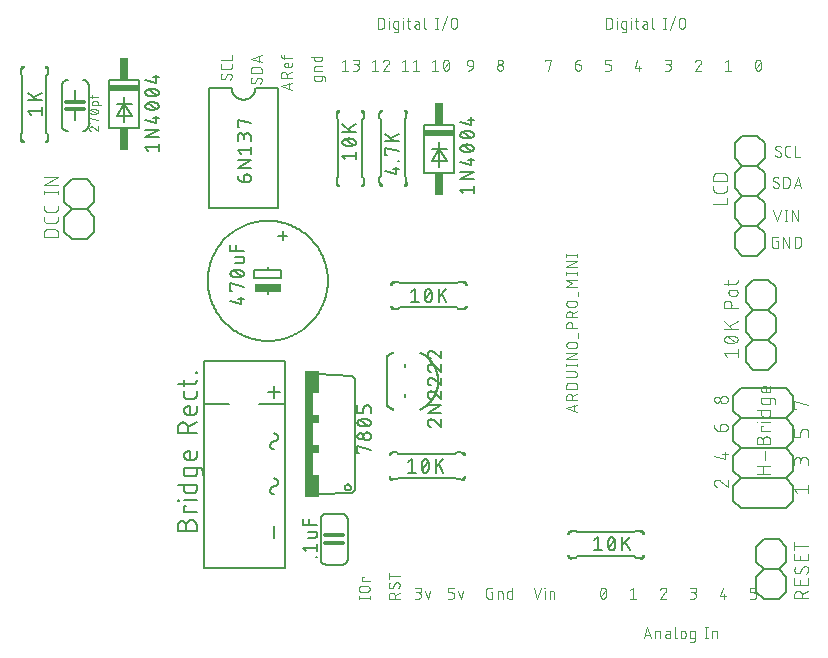
<source format=gbr>
G04 EAGLE Gerber RS-274X export*
G75*
%MOMM*%
%FSLAX34Y34*%
%LPD*%
%INSilkscreen Top*%
%IPPOS*%
%AMOC8*
5,1,8,0,0,1.08239X$1,22.5*%
G01*
%ADD10C,0.015238*%
%ADD11C,0.152400*%
%ADD12C,0.127000*%
%ADD13R,2.540000X0.508000*%
%ADD14R,0.762000X1.905000*%
%ADD15C,0.012700*%
%ADD16R,0.762000X10.668000*%
%ADD17R,0.508000X1.905000*%
%ADD18R,0.508000X0.762000*%
%ADD19C,0.101600*%
%ADD20C,0.177800*%
%ADD21C,0.304800*%
%ADD22R,2.286000X0.635000*%
%ADD23C,0.076200*%


D10*
X826847Y390577D02*
X828220Y390577D01*
X828220Y390576D02*
X828225Y390493D01*
X828234Y390409D01*
X828247Y390327D01*
X828263Y390245D01*
X828283Y390164D01*
X828307Y390083D01*
X828335Y390004D01*
X828366Y389927D01*
X828400Y389851D01*
X828438Y389776D01*
X828479Y389703D01*
X828524Y389632D01*
X828571Y389563D01*
X828622Y389497D01*
X828675Y389433D01*
X828732Y389371D01*
X828791Y389312D01*
X828853Y389255D01*
X828917Y389202D01*
X828983Y389151D01*
X829052Y389104D01*
X829123Y389059D01*
X829196Y389018D01*
X829271Y388980D01*
X829347Y388946D01*
X829424Y388915D01*
X829503Y388887D01*
X829584Y388863D01*
X829665Y388843D01*
X829747Y388827D01*
X829829Y388814D01*
X829913Y388805D01*
X829996Y388800D01*
X829997Y387427D01*
X829996Y387427D01*
X829884Y387431D01*
X829773Y387440D01*
X829662Y387452D01*
X829551Y387468D01*
X829442Y387488D01*
X829332Y387512D01*
X829224Y387539D01*
X829117Y387571D01*
X829011Y387606D01*
X828906Y387644D01*
X828802Y387686D01*
X828701Y387732D01*
X828600Y387781D01*
X828502Y387834D01*
X828405Y387890D01*
X828310Y387949D01*
X828218Y388012D01*
X828128Y388078D01*
X828040Y388147D01*
X827954Y388218D01*
X827871Y388293D01*
X827791Y388371D01*
X827713Y388451D01*
X827638Y388534D01*
X827567Y388620D01*
X827498Y388708D01*
X827432Y388798D01*
X827369Y388890D01*
X827310Y388985D01*
X827254Y389082D01*
X827201Y389180D01*
X827152Y389281D01*
X827106Y389382D01*
X827064Y389486D01*
X827026Y389591D01*
X826991Y389697D01*
X826959Y389804D01*
X826932Y389912D01*
X826908Y390022D01*
X826888Y390131D01*
X826872Y390242D01*
X826860Y390353D01*
X826851Y390464D01*
X826847Y390576D01*
X826990Y390576D01*
X826995Y390467D01*
X827003Y390358D01*
X827015Y390250D01*
X827031Y390142D01*
X827051Y390035D01*
X827075Y389928D01*
X827103Y389823D01*
X827134Y389718D01*
X827169Y389615D01*
X827207Y389513D01*
X827249Y389412D01*
X827295Y389313D01*
X827344Y389216D01*
X827397Y389120D01*
X827452Y389026D01*
X827512Y388935D01*
X827574Y388845D01*
X827639Y388758D01*
X827708Y388673D01*
X827779Y388591D01*
X827854Y388511D01*
X827931Y388434D01*
X828011Y388359D01*
X828093Y388288D01*
X828178Y388219D01*
X828265Y388154D01*
X828355Y388092D01*
X828446Y388032D01*
X828540Y387977D01*
X828636Y387924D01*
X828733Y387875D01*
X828832Y387829D01*
X828933Y387787D01*
X829035Y387749D01*
X829138Y387714D01*
X829243Y387683D01*
X829348Y387655D01*
X829455Y387631D01*
X829562Y387611D01*
X829670Y387595D01*
X829778Y387583D01*
X829887Y387575D01*
X829996Y387570D01*
X829996Y387713D01*
X829890Y387718D01*
X829784Y387726D01*
X829678Y387738D01*
X829573Y387755D01*
X829469Y387775D01*
X829365Y387798D01*
X829262Y387826D01*
X829161Y387857D01*
X829060Y387892D01*
X828961Y387930D01*
X828863Y387972D01*
X828767Y388017D01*
X828673Y388066D01*
X828580Y388119D01*
X828489Y388174D01*
X828401Y388233D01*
X828315Y388295D01*
X828230Y388360D01*
X828149Y388428D01*
X828070Y388499D01*
X827993Y388573D01*
X827919Y388650D01*
X827848Y388729D01*
X827780Y388810D01*
X827715Y388895D01*
X827653Y388981D01*
X827594Y389069D01*
X827539Y389160D01*
X827486Y389253D01*
X827437Y389347D01*
X827392Y389443D01*
X827350Y389541D01*
X827312Y389640D01*
X827277Y389741D01*
X827246Y389842D01*
X827218Y389945D01*
X827195Y390049D01*
X827175Y390153D01*
X827158Y390258D01*
X827146Y390364D01*
X827138Y390470D01*
X827133Y390576D01*
X827276Y390576D01*
X827281Y390473D01*
X827289Y390370D01*
X827302Y390267D01*
X827318Y390165D01*
X827338Y390063D01*
X827361Y389962D01*
X827389Y389863D01*
X827420Y389764D01*
X827454Y389667D01*
X827493Y389570D01*
X827534Y389476D01*
X827580Y389383D01*
X827628Y389291D01*
X827680Y389202D01*
X827735Y389115D01*
X827794Y389029D01*
X827855Y388946D01*
X827920Y388865D01*
X827988Y388787D01*
X828058Y388711D01*
X828131Y388638D01*
X828207Y388568D01*
X828285Y388500D01*
X828366Y388435D01*
X828449Y388374D01*
X828535Y388315D01*
X828622Y388260D01*
X828711Y388208D01*
X828803Y388160D01*
X828896Y388114D01*
X828990Y388073D01*
X829087Y388034D01*
X829184Y388000D01*
X829283Y387969D01*
X829382Y387941D01*
X829483Y387918D01*
X829585Y387898D01*
X829687Y387882D01*
X829790Y387869D01*
X829893Y387861D01*
X829996Y387856D01*
X829996Y387999D01*
X829896Y388004D01*
X829796Y388012D01*
X829696Y388025D01*
X829597Y388041D01*
X829498Y388061D01*
X829401Y388084D01*
X829304Y388111D01*
X829209Y388142D01*
X829114Y388177D01*
X829021Y388215D01*
X828930Y388256D01*
X828840Y388301D01*
X828752Y388350D01*
X828666Y388401D01*
X828582Y388456D01*
X828500Y388514D01*
X828420Y388575D01*
X828343Y388639D01*
X828268Y388706D01*
X828195Y388775D01*
X828126Y388848D01*
X828059Y388923D01*
X827995Y389000D01*
X827934Y389080D01*
X827876Y389162D01*
X827821Y389246D01*
X827770Y389332D01*
X827721Y389420D01*
X827676Y389510D01*
X827635Y389601D01*
X827597Y389694D01*
X827562Y389789D01*
X827531Y389884D01*
X827504Y389981D01*
X827481Y390078D01*
X827461Y390177D01*
X827445Y390276D01*
X827432Y390376D01*
X827424Y390476D01*
X827419Y390576D01*
X827562Y390576D01*
X827567Y390476D01*
X827576Y390377D01*
X827589Y390278D01*
X827606Y390180D01*
X827627Y390082D01*
X827651Y389985D01*
X827680Y389890D01*
X827712Y389795D01*
X827748Y389702D01*
X827787Y389610D01*
X827830Y389521D01*
X827877Y389432D01*
X827927Y389346D01*
X827981Y389262D01*
X828038Y389180D01*
X828098Y389100D01*
X828161Y389023D01*
X828227Y388948D01*
X828296Y388876D01*
X828368Y388807D01*
X828443Y388741D01*
X828520Y388678D01*
X828600Y388618D01*
X828682Y388561D01*
X828766Y388507D01*
X828852Y388457D01*
X828941Y388410D01*
X829030Y388367D01*
X829122Y388328D01*
X829215Y388292D01*
X829310Y388260D01*
X829405Y388231D01*
X829502Y388207D01*
X829600Y388186D01*
X829698Y388169D01*
X829797Y388156D01*
X829896Y388147D01*
X829996Y388142D01*
X829996Y388285D01*
X829900Y388290D01*
X829804Y388299D01*
X829708Y388312D01*
X829613Y388329D01*
X829519Y388349D01*
X829426Y388374D01*
X829334Y388402D01*
X829243Y388434D01*
X829153Y388470D01*
X829065Y388509D01*
X828978Y388552D01*
X828894Y388598D01*
X828811Y388648D01*
X828731Y388701D01*
X828652Y388757D01*
X828576Y388816D01*
X828503Y388878D01*
X828432Y388944D01*
X828364Y389012D01*
X828298Y389083D01*
X828236Y389156D01*
X828177Y389232D01*
X828121Y389311D01*
X828068Y389391D01*
X828018Y389474D01*
X827972Y389558D01*
X827929Y389645D01*
X827890Y389733D01*
X827854Y389823D01*
X827822Y389914D01*
X827794Y390006D01*
X827769Y390099D01*
X827749Y390193D01*
X827732Y390288D01*
X827719Y390384D01*
X827710Y390480D01*
X827705Y390576D01*
X827848Y390576D01*
X827853Y390483D01*
X827862Y390391D01*
X827875Y390299D01*
X827892Y390208D01*
X827912Y390117D01*
X827936Y390027D01*
X827964Y389939D01*
X827996Y389851D01*
X828031Y389766D01*
X828070Y389681D01*
X828112Y389598D01*
X828158Y389518D01*
X828207Y389439D01*
X828259Y389362D01*
X828315Y389287D01*
X828373Y389215D01*
X828434Y389146D01*
X828499Y389079D01*
X828566Y389014D01*
X828635Y388953D01*
X828707Y388895D01*
X828782Y388839D01*
X828859Y388787D01*
X828938Y388738D01*
X829018Y388692D01*
X829101Y388650D01*
X829186Y388611D01*
X829271Y388576D01*
X829359Y388544D01*
X829447Y388516D01*
X829537Y388492D01*
X829628Y388472D01*
X829719Y388455D01*
X829811Y388442D01*
X829903Y388433D01*
X829996Y388428D01*
X829996Y388571D01*
X829907Y388577D01*
X829818Y388585D01*
X829730Y388598D01*
X829643Y388615D01*
X829556Y388635D01*
X829470Y388659D01*
X829385Y388686D01*
X829302Y388718D01*
X829220Y388752D01*
X829139Y388791D01*
X829061Y388832D01*
X828984Y388877D01*
X828909Y388925D01*
X828836Y388977D01*
X828765Y389031D01*
X828697Y389088D01*
X828632Y389149D01*
X828569Y389212D01*
X828508Y389277D01*
X828451Y389345D01*
X828397Y389416D01*
X828345Y389489D01*
X828297Y389564D01*
X828252Y389641D01*
X828211Y389719D01*
X828172Y389800D01*
X828138Y389882D01*
X828106Y389965D01*
X828079Y390050D01*
X828055Y390136D01*
X828035Y390223D01*
X828018Y390310D01*
X828005Y390398D01*
X827997Y390487D01*
X827991Y390576D01*
X828134Y390576D01*
X828140Y390491D01*
X828149Y390406D01*
X828161Y390322D01*
X828178Y390239D01*
X828198Y390156D01*
X828221Y390074D01*
X828248Y389994D01*
X828279Y389914D01*
X828313Y389836D01*
X828350Y389760D01*
X828391Y389685D01*
X828435Y389612D01*
X828483Y389541D01*
X828533Y389473D01*
X828586Y389406D01*
X828642Y389342D01*
X828701Y389281D01*
X828762Y389222D01*
X828826Y389166D01*
X828893Y389113D01*
X828961Y389063D01*
X829032Y389015D01*
X829105Y388971D01*
X829180Y388930D01*
X829256Y388893D01*
X829334Y388859D01*
X829414Y388828D01*
X829494Y388801D01*
X829576Y388778D01*
X829659Y388758D01*
X829742Y388741D01*
X829826Y388729D01*
X829911Y388720D01*
X829996Y388714D01*
X847927Y387427D02*
X847927Y388800D01*
X847928Y388800D02*
X848011Y388805D01*
X848095Y388814D01*
X848177Y388827D01*
X848259Y388843D01*
X848340Y388863D01*
X848421Y388887D01*
X848500Y388915D01*
X848577Y388946D01*
X848653Y388980D01*
X848728Y389018D01*
X848801Y389059D01*
X848872Y389104D01*
X848941Y389151D01*
X849007Y389202D01*
X849071Y389255D01*
X849133Y389312D01*
X849192Y389371D01*
X849249Y389433D01*
X849302Y389497D01*
X849353Y389563D01*
X849400Y389632D01*
X849445Y389703D01*
X849486Y389776D01*
X849524Y389851D01*
X849558Y389927D01*
X849589Y390004D01*
X849617Y390083D01*
X849641Y390164D01*
X849661Y390245D01*
X849677Y390327D01*
X849690Y390409D01*
X849699Y390493D01*
X849704Y390576D01*
X851077Y390577D01*
X851077Y390576D01*
X851073Y390464D01*
X851064Y390353D01*
X851052Y390242D01*
X851036Y390131D01*
X851016Y390022D01*
X850992Y389912D01*
X850965Y389804D01*
X850933Y389697D01*
X850898Y389591D01*
X850860Y389486D01*
X850818Y389382D01*
X850772Y389281D01*
X850723Y389180D01*
X850670Y389082D01*
X850614Y388985D01*
X850555Y388890D01*
X850492Y388798D01*
X850426Y388708D01*
X850357Y388620D01*
X850286Y388534D01*
X850211Y388451D01*
X850133Y388371D01*
X850053Y388293D01*
X849970Y388218D01*
X849884Y388147D01*
X849796Y388078D01*
X849706Y388012D01*
X849614Y387949D01*
X849519Y387890D01*
X849422Y387834D01*
X849324Y387781D01*
X849223Y387732D01*
X849122Y387686D01*
X849018Y387644D01*
X848913Y387606D01*
X848807Y387571D01*
X848700Y387539D01*
X848592Y387512D01*
X848482Y387488D01*
X848373Y387468D01*
X848262Y387452D01*
X848151Y387440D01*
X848040Y387431D01*
X847928Y387427D01*
X847928Y387570D01*
X848037Y387575D01*
X848146Y387583D01*
X848254Y387595D01*
X848362Y387611D01*
X848469Y387631D01*
X848576Y387655D01*
X848681Y387683D01*
X848786Y387714D01*
X848889Y387749D01*
X848991Y387787D01*
X849092Y387829D01*
X849191Y387875D01*
X849288Y387924D01*
X849384Y387977D01*
X849478Y388032D01*
X849569Y388092D01*
X849659Y388154D01*
X849746Y388219D01*
X849831Y388288D01*
X849913Y388359D01*
X849993Y388434D01*
X850070Y388511D01*
X850145Y388591D01*
X850216Y388673D01*
X850285Y388758D01*
X850350Y388845D01*
X850412Y388935D01*
X850472Y389026D01*
X850527Y389120D01*
X850580Y389216D01*
X850629Y389313D01*
X850675Y389412D01*
X850717Y389513D01*
X850755Y389615D01*
X850790Y389718D01*
X850821Y389823D01*
X850849Y389928D01*
X850873Y390035D01*
X850893Y390142D01*
X850909Y390250D01*
X850921Y390358D01*
X850929Y390467D01*
X850934Y390576D01*
X850791Y390576D01*
X850786Y390470D01*
X850778Y390364D01*
X850766Y390258D01*
X850749Y390153D01*
X850729Y390049D01*
X850706Y389945D01*
X850678Y389842D01*
X850647Y389741D01*
X850612Y389640D01*
X850574Y389541D01*
X850532Y389443D01*
X850487Y389347D01*
X850438Y389253D01*
X850385Y389160D01*
X850330Y389069D01*
X850271Y388981D01*
X850209Y388895D01*
X850144Y388810D01*
X850076Y388729D01*
X850005Y388650D01*
X849931Y388573D01*
X849854Y388499D01*
X849775Y388428D01*
X849694Y388360D01*
X849609Y388295D01*
X849523Y388233D01*
X849435Y388174D01*
X849344Y388119D01*
X849251Y388066D01*
X849157Y388017D01*
X849061Y387972D01*
X848963Y387930D01*
X848864Y387892D01*
X848763Y387857D01*
X848662Y387826D01*
X848559Y387798D01*
X848455Y387775D01*
X848351Y387755D01*
X848246Y387738D01*
X848140Y387726D01*
X848034Y387718D01*
X847928Y387713D01*
X847928Y387856D01*
X848031Y387861D01*
X848134Y387869D01*
X848237Y387882D01*
X848339Y387898D01*
X848441Y387918D01*
X848542Y387941D01*
X848641Y387969D01*
X848740Y388000D01*
X848837Y388034D01*
X848934Y388073D01*
X849028Y388114D01*
X849121Y388160D01*
X849213Y388208D01*
X849302Y388260D01*
X849389Y388315D01*
X849475Y388374D01*
X849558Y388435D01*
X849639Y388500D01*
X849717Y388568D01*
X849793Y388638D01*
X849866Y388711D01*
X849936Y388787D01*
X850004Y388865D01*
X850069Y388946D01*
X850130Y389029D01*
X850189Y389115D01*
X850244Y389202D01*
X850296Y389291D01*
X850344Y389383D01*
X850390Y389476D01*
X850431Y389570D01*
X850470Y389667D01*
X850504Y389764D01*
X850535Y389863D01*
X850563Y389962D01*
X850586Y390063D01*
X850606Y390165D01*
X850622Y390267D01*
X850635Y390370D01*
X850643Y390473D01*
X850648Y390576D01*
X850505Y390576D01*
X850500Y390476D01*
X850492Y390376D01*
X850479Y390276D01*
X850463Y390177D01*
X850443Y390078D01*
X850420Y389981D01*
X850393Y389884D01*
X850362Y389789D01*
X850327Y389694D01*
X850289Y389601D01*
X850248Y389510D01*
X850203Y389420D01*
X850154Y389332D01*
X850103Y389246D01*
X850048Y389162D01*
X849990Y389080D01*
X849929Y389000D01*
X849865Y388923D01*
X849798Y388848D01*
X849729Y388775D01*
X849656Y388706D01*
X849581Y388639D01*
X849504Y388575D01*
X849424Y388514D01*
X849342Y388456D01*
X849258Y388401D01*
X849172Y388350D01*
X849084Y388301D01*
X848994Y388256D01*
X848903Y388215D01*
X848810Y388177D01*
X848715Y388142D01*
X848620Y388111D01*
X848523Y388084D01*
X848426Y388061D01*
X848327Y388041D01*
X848228Y388025D01*
X848128Y388012D01*
X848028Y388004D01*
X847928Y387999D01*
X847928Y388142D01*
X848028Y388147D01*
X848127Y388156D01*
X848226Y388169D01*
X848324Y388186D01*
X848422Y388207D01*
X848519Y388231D01*
X848614Y388260D01*
X848709Y388292D01*
X848802Y388328D01*
X848894Y388367D01*
X848983Y388410D01*
X849072Y388457D01*
X849158Y388507D01*
X849242Y388561D01*
X849324Y388618D01*
X849404Y388678D01*
X849481Y388741D01*
X849556Y388807D01*
X849628Y388876D01*
X849697Y388948D01*
X849763Y389023D01*
X849826Y389100D01*
X849886Y389180D01*
X849943Y389262D01*
X849997Y389346D01*
X850047Y389432D01*
X850094Y389521D01*
X850137Y389610D01*
X850176Y389702D01*
X850212Y389795D01*
X850244Y389890D01*
X850273Y389985D01*
X850297Y390082D01*
X850318Y390180D01*
X850335Y390278D01*
X850348Y390377D01*
X850357Y390476D01*
X850362Y390576D01*
X850219Y390576D01*
X850214Y390480D01*
X850205Y390384D01*
X850192Y390288D01*
X850175Y390193D01*
X850155Y390099D01*
X850130Y390006D01*
X850102Y389914D01*
X850070Y389823D01*
X850034Y389733D01*
X849995Y389645D01*
X849952Y389558D01*
X849906Y389474D01*
X849856Y389391D01*
X849803Y389311D01*
X849747Y389232D01*
X849688Y389156D01*
X849626Y389083D01*
X849560Y389012D01*
X849492Y388944D01*
X849421Y388878D01*
X849348Y388816D01*
X849272Y388757D01*
X849193Y388701D01*
X849113Y388648D01*
X849030Y388598D01*
X848946Y388552D01*
X848859Y388509D01*
X848771Y388470D01*
X848681Y388434D01*
X848590Y388402D01*
X848498Y388374D01*
X848405Y388349D01*
X848311Y388329D01*
X848216Y388312D01*
X848120Y388299D01*
X848024Y388290D01*
X847928Y388285D01*
X847928Y388428D01*
X848021Y388433D01*
X848113Y388442D01*
X848205Y388455D01*
X848296Y388472D01*
X848387Y388492D01*
X848477Y388516D01*
X848565Y388544D01*
X848653Y388576D01*
X848738Y388611D01*
X848823Y388650D01*
X848906Y388692D01*
X848986Y388738D01*
X849065Y388787D01*
X849142Y388839D01*
X849217Y388895D01*
X849289Y388953D01*
X849358Y389014D01*
X849425Y389079D01*
X849490Y389146D01*
X849551Y389215D01*
X849609Y389287D01*
X849665Y389362D01*
X849717Y389439D01*
X849766Y389518D01*
X849812Y389598D01*
X849854Y389681D01*
X849893Y389766D01*
X849928Y389851D01*
X849960Y389939D01*
X849988Y390027D01*
X850012Y390117D01*
X850032Y390208D01*
X850049Y390299D01*
X850062Y390391D01*
X850071Y390483D01*
X850076Y390576D01*
X849933Y390576D01*
X849927Y390487D01*
X849919Y390398D01*
X849906Y390310D01*
X849889Y390223D01*
X849869Y390136D01*
X849845Y390050D01*
X849818Y389965D01*
X849786Y389882D01*
X849752Y389800D01*
X849713Y389719D01*
X849672Y389641D01*
X849627Y389564D01*
X849579Y389489D01*
X849527Y389416D01*
X849473Y389345D01*
X849416Y389277D01*
X849355Y389212D01*
X849292Y389149D01*
X849227Y389088D01*
X849159Y389031D01*
X849088Y388977D01*
X849015Y388925D01*
X848940Y388877D01*
X848863Y388832D01*
X848785Y388791D01*
X848704Y388752D01*
X848622Y388718D01*
X848539Y388686D01*
X848454Y388659D01*
X848368Y388635D01*
X848281Y388615D01*
X848194Y388598D01*
X848106Y388585D01*
X848017Y388577D01*
X847928Y388571D01*
X847928Y388714D01*
X848013Y388720D01*
X848098Y388729D01*
X848182Y388741D01*
X848265Y388758D01*
X848348Y388778D01*
X848430Y388801D01*
X848510Y388828D01*
X848590Y388859D01*
X848668Y388893D01*
X848744Y388930D01*
X848819Y388971D01*
X848892Y389015D01*
X848963Y389063D01*
X849031Y389113D01*
X849098Y389166D01*
X849162Y389222D01*
X849223Y389281D01*
X849282Y389342D01*
X849338Y389406D01*
X849391Y389473D01*
X849441Y389541D01*
X849489Y389612D01*
X849533Y389685D01*
X849574Y389760D01*
X849611Y389836D01*
X849645Y389914D01*
X849676Y389994D01*
X849703Y390074D01*
X849726Y390156D01*
X849746Y390239D01*
X849763Y390322D01*
X849775Y390406D01*
X849784Y390491D01*
X849790Y390576D01*
X851077Y449147D02*
X849704Y449147D01*
X849704Y449148D02*
X849699Y449231D01*
X849690Y449315D01*
X849677Y449397D01*
X849661Y449479D01*
X849641Y449560D01*
X849617Y449641D01*
X849589Y449720D01*
X849558Y449797D01*
X849524Y449873D01*
X849486Y449948D01*
X849445Y450021D01*
X849400Y450092D01*
X849353Y450161D01*
X849302Y450227D01*
X849249Y450291D01*
X849192Y450353D01*
X849133Y450412D01*
X849071Y450469D01*
X849007Y450522D01*
X848941Y450573D01*
X848872Y450620D01*
X848801Y450665D01*
X848728Y450706D01*
X848653Y450744D01*
X848577Y450778D01*
X848500Y450809D01*
X848421Y450837D01*
X848340Y450861D01*
X848259Y450881D01*
X848177Y450897D01*
X848095Y450910D01*
X848011Y450919D01*
X847928Y450924D01*
X847927Y452297D01*
X847928Y452297D01*
X848040Y452293D01*
X848151Y452284D01*
X848262Y452272D01*
X848373Y452256D01*
X848482Y452236D01*
X848592Y452212D01*
X848700Y452185D01*
X848807Y452153D01*
X848913Y452118D01*
X849018Y452080D01*
X849122Y452038D01*
X849223Y451992D01*
X849324Y451943D01*
X849422Y451890D01*
X849519Y451834D01*
X849614Y451775D01*
X849706Y451712D01*
X849796Y451646D01*
X849884Y451577D01*
X849970Y451506D01*
X850053Y451431D01*
X850133Y451353D01*
X850211Y451273D01*
X850286Y451190D01*
X850357Y451104D01*
X850426Y451016D01*
X850492Y450926D01*
X850555Y450834D01*
X850614Y450739D01*
X850670Y450642D01*
X850723Y450544D01*
X850772Y450443D01*
X850818Y450342D01*
X850860Y450238D01*
X850898Y450133D01*
X850933Y450027D01*
X850965Y449920D01*
X850992Y449812D01*
X851016Y449702D01*
X851036Y449593D01*
X851052Y449482D01*
X851064Y449371D01*
X851073Y449260D01*
X851077Y449148D01*
X850934Y449148D01*
X850929Y449257D01*
X850921Y449366D01*
X850909Y449474D01*
X850893Y449582D01*
X850873Y449689D01*
X850849Y449796D01*
X850821Y449901D01*
X850790Y450006D01*
X850755Y450109D01*
X850717Y450211D01*
X850675Y450312D01*
X850629Y450411D01*
X850580Y450508D01*
X850527Y450604D01*
X850472Y450698D01*
X850412Y450789D01*
X850350Y450879D01*
X850285Y450966D01*
X850216Y451051D01*
X850145Y451133D01*
X850070Y451213D01*
X849993Y451290D01*
X849913Y451365D01*
X849831Y451436D01*
X849746Y451505D01*
X849659Y451570D01*
X849569Y451632D01*
X849478Y451692D01*
X849384Y451747D01*
X849288Y451800D01*
X849191Y451849D01*
X849092Y451895D01*
X848991Y451937D01*
X848889Y451975D01*
X848786Y452010D01*
X848681Y452041D01*
X848576Y452069D01*
X848469Y452093D01*
X848362Y452113D01*
X848254Y452129D01*
X848146Y452141D01*
X848037Y452149D01*
X847928Y452154D01*
X847928Y452011D01*
X848034Y452006D01*
X848140Y451998D01*
X848246Y451986D01*
X848351Y451969D01*
X848455Y451949D01*
X848559Y451926D01*
X848662Y451898D01*
X848763Y451867D01*
X848864Y451832D01*
X848963Y451794D01*
X849061Y451752D01*
X849157Y451707D01*
X849251Y451658D01*
X849344Y451605D01*
X849435Y451550D01*
X849523Y451491D01*
X849609Y451429D01*
X849694Y451364D01*
X849775Y451296D01*
X849854Y451225D01*
X849931Y451151D01*
X850005Y451074D01*
X850076Y450995D01*
X850144Y450914D01*
X850209Y450829D01*
X850271Y450743D01*
X850330Y450655D01*
X850385Y450564D01*
X850438Y450471D01*
X850487Y450377D01*
X850532Y450281D01*
X850574Y450183D01*
X850612Y450084D01*
X850647Y449983D01*
X850678Y449882D01*
X850706Y449779D01*
X850729Y449675D01*
X850749Y449571D01*
X850766Y449466D01*
X850778Y449360D01*
X850786Y449254D01*
X850791Y449148D01*
X850648Y449148D01*
X850643Y449251D01*
X850635Y449354D01*
X850622Y449457D01*
X850606Y449559D01*
X850586Y449661D01*
X850563Y449762D01*
X850535Y449861D01*
X850504Y449960D01*
X850470Y450057D01*
X850431Y450154D01*
X850390Y450248D01*
X850344Y450341D01*
X850296Y450433D01*
X850244Y450522D01*
X850189Y450609D01*
X850130Y450695D01*
X850069Y450778D01*
X850004Y450859D01*
X849936Y450937D01*
X849866Y451013D01*
X849793Y451086D01*
X849717Y451156D01*
X849639Y451224D01*
X849558Y451289D01*
X849475Y451350D01*
X849389Y451409D01*
X849302Y451464D01*
X849213Y451516D01*
X849121Y451564D01*
X849028Y451610D01*
X848934Y451651D01*
X848837Y451690D01*
X848740Y451724D01*
X848641Y451755D01*
X848542Y451783D01*
X848441Y451806D01*
X848339Y451826D01*
X848237Y451842D01*
X848134Y451855D01*
X848031Y451863D01*
X847928Y451868D01*
X847928Y451725D01*
X848028Y451720D01*
X848128Y451712D01*
X848228Y451699D01*
X848327Y451683D01*
X848426Y451663D01*
X848523Y451640D01*
X848620Y451613D01*
X848715Y451582D01*
X848810Y451547D01*
X848903Y451509D01*
X848994Y451468D01*
X849084Y451423D01*
X849172Y451374D01*
X849258Y451323D01*
X849342Y451268D01*
X849424Y451210D01*
X849504Y451149D01*
X849581Y451085D01*
X849656Y451018D01*
X849729Y450949D01*
X849798Y450876D01*
X849865Y450801D01*
X849929Y450724D01*
X849990Y450644D01*
X850048Y450562D01*
X850103Y450478D01*
X850154Y450392D01*
X850203Y450304D01*
X850248Y450214D01*
X850289Y450123D01*
X850327Y450030D01*
X850362Y449935D01*
X850393Y449840D01*
X850420Y449743D01*
X850443Y449646D01*
X850463Y449547D01*
X850479Y449448D01*
X850492Y449348D01*
X850500Y449248D01*
X850505Y449148D01*
X850362Y449148D01*
X850357Y449248D01*
X850348Y449347D01*
X850335Y449446D01*
X850318Y449544D01*
X850297Y449642D01*
X850273Y449739D01*
X850244Y449834D01*
X850212Y449929D01*
X850176Y450022D01*
X850137Y450114D01*
X850094Y450203D01*
X850047Y450292D01*
X849997Y450378D01*
X849943Y450462D01*
X849886Y450544D01*
X849826Y450624D01*
X849763Y450701D01*
X849697Y450776D01*
X849628Y450848D01*
X849556Y450917D01*
X849481Y450983D01*
X849404Y451046D01*
X849324Y451106D01*
X849242Y451163D01*
X849158Y451217D01*
X849072Y451267D01*
X848983Y451314D01*
X848894Y451357D01*
X848802Y451396D01*
X848709Y451432D01*
X848614Y451464D01*
X848519Y451493D01*
X848422Y451517D01*
X848324Y451538D01*
X848226Y451555D01*
X848127Y451568D01*
X848028Y451577D01*
X847928Y451582D01*
X847928Y451439D01*
X848024Y451434D01*
X848120Y451425D01*
X848216Y451412D01*
X848311Y451395D01*
X848405Y451375D01*
X848498Y451350D01*
X848590Y451322D01*
X848681Y451290D01*
X848771Y451254D01*
X848859Y451215D01*
X848946Y451172D01*
X849030Y451126D01*
X849113Y451076D01*
X849193Y451023D01*
X849272Y450967D01*
X849348Y450908D01*
X849421Y450846D01*
X849492Y450780D01*
X849560Y450712D01*
X849626Y450641D01*
X849688Y450568D01*
X849747Y450492D01*
X849803Y450413D01*
X849856Y450333D01*
X849906Y450250D01*
X849952Y450166D01*
X849995Y450079D01*
X850034Y449991D01*
X850070Y449901D01*
X850102Y449810D01*
X850130Y449718D01*
X850155Y449625D01*
X850175Y449531D01*
X850192Y449436D01*
X850205Y449340D01*
X850214Y449244D01*
X850219Y449148D01*
X850076Y449148D01*
X850071Y449241D01*
X850062Y449333D01*
X850049Y449425D01*
X850032Y449516D01*
X850012Y449607D01*
X849988Y449697D01*
X849960Y449785D01*
X849928Y449873D01*
X849893Y449958D01*
X849854Y450043D01*
X849812Y450126D01*
X849766Y450206D01*
X849717Y450285D01*
X849665Y450362D01*
X849609Y450437D01*
X849551Y450509D01*
X849490Y450578D01*
X849425Y450645D01*
X849358Y450710D01*
X849289Y450771D01*
X849217Y450829D01*
X849142Y450885D01*
X849065Y450937D01*
X848986Y450986D01*
X848906Y451032D01*
X848823Y451074D01*
X848738Y451113D01*
X848653Y451148D01*
X848565Y451180D01*
X848477Y451208D01*
X848387Y451232D01*
X848296Y451252D01*
X848205Y451269D01*
X848113Y451282D01*
X848021Y451291D01*
X847928Y451296D01*
X847928Y451153D01*
X848017Y451147D01*
X848106Y451139D01*
X848194Y451126D01*
X848281Y451109D01*
X848368Y451089D01*
X848454Y451065D01*
X848539Y451038D01*
X848622Y451006D01*
X848704Y450972D01*
X848785Y450933D01*
X848863Y450892D01*
X848940Y450847D01*
X849015Y450799D01*
X849088Y450747D01*
X849159Y450693D01*
X849227Y450636D01*
X849292Y450575D01*
X849355Y450512D01*
X849416Y450447D01*
X849473Y450379D01*
X849527Y450308D01*
X849579Y450235D01*
X849627Y450160D01*
X849672Y450083D01*
X849713Y450005D01*
X849752Y449924D01*
X849786Y449842D01*
X849818Y449759D01*
X849845Y449674D01*
X849869Y449588D01*
X849889Y449501D01*
X849906Y449414D01*
X849919Y449326D01*
X849927Y449237D01*
X849933Y449148D01*
X849790Y449148D01*
X849784Y449233D01*
X849775Y449318D01*
X849763Y449402D01*
X849746Y449485D01*
X849726Y449568D01*
X849703Y449650D01*
X849676Y449730D01*
X849645Y449810D01*
X849611Y449888D01*
X849574Y449964D01*
X849533Y450039D01*
X849489Y450112D01*
X849441Y450183D01*
X849391Y450251D01*
X849338Y450318D01*
X849282Y450382D01*
X849223Y450443D01*
X849162Y450502D01*
X849098Y450558D01*
X849031Y450611D01*
X848963Y450661D01*
X848892Y450709D01*
X848819Y450753D01*
X848744Y450794D01*
X848668Y450831D01*
X848590Y450865D01*
X848510Y450896D01*
X848430Y450923D01*
X848348Y450946D01*
X848265Y450966D01*
X848182Y450983D01*
X848098Y450995D01*
X848013Y451004D01*
X847928Y451010D01*
X829997Y452297D02*
X829997Y450924D01*
X829996Y450924D02*
X829913Y450919D01*
X829829Y450910D01*
X829747Y450897D01*
X829665Y450881D01*
X829584Y450861D01*
X829503Y450837D01*
X829424Y450809D01*
X829347Y450778D01*
X829271Y450744D01*
X829196Y450706D01*
X829123Y450665D01*
X829052Y450620D01*
X828983Y450573D01*
X828917Y450522D01*
X828853Y450469D01*
X828791Y450412D01*
X828732Y450353D01*
X828675Y450291D01*
X828622Y450227D01*
X828571Y450161D01*
X828524Y450092D01*
X828479Y450021D01*
X828438Y449948D01*
X828400Y449873D01*
X828366Y449797D01*
X828335Y449720D01*
X828307Y449641D01*
X828283Y449560D01*
X828263Y449479D01*
X828247Y449397D01*
X828234Y449315D01*
X828225Y449231D01*
X828220Y449148D01*
X826847Y449147D01*
X826847Y449148D01*
X826851Y449260D01*
X826860Y449371D01*
X826872Y449482D01*
X826888Y449593D01*
X826908Y449702D01*
X826932Y449812D01*
X826959Y449920D01*
X826991Y450027D01*
X827026Y450133D01*
X827064Y450238D01*
X827106Y450342D01*
X827152Y450443D01*
X827201Y450544D01*
X827254Y450642D01*
X827310Y450739D01*
X827369Y450834D01*
X827432Y450926D01*
X827498Y451016D01*
X827567Y451104D01*
X827638Y451190D01*
X827713Y451273D01*
X827791Y451353D01*
X827871Y451431D01*
X827954Y451506D01*
X828040Y451577D01*
X828128Y451646D01*
X828218Y451712D01*
X828310Y451775D01*
X828405Y451834D01*
X828502Y451890D01*
X828600Y451943D01*
X828701Y451992D01*
X828802Y452038D01*
X828906Y452080D01*
X829011Y452118D01*
X829117Y452153D01*
X829224Y452185D01*
X829332Y452212D01*
X829442Y452236D01*
X829551Y452256D01*
X829662Y452272D01*
X829773Y452284D01*
X829884Y452293D01*
X829996Y452297D01*
X829996Y452154D01*
X829887Y452149D01*
X829778Y452141D01*
X829670Y452129D01*
X829562Y452113D01*
X829455Y452093D01*
X829348Y452069D01*
X829243Y452041D01*
X829138Y452010D01*
X829035Y451975D01*
X828933Y451937D01*
X828832Y451895D01*
X828733Y451849D01*
X828636Y451800D01*
X828540Y451747D01*
X828446Y451692D01*
X828355Y451632D01*
X828265Y451570D01*
X828178Y451505D01*
X828093Y451436D01*
X828011Y451365D01*
X827931Y451290D01*
X827854Y451213D01*
X827779Y451133D01*
X827708Y451051D01*
X827639Y450966D01*
X827574Y450879D01*
X827512Y450789D01*
X827452Y450698D01*
X827397Y450604D01*
X827344Y450508D01*
X827295Y450411D01*
X827249Y450312D01*
X827207Y450211D01*
X827169Y450109D01*
X827134Y450006D01*
X827103Y449901D01*
X827075Y449796D01*
X827051Y449689D01*
X827031Y449582D01*
X827015Y449474D01*
X827003Y449366D01*
X826995Y449257D01*
X826990Y449148D01*
X827133Y449148D01*
X827138Y449254D01*
X827146Y449360D01*
X827158Y449466D01*
X827175Y449571D01*
X827195Y449675D01*
X827218Y449779D01*
X827246Y449882D01*
X827277Y449983D01*
X827312Y450084D01*
X827350Y450183D01*
X827392Y450281D01*
X827437Y450377D01*
X827486Y450471D01*
X827539Y450564D01*
X827594Y450655D01*
X827653Y450743D01*
X827715Y450829D01*
X827780Y450914D01*
X827848Y450995D01*
X827919Y451074D01*
X827993Y451151D01*
X828070Y451225D01*
X828149Y451296D01*
X828230Y451364D01*
X828315Y451429D01*
X828401Y451491D01*
X828489Y451550D01*
X828580Y451605D01*
X828673Y451658D01*
X828767Y451707D01*
X828863Y451752D01*
X828961Y451794D01*
X829060Y451832D01*
X829161Y451867D01*
X829262Y451898D01*
X829365Y451926D01*
X829469Y451949D01*
X829573Y451969D01*
X829678Y451986D01*
X829784Y451998D01*
X829890Y452006D01*
X829996Y452011D01*
X829996Y451868D01*
X829893Y451863D01*
X829790Y451855D01*
X829687Y451842D01*
X829585Y451826D01*
X829483Y451806D01*
X829382Y451783D01*
X829283Y451755D01*
X829184Y451724D01*
X829087Y451690D01*
X828990Y451651D01*
X828896Y451610D01*
X828803Y451564D01*
X828711Y451516D01*
X828622Y451464D01*
X828535Y451409D01*
X828449Y451350D01*
X828366Y451289D01*
X828285Y451224D01*
X828207Y451156D01*
X828131Y451086D01*
X828058Y451013D01*
X827988Y450937D01*
X827920Y450859D01*
X827855Y450778D01*
X827794Y450695D01*
X827735Y450609D01*
X827680Y450522D01*
X827628Y450433D01*
X827580Y450341D01*
X827534Y450248D01*
X827493Y450154D01*
X827454Y450057D01*
X827420Y449960D01*
X827389Y449861D01*
X827361Y449762D01*
X827338Y449661D01*
X827318Y449559D01*
X827302Y449457D01*
X827289Y449354D01*
X827281Y449251D01*
X827276Y449148D01*
X827419Y449148D01*
X827424Y449248D01*
X827432Y449348D01*
X827445Y449448D01*
X827461Y449547D01*
X827481Y449646D01*
X827504Y449743D01*
X827531Y449840D01*
X827562Y449935D01*
X827597Y450030D01*
X827635Y450123D01*
X827676Y450214D01*
X827721Y450304D01*
X827770Y450392D01*
X827821Y450478D01*
X827876Y450562D01*
X827934Y450644D01*
X827995Y450724D01*
X828059Y450801D01*
X828126Y450876D01*
X828195Y450949D01*
X828268Y451018D01*
X828343Y451085D01*
X828420Y451149D01*
X828500Y451210D01*
X828582Y451268D01*
X828666Y451323D01*
X828752Y451374D01*
X828840Y451423D01*
X828930Y451468D01*
X829021Y451509D01*
X829114Y451547D01*
X829209Y451582D01*
X829304Y451613D01*
X829401Y451640D01*
X829498Y451663D01*
X829597Y451683D01*
X829696Y451699D01*
X829796Y451712D01*
X829896Y451720D01*
X829996Y451725D01*
X829996Y451582D01*
X829896Y451577D01*
X829797Y451568D01*
X829698Y451555D01*
X829600Y451538D01*
X829502Y451517D01*
X829405Y451493D01*
X829310Y451464D01*
X829215Y451432D01*
X829122Y451396D01*
X829030Y451357D01*
X828941Y451314D01*
X828852Y451267D01*
X828766Y451217D01*
X828682Y451163D01*
X828600Y451106D01*
X828520Y451046D01*
X828443Y450983D01*
X828368Y450917D01*
X828296Y450848D01*
X828227Y450776D01*
X828161Y450701D01*
X828098Y450624D01*
X828038Y450544D01*
X827981Y450462D01*
X827927Y450378D01*
X827877Y450292D01*
X827830Y450203D01*
X827787Y450114D01*
X827748Y450022D01*
X827712Y449929D01*
X827680Y449834D01*
X827651Y449739D01*
X827627Y449642D01*
X827606Y449544D01*
X827589Y449446D01*
X827576Y449347D01*
X827567Y449248D01*
X827562Y449148D01*
X827705Y449148D01*
X827710Y449244D01*
X827719Y449340D01*
X827732Y449436D01*
X827749Y449531D01*
X827769Y449625D01*
X827794Y449718D01*
X827822Y449810D01*
X827854Y449901D01*
X827890Y449991D01*
X827929Y450079D01*
X827972Y450166D01*
X828018Y450250D01*
X828068Y450333D01*
X828121Y450413D01*
X828177Y450492D01*
X828236Y450568D01*
X828298Y450641D01*
X828364Y450712D01*
X828432Y450780D01*
X828503Y450846D01*
X828576Y450908D01*
X828652Y450967D01*
X828731Y451023D01*
X828811Y451076D01*
X828894Y451126D01*
X828978Y451172D01*
X829065Y451215D01*
X829153Y451254D01*
X829243Y451290D01*
X829334Y451322D01*
X829426Y451350D01*
X829519Y451375D01*
X829613Y451395D01*
X829708Y451412D01*
X829804Y451425D01*
X829900Y451434D01*
X829996Y451439D01*
X829996Y451296D01*
X829903Y451291D01*
X829811Y451282D01*
X829719Y451269D01*
X829628Y451252D01*
X829537Y451232D01*
X829447Y451208D01*
X829359Y451180D01*
X829271Y451148D01*
X829186Y451113D01*
X829101Y451074D01*
X829018Y451032D01*
X828938Y450986D01*
X828859Y450937D01*
X828782Y450885D01*
X828707Y450829D01*
X828635Y450771D01*
X828566Y450710D01*
X828499Y450645D01*
X828434Y450578D01*
X828373Y450509D01*
X828315Y450437D01*
X828259Y450362D01*
X828207Y450285D01*
X828158Y450206D01*
X828112Y450126D01*
X828070Y450043D01*
X828031Y449958D01*
X827996Y449873D01*
X827964Y449785D01*
X827936Y449697D01*
X827912Y449607D01*
X827892Y449516D01*
X827875Y449425D01*
X827862Y449333D01*
X827853Y449241D01*
X827848Y449148D01*
X827991Y449148D01*
X827997Y449237D01*
X828005Y449326D01*
X828018Y449414D01*
X828035Y449501D01*
X828055Y449588D01*
X828079Y449674D01*
X828106Y449759D01*
X828138Y449842D01*
X828172Y449924D01*
X828211Y450005D01*
X828252Y450083D01*
X828297Y450160D01*
X828345Y450235D01*
X828397Y450308D01*
X828451Y450379D01*
X828508Y450447D01*
X828569Y450512D01*
X828632Y450575D01*
X828697Y450636D01*
X828765Y450693D01*
X828836Y450747D01*
X828909Y450799D01*
X828984Y450847D01*
X829061Y450892D01*
X829139Y450933D01*
X829220Y450972D01*
X829302Y451006D01*
X829385Y451038D01*
X829470Y451065D01*
X829556Y451089D01*
X829643Y451109D01*
X829730Y451126D01*
X829818Y451139D01*
X829907Y451147D01*
X829996Y451153D01*
X829996Y451010D01*
X829911Y451004D01*
X829826Y450995D01*
X829742Y450983D01*
X829659Y450966D01*
X829576Y450946D01*
X829494Y450923D01*
X829414Y450896D01*
X829334Y450865D01*
X829256Y450831D01*
X829180Y450794D01*
X829105Y450753D01*
X829032Y450709D01*
X828961Y450661D01*
X828893Y450611D01*
X828826Y450558D01*
X828762Y450502D01*
X828701Y450443D01*
X828642Y450382D01*
X828586Y450318D01*
X828533Y450251D01*
X828483Y450183D01*
X828435Y450112D01*
X828391Y450039D01*
X828350Y449964D01*
X828313Y449888D01*
X828279Y449810D01*
X828248Y449730D01*
X828221Y449650D01*
X828198Y449568D01*
X828178Y449485D01*
X828161Y449402D01*
X828149Y449318D01*
X828140Y449233D01*
X828134Y449148D01*
D11*
X827532Y394462D02*
X827532Y390652D01*
X827532Y394462D02*
X828802Y395732D01*
X850392Y394462D02*
X850392Y390652D01*
X850392Y394462D02*
X849122Y395732D01*
X828802Y443992D02*
X827532Y445262D01*
X828802Y443992D02*
X828802Y395732D01*
X849122Y443992D02*
X850392Y445262D01*
X849122Y443992D02*
X849122Y395732D01*
X827532Y445262D02*
X827532Y449072D01*
X850392Y449072D02*
X850392Y445262D01*
D12*
X832485Y413512D02*
X835025Y410337D01*
X832485Y413512D02*
X843915Y413512D01*
X843915Y410337D02*
X843915Y416687D01*
X838200Y421767D02*
X837975Y421770D01*
X837750Y421778D01*
X837526Y421791D01*
X837302Y421810D01*
X837078Y421834D01*
X836855Y421863D01*
X836633Y421898D01*
X836412Y421938D01*
X836192Y421984D01*
X835973Y422034D01*
X835755Y422090D01*
X835538Y422151D01*
X835323Y422217D01*
X835110Y422288D01*
X834899Y422365D01*
X834689Y422446D01*
X834481Y422532D01*
X834276Y422623D01*
X834073Y422719D01*
X833985Y422751D01*
X833898Y422787D01*
X833812Y422826D01*
X833728Y422869D01*
X833646Y422915D01*
X833566Y422964D01*
X833488Y423016D01*
X833412Y423072D01*
X833338Y423130D01*
X833267Y423192D01*
X833198Y423256D01*
X833132Y423323D01*
X833069Y423392D01*
X833008Y423464D01*
X832950Y423538D01*
X832896Y423615D01*
X832844Y423693D01*
X832796Y423774D01*
X832751Y423856D01*
X832709Y423941D01*
X832671Y424027D01*
X832636Y424114D01*
X832604Y424202D01*
X832577Y424292D01*
X832552Y424383D01*
X832532Y424475D01*
X832515Y424567D01*
X832502Y424661D01*
X832493Y424754D01*
X832487Y424848D01*
X832485Y424942D01*
X832487Y425036D01*
X832493Y425130D01*
X832502Y425223D01*
X832515Y425317D01*
X832532Y425409D01*
X832552Y425501D01*
X832577Y425592D01*
X832604Y425682D01*
X832636Y425770D01*
X832671Y425857D01*
X832709Y425943D01*
X832751Y426028D01*
X832796Y426110D01*
X832844Y426191D01*
X832896Y426269D01*
X832950Y426346D01*
X833008Y426420D01*
X833069Y426492D01*
X833132Y426561D01*
X833198Y426628D01*
X833267Y426692D01*
X833338Y426754D01*
X833412Y426812D01*
X833488Y426868D01*
X833566Y426920D01*
X833646Y426969D01*
X833728Y427015D01*
X833812Y427058D01*
X833898Y427097D01*
X833985Y427133D01*
X834073Y427165D01*
X834276Y427261D01*
X834481Y427352D01*
X834689Y427438D01*
X834899Y427519D01*
X835110Y427596D01*
X835323Y427667D01*
X835538Y427733D01*
X835755Y427794D01*
X835973Y427850D01*
X836192Y427900D01*
X836412Y427946D01*
X836633Y427986D01*
X836855Y428021D01*
X837078Y428050D01*
X837302Y428074D01*
X837526Y428093D01*
X837750Y428106D01*
X837975Y428114D01*
X838200Y428117D01*
X838200Y421767D02*
X838425Y421770D01*
X838650Y421778D01*
X838874Y421791D01*
X839098Y421810D01*
X839322Y421834D01*
X839545Y421863D01*
X839767Y421898D01*
X839988Y421938D01*
X840208Y421984D01*
X840427Y422034D01*
X840645Y422090D01*
X840862Y422151D01*
X841077Y422217D01*
X841290Y422288D01*
X841501Y422365D01*
X841711Y422446D01*
X841919Y422532D01*
X842124Y422623D01*
X842327Y422719D01*
X842328Y422719D02*
X842416Y422751D01*
X842503Y422787D01*
X842589Y422826D01*
X842673Y422869D01*
X842755Y422915D01*
X842835Y422964D01*
X842913Y423016D01*
X842989Y423072D01*
X843063Y423130D01*
X843134Y423192D01*
X843203Y423256D01*
X843269Y423323D01*
X843332Y423392D01*
X843393Y423464D01*
X843451Y423538D01*
X843505Y423615D01*
X843557Y423693D01*
X843605Y423774D01*
X843650Y423856D01*
X843692Y423941D01*
X843730Y424027D01*
X843765Y424114D01*
X843797Y424202D01*
X843824Y424292D01*
X843849Y424383D01*
X843869Y424475D01*
X843886Y424567D01*
X843899Y424661D01*
X843908Y424754D01*
X843914Y424848D01*
X843916Y424942D01*
X842327Y427165D02*
X842124Y427261D01*
X841919Y427352D01*
X841711Y427438D01*
X841501Y427519D01*
X841290Y427596D01*
X841077Y427667D01*
X840862Y427733D01*
X840645Y427794D01*
X840427Y427850D01*
X840208Y427900D01*
X839988Y427946D01*
X839767Y427986D01*
X839545Y428021D01*
X839322Y428050D01*
X839098Y428074D01*
X838874Y428093D01*
X838650Y428106D01*
X838425Y428114D01*
X838200Y428117D01*
X842328Y427165D02*
X842416Y427133D01*
X842503Y427097D01*
X842589Y427058D01*
X842673Y427015D01*
X842755Y426969D01*
X842835Y426920D01*
X842913Y426868D01*
X842989Y426812D01*
X843063Y426754D01*
X843134Y426692D01*
X843203Y426628D01*
X843269Y426561D01*
X843332Y426492D01*
X843393Y426420D01*
X843451Y426346D01*
X843505Y426269D01*
X843557Y426191D01*
X843605Y426110D01*
X843650Y426028D01*
X843692Y425943D01*
X843730Y425857D01*
X843765Y425770D01*
X843797Y425682D01*
X843824Y425592D01*
X843849Y425501D01*
X843869Y425409D01*
X843886Y425317D01*
X843899Y425223D01*
X843908Y425130D01*
X843914Y425036D01*
X843916Y424942D01*
X841375Y422402D02*
X835025Y427482D01*
X832485Y433769D02*
X843915Y433769D01*
X839470Y433769D02*
X832485Y440119D01*
X836930Y436309D02*
X843915Y440119D01*
D10*
X583615Y486485D02*
X582242Y486485D01*
X582242Y486486D02*
X582237Y486569D01*
X582228Y486653D01*
X582215Y486735D01*
X582199Y486817D01*
X582179Y486898D01*
X582155Y486979D01*
X582127Y487058D01*
X582096Y487135D01*
X582062Y487211D01*
X582024Y487286D01*
X581983Y487359D01*
X581938Y487430D01*
X581891Y487499D01*
X581840Y487565D01*
X581787Y487629D01*
X581730Y487691D01*
X581671Y487750D01*
X581609Y487807D01*
X581545Y487860D01*
X581479Y487911D01*
X581410Y487958D01*
X581339Y488003D01*
X581266Y488044D01*
X581191Y488082D01*
X581115Y488116D01*
X581038Y488147D01*
X580959Y488175D01*
X580878Y488199D01*
X580797Y488219D01*
X580715Y488235D01*
X580633Y488248D01*
X580549Y488257D01*
X580466Y488262D01*
X580465Y489635D01*
X580466Y489635D01*
X580578Y489631D01*
X580689Y489622D01*
X580800Y489610D01*
X580911Y489594D01*
X581020Y489574D01*
X581130Y489550D01*
X581238Y489523D01*
X581345Y489491D01*
X581451Y489456D01*
X581556Y489418D01*
X581660Y489376D01*
X581761Y489330D01*
X581862Y489281D01*
X581960Y489228D01*
X582057Y489172D01*
X582152Y489113D01*
X582244Y489050D01*
X582334Y488984D01*
X582422Y488915D01*
X582508Y488844D01*
X582591Y488769D01*
X582671Y488691D01*
X582749Y488611D01*
X582824Y488528D01*
X582895Y488442D01*
X582964Y488354D01*
X583030Y488264D01*
X583093Y488172D01*
X583152Y488077D01*
X583208Y487980D01*
X583261Y487882D01*
X583310Y487781D01*
X583356Y487680D01*
X583398Y487576D01*
X583436Y487471D01*
X583471Y487365D01*
X583503Y487258D01*
X583530Y487150D01*
X583554Y487040D01*
X583574Y486931D01*
X583590Y486820D01*
X583602Y486709D01*
X583611Y486598D01*
X583615Y486486D01*
X583472Y486486D01*
X583467Y486595D01*
X583459Y486704D01*
X583447Y486812D01*
X583431Y486920D01*
X583411Y487027D01*
X583387Y487134D01*
X583359Y487239D01*
X583328Y487344D01*
X583293Y487447D01*
X583255Y487549D01*
X583213Y487650D01*
X583167Y487749D01*
X583118Y487846D01*
X583065Y487942D01*
X583010Y488036D01*
X582950Y488127D01*
X582888Y488217D01*
X582823Y488304D01*
X582754Y488389D01*
X582683Y488471D01*
X582608Y488551D01*
X582531Y488628D01*
X582451Y488703D01*
X582369Y488774D01*
X582284Y488843D01*
X582197Y488908D01*
X582107Y488970D01*
X582016Y489030D01*
X581922Y489085D01*
X581826Y489138D01*
X581729Y489187D01*
X581630Y489233D01*
X581529Y489275D01*
X581427Y489313D01*
X581324Y489348D01*
X581219Y489379D01*
X581114Y489407D01*
X581007Y489431D01*
X580900Y489451D01*
X580792Y489467D01*
X580684Y489479D01*
X580575Y489487D01*
X580466Y489492D01*
X580466Y489349D01*
X580572Y489344D01*
X580678Y489336D01*
X580784Y489324D01*
X580889Y489307D01*
X580993Y489287D01*
X581097Y489264D01*
X581200Y489236D01*
X581301Y489205D01*
X581402Y489170D01*
X581501Y489132D01*
X581599Y489090D01*
X581695Y489045D01*
X581789Y488996D01*
X581882Y488943D01*
X581973Y488888D01*
X582061Y488829D01*
X582147Y488767D01*
X582232Y488702D01*
X582313Y488634D01*
X582392Y488563D01*
X582469Y488489D01*
X582543Y488412D01*
X582614Y488333D01*
X582682Y488252D01*
X582747Y488167D01*
X582809Y488081D01*
X582868Y487993D01*
X582923Y487902D01*
X582976Y487809D01*
X583025Y487715D01*
X583070Y487619D01*
X583112Y487521D01*
X583150Y487422D01*
X583185Y487321D01*
X583216Y487220D01*
X583244Y487117D01*
X583267Y487013D01*
X583287Y486909D01*
X583304Y486804D01*
X583316Y486698D01*
X583324Y486592D01*
X583329Y486486D01*
X583186Y486486D01*
X583181Y486589D01*
X583173Y486692D01*
X583160Y486795D01*
X583144Y486897D01*
X583124Y486999D01*
X583101Y487100D01*
X583073Y487199D01*
X583042Y487298D01*
X583008Y487395D01*
X582969Y487492D01*
X582928Y487586D01*
X582882Y487679D01*
X582834Y487771D01*
X582782Y487860D01*
X582727Y487947D01*
X582668Y488033D01*
X582607Y488116D01*
X582542Y488197D01*
X582474Y488275D01*
X582404Y488351D01*
X582331Y488424D01*
X582255Y488494D01*
X582177Y488562D01*
X582096Y488627D01*
X582013Y488688D01*
X581927Y488747D01*
X581840Y488802D01*
X581751Y488854D01*
X581659Y488902D01*
X581566Y488948D01*
X581472Y488989D01*
X581375Y489028D01*
X581278Y489062D01*
X581179Y489093D01*
X581080Y489121D01*
X580979Y489144D01*
X580877Y489164D01*
X580775Y489180D01*
X580672Y489193D01*
X580569Y489201D01*
X580466Y489206D01*
X580466Y489063D01*
X580566Y489058D01*
X580666Y489050D01*
X580766Y489037D01*
X580865Y489021D01*
X580964Y489001D01*
X581061Y488978D01*
X581158Y488951D01*
X581253Y488920D01*
X581348Y488885D01*
X581441Y488847D01*
X581532Y488806D01*
X581622Y488761D01*
X581710Y488712D01*
X581796Y488661D01*
X581880Y488606D01*
X581962Y488548D01*
X582042Y488487D01*
X582119Y488423D01*
X582194Y488356D01*
X582267Y488287D01*
X582336Y488214D01*
X582403Y488139D01*
X582467Y488062D01*
X582528Y487982D01*
X582586Y487900D01*
X582641Y487816D01*
X582692Y487730D01*
X582741Y487642D01*
X582786Y487552D01*
X582827Y487461D01*
X582865Y487368D01*
X582900Y487273D01*
X582931Y487178D01*
X582958Y487081D01*
X582981Y486984D01*
X583001Y486885D01*
X583017Y486786D01*
X583030Y486686D01*
X583038Y486586D01*
X583043Y486486D01*
X582900Y486486D01*
X582895Y486586D01*
X582886Y486685D01*
X582873Y486784D01*
X582856Y486882D01*
X582835Y486980D01*
X582811Y487077D01*
X582782Y487172D01*
X582750Y487267D01*
X582714Y487360D01*
X582675Y487452D01*
X582632Y487541D01*
X582585Y487630D01*
X582535Y487716D01*
X582481Y487800D01*
X582424Y487882D01*
X582364Y487962D01*
X582301Y488039D01*
X582235Y488114D01*
X582166Y488186D01*
X582094Y488255D01*
X582019Y488321D01*
X581942Y488384D01*
X581862Y488444D01*
X581780Y488501D01*
X581696Y488555D01*
X581610Y488605D01*
X581521Y488652D01*
X581432Y488695D01*
X581340Y488734D01*
X581247Y488770D01*
X581152Y488802D01*
X581057Y488831D01*
X580960Y488855D01*
X580862Y488876D01*
X580764Y488893D01*
X580665Y488906D01*
X580566Y488915D01*
X580466Y488920D01*
X580466Y488777D01*
X580562Y488772D01*
X580658Y488763D01*
X580754Y488750D01*
X580849Y488733D01*
X580943Y488713D01*
X581036Y488688D01*
X581128Y488660D01*
X581219Y488628D01*
X581309Y488592D01*
X581397Y488553D01*
X581484Y488510D01*
X581568Y488464D01*
X581651Y488414D01*
X581731Y488361D01*
X581810Y488305D01*
X581886Y488246D01*
X581959Y488184D01*
X582030Y488118D01*
X582098Y488050D01*
X582164Y487979D01*
X582226Y487906D01*
X582285Y487830D01*
X582341Y487751D01*
X582394Y487671D01*
X582444Y487588D01*
X582490Y487504D01*
X582533Y487417D01*
X582572Y487329D01*
X582608Y487239D01*
X582640Y487148D01*
X582668Y487056D01*
X582693Y486963D01*
X582713Y486869D01*
X582730Y486774D01*
X582743Y486678D01*
X582752Y486582D01*
X582757Y486486D01*
X582614Y486486D01*
X582609Y486579D01*
X582600Y486671D01*
X582587Y486763D01*
X582570Y486854D01*
X582550Y486945D01*
X582526Y487035D01*
X582498Y487123D01*
X582466Y487211D01*
X582431Y487296D01*
X582392Y487381D01*
X582350Y487464D01*
X582304Y487544D01*
X582255Y487623D01*
X582203Y487700D01*
X582147Y487775D01*
X582089Y487847D01*
X582028Y487916D01*
X581963Y487983D01*
X581896Y488048D01*
X581827Y488109D01*
X581755Y488167D01*
X581680Y488223D01*
X581603Y488275D01*
X581524Y488324D01*
X581444Y488370D01*
X581361Y488412D01*
X581276Y488451D01*
X581191Y488486D01*
X581103Y488518D01*
X581015Y488546D01*
X580925Y488570D01*
X580834Y488590D01*
X580743Y488607D01*
X580651Y488620D01*
X580559Y488629D01*
X580466Y488634D01*
X580466Y488491D01*
X580555Y488485D01*
X580644Y488477D01*
X580732Y488464D01*
X580819Y488447D01*
X580906Y488427D01*
X580992Y488403D01*
X581077Y488376D01*
X581160Y488344D01*
X581242Y488310D01*
X581323Y488271D01*
X581401Y488230D01*
X581478Y488185D01*
X581553Y488137D01*
X581626Y488085D01*
X581697Y488031D01*
X581765Y487974D01*
X581830Y487913D01*
X581893Y487850D01*
X581954Y487785D01*
X582011Y487717D01*
X582065Y487646D01*
X582117Y487573D01*
X582165Y487498D01*
X582210Y487421D01*
X582251Y487343D01*
X582290Y487262D01*
X582324Y487180D01*
X582356Y487097D01*
X582383Y487012D01*
X582407Y486926D01*
X582427Y486839D01*
X582444Y486752D01*
X582457Y486664D01*
X582465Y486575D01*
X582471Y486486D01*
X582328Y486486D01*
X582322Y486571D01*
X582313Y486656D01*
X582301Y486740D01*
X582284Y486823D01*
X582264Y486906D01*
X582241Y486988D01*
X582214Y487068D01*
X582183Y487148D01*
X582149Y487226D01*
X582112Y487302D01*
X582071Y487377D01*
X582027Y487450D01*
X581979Y487521D01*
X581929Y487589D01*
X581876Y487656D01*
X581820Y487720D01*
X581761Y487781D01*
X581700Y487840D01*
X581636Y487896D01*
X581569Y487949D01*
X581501Y487999D01*
X581430Y488047D01*
X581357Y488091D01*
X581282Y488132D01*
X581206Y488169D01*
X581128Y488203D01*
X581048Y488234D01*
X580968Y488261D01*
X580886Y488284D01*
X580803Y488304D01*
X580720Y488321D01*
X580636Y488333D01*
X580551Y488342D01*
X580466Y488348D01*
X562535Y489635D02*
X562535Y488262D01*
X562534Y488262D02*
X562451Y488257D01*
X562367Y488248D01*
X562285Y488235D01*
X562203Y488219D01*
X562122Y488199D01*
X562041Y488175D01*
X561962Y488147D01*
X561885Y488116D01*
X561809Y488082D01*
X561734Y488044D01*
X561661Y488003D01*
X561590Y487958D01*
X561521Y487911D01*
X561455Y487860D01*
X561391Y487807D01*
X561329Y487750D01*
X561270Y487691D01*
X561213Y487629D01*
X561160Y487565D01*
X561109Y487499D01*
X561062Y487430D01*
X561017Y487359D01*
X560976Y487286D01*
X560938Y487211D01*
X560904Y487135D01*
X560873Y487058D01*
X560845Y486979D01*
X560821Y486898D01*
X560801Y486817D01*
X560785Y486735D01*
X560772Y486653D01*
X560763Y486569D01*
X560758Y486486D01*
X559385Y486485D01*
X559385Y486486D01*
X559389Y486598D01*
X559398Y486709D01*
X559410Y486820D01*
X559426Y486931D01*
X559446Y487040D01*
X559470Y487150D01*
X559497Y487258D01*
X559529Y487365D01*
X559564Y487471D01*
X559602Y487576D01*
X559644Y487680D01*
X559690Y487781D01*
X559739Y487882D01*
X559792Y487980D01*
X559848Y488077D01*
X559907Y488172D01*
X559970Y488264D01*
X560036Y488354D01*
X560105Y488442D01*
X560176Y488528D01*
X560251Y488611D01*
X560329Y488691D01*
X560409Y488769D01*
X560492Y488844D01*
X560578Y488915D01*
X560666Y488984D01*
X560756Y489050D01*
X560848Y489113D01*
X560943Y489172D01*
X561040Y489228D01*
X561138Y489281D01*
X561239Y489330D01*
X561340Y489376D01*
X561444Y489418D01*
X561549Y489456D01*
X561655Y489491D01*
X561762Y489523D01*
X561870Y489550D01*
X561980Y489574D01*
X562089Y489594D01*
X562200Y489610D01*
X562311Y489622D01*
X562422Y489631D01*
X562534Y489635D01*
X562534Y489492D01*
X562425Y489487D01*
X562316Y489479D01*
X562208Y489467D01*
X562100Y489451D01*
X561993Y489431D01*
X561886Y489407D01*
X561781Y489379D01*
X561676Y489348D01*
X561573Y489313D01*
X561471Y489275D01*
X561370Y489233D01*
X561271Y489187D01*
X561174Y489138D01*
X561078Y489085D01*
X560984Y489030D01*
X560893Y488970D01*
X560803Y488908D01*
X560716Y488843D01*
X560631Y488774D01*
X560549Y488703D01*
X560469Y488628D01*
X560392Y488551D01*
X560317Y488471D01*
X560246Y488389D01*
X560177Y488304D01*
X560112Y488217D01*
X560050Y488127D01*
X559990Y488036D01*
X559935Y487942D01*
X559882Y487846D01*
X559833Y487749D01*
X559787Y487650D01*
X559745Y487549D01*
X559707Y487447D01*
X559672Y487344D01*
X559641Y487239D01*
X559613Y487134D01*
X559589Y487027D01*
X559569Y486920D01*
X559553Y486812D01*
X559541Y486704D01*
X559533Y486595D01*
X559528Y486486D01*
X559671Y486486D01*
X559676Y486592D01*
X559684Y486698D01*
X559696Y486804D01*
X559713Y486909D01*
X559733Y487013D01*
X559756Y487117D01*
X559784Y487220D01*
X559815Y487321D01*
X559850Y487422D01*
X559888Y487521D01*
X559930Y487619D01*
X559975Y487715D01*
X560024Y487809D01*
X560077Y487902D01*
X560132Y487993D01*
X560191Y488081D01*
X560253Y488167D01*
X560318Y488252D01*
X560386Y488333D01*
X560457Y488412D01*
X560531Y488489D01*
X560608Y488563D01*
X560687Y488634D01*
X560768Y488702D01*
X560853Y488767D01*
X560939Y488829D01*
X561027Y488888D01*
X561118Y488943D01*
X561211Y488996D01*
X561305Y489045D01*
X561401Y489090D01*
X561499Y489132D01*
X561598Y489170D01*
X561699Y489205D01*
X561800Y489236D01*
X561903Y489264D01*
X562007Y489287D01*
X562111Y489307D01*
X562216Y489324D01*
X562322Y489336D01*
X562428Y489344D01*
X562534Y489349D01*
X562534Y489206D01*
X562431Y489201D01*
X562328Y489193D01*
X562225Y489180D01*
X562123Y489164D01*
X562021Y489144D01*
X561920Y489121D01*
X561821Y489093D01*
X561722Y489062D01*
X561625Y489028D01*
X561528Y488989D01*
X561434Y488948D01*
X561341Y488902D01*
X561249Y488854D01*
X561160Y488802D01*
X561073Y488747D01*
X560987Y488688D01*
X560904Y488627D01*
X560823Y488562D01*
X560745Y488494D01*
X560669Y488424D01*
X560596Y488351D01*
X560526Y488275D01*
X560458Y488197D01*
X560393Y488116D01*
X560332Y488033D01*
X560273Y487947D01*
X560218Y487860D01*
X560166Y487771D01*
X560118Y487679D01*
X560072Y487586D01*
X560031Y487492D01*
X559992Y487395D01*
X559958Y487298D01*
X559927Y487199D01*
X559899Y487100D01*
X559876Y486999D01*
X559856Y486897D01*
X559840Y486795D01*
X559827Y486692D01*
X559819Y486589D01*
X559814Y486486D01*
X559957Y486486D01*
X559962Y486586D01*
X559970Y486686D01*
X559983Y486786D01*
X559999Y486885D01*
X560019Y486984D01*
X560042Y487081D01*
X560069Y487178D01*
X560100Y487273D01*
X560135Y487368D01*
X560173Y487461D01*
X560214Y487552D01*
X560259Y487642D01*
X560308Y487730D01*
X560359Y487816D01*
X560414Y487900D01*
X560472Y487982D01*
X560533Y488062D01*
X560597Y488139D01*
X560664Y488214D01*
X560733Y488287D01*
X560806Y488356D01*
X560881Y488423D01*
X560958Y488487D01*
X561038Y488548D01*
X561120Y488606D01*
X561204Y488661D01*
X561290Y488712D01*
X561378Y488761D01*
X561468Y488806D01*
X561559Y488847D01*
X561652Y488885D01*
X561747Y488920D01*
X561842Y488951D01*
X561939Y488978D01*
X562036Y489001D01*
X562135Y489021D01*
X562234Y489037D01*
X562334Y489050D01*
X562434Y489058D01*
X562534Y489063D01*
X562534Y488920D01*
X562434Y488915D01*
X562335Y488906D01*
X562236Y488893D01*
X562138Y488876D01*
X562040Y488855D01*
X561943Y488831D01*
X561848Y488802D01*
X561753Y488770D01*
X561660Y488734D01*
X561568Y488695D01*
X561479Y488652D01*
X561390Y488605D01*
X561304Y488555D01*
X561220Y488501D01*
X561138Y488444D01*
X561058Y488384D01*
X560981Y488321D01*
X560906Y488255D01*
X560834Y488186D01*
X560765Y488114D01*
X560699Y488039D01*
X560636Y487962D01*
X560576Y487882D01*
X560519Y487800D01*
X560465Y487716D01*
X560415Y487630D01*
X560368Y487541D01*
X560325Y487452D01*
X560286Y487360D01*
X560250Y487267D01*
X560218Y487172D01*
X560189Y487077D01*
X560165Y486980D01*
X560144Y486882D01*
X560127Y486784D01*
X560114Y486685D01*
X560105Y486586D01*
X560100Y486486D01*
X560243Y486486D01*
X560248Y486582D01*
X560257Y486678D01*
X560270Y486774D01*
X560287Y486869D01*
X560307Y486963D01*
X560332Y487056D01*
X560360Y487148D01*
X560392Y487239D01*
X560428Y487329D01*
X560467Y487417D01*
X560510Y487504D01*
X560556Y487588D01*
X560606Y487671D01*
X560659Y487751D01*
X560715Y487830D01*
X560774Y487906D01*
X560836Y487979D01*
X560902Y488050D01*
X560970Y488118D01*
X561041Y488184D01*
X561114Y488246D01*
X561190Y488305D01*
X561269Y488361D01*
X561349Y488414D01*
X561432Y488464D01*
X561516Y488510D01*
X561603Y488553D01*
X561691Y488592D01*
X561781Y488628D01*
X561872Y488660D01*
X561964Y488688D01*
X562057Y488713D01*
X562151Y488733D01*
X562246Y488750D01*
X562342Y488763D01*
X562438Y488772D01*
X562534Y488777D01*
X562534Y488634D01*
X562441Y488629D01*
X562349Y488620D01*
X562257Y488607D01*
X562166Y488590D01*
X562075Y488570D01*
X561985Y488546D01*
X561897Y488518D01*
X561809Y488486D01*
X561724Y488451D01*
X561639Y488412D01*
X561556Y488370D01*
X561476Y488324D01*
X561397Y488275D01*
X561320Y488223D01*
X561245Y488167D01*
X561173Y488109D01*
X561104Y488048D01*
X561037Y487983D01*
X560972Y487916D01*
X560911Y487847D01*
X560853Y487775D01*
X560797Y487700D01*
X560745Y487623D01*
X560696Y487544D01*
X560650Y487464D01*
X560608Y487381D01*
X560569Y487296D01*
X560534Y487211D01*
X560502Y487123D01*
X560474Y487035D01*
X560450Y486945D01*
X560430Y486854D01*
X560413Y486763D01*
X560400Y486671D01*
X560391Y486579D01*
X560386Y486486D01*
X560529Y486486D01*
X560535Y486575D01*
X560543Y486664D01*
X560556Y486752D01*
X560573Y486839D01*
X560593Y486926D01*
X560617Y487012D01*
X560644Y487097D01*
X560676Y487180D01*
X560710Y487262D01*
X560749Y487343D01*
X560790Y487421D01*
X560835Y487498D01*
X560883Y487573D01*
X560935Y487646D01*
X560989Y487717D01*
X561046Y487785D01*
X561107Y487850D01*
X561170Y487913D01*
X561235Y487974D01*
X561303Y488031D01*
X561374Y488085D01*
X561447Y488137D01*
X561522Y488185D01*
X561599Y488230D01*
X561677Y488271D01*
X561758Y488310D01*
X561840Y488344D01*
X561923Y488376D01*
X562008Y488403D01*
X562094Y488427D01*
X562181Y488447D01*
X562268Y488464D01*
X562356Y488477D01*
X562445Y488485D01*
X562534Y488491D01*
X562534Y488348D01*
X562449Y488342D01*
X562364Y488333D01*
X562280Y488321D01*
X562197Y488304D01*
X562114Y488284D01*
X562032Y488261D01*
X561952Y488234D01*
X561872Y488203D01*
X561794Y488169D01*
X561718Y488132D01*
X561643Y488091D01*
X561570Y488047D01*
X561499Y487999D01*
X561431Y487949D01*
X561364Y487896D01*
X561300Y487840D01*
X561239Y487781D01*
X561180Y487720D01*
X561124Y487656D01*
X561071Y487589D01*
X561021Y487521D01*
X560973Y487450D01*
X560929Y487377D01*
X560888Y487302D01*
X560851Y487226D01*
X560817Y487148D01*
X560786Y487068D01*
X560759Y486988D01*
X560736Y486906D01*
X560716Y486823D01*
X560699Y486740D01*
X560687Y486656D01*
X560678Y486571D01*
X560672Y486486D01*
X559385Y427915D02*
X560758Y427915D01*
X560758Y427914D02*
X560763Y427831D01*
X560772Y427747D01*
X560785Y427665D01*
X560801Y427583D01*
X560821Y427502D01*
X560845Y427421D01*
X560873Y427342D01*
X560904Y427265D01*
X560938Y427189D01*
X560976Y427114D01*
X561017Y427041D01*
X561062Y426970D01*
X561109Y426901D01*
X561160Y426835D01*
X561213Y426771D01*
X561270Y426709D01*
X561329Y426650D01*
X561391Y426593D01*
X561455Y426540D01*
X561521Y426489D01*
X561590Y426442D01*
X561661Y426397D01*
X561734Y426356D01*
X561809Y426318D01*
X561885Y426284D01*
X561962Y426253D01*
X562041Y426225D01*
X562122Y426201D01*
X562203Y426181D01*
X562285Y426165D01*
X562367Y426152D01*
X562451Y426143D01*
X562534Y426138D01*
X562535Y424765D01*
X562534Y424765D01*
X562422Y424769D01*
X562311Y424778D01*
X562200Y424790D01*
X562089Y424806D01*
X561980Y424826D01*
X561870Y424850D01*
X561762Y424877D01*
X561655Y424909D01*
X561549Y424944D01*
X561444Y424982D01*
X561340Y425024D01*
X561239Y425070D01*
X561138Y425119D01*
X561040Y425172D01*
X560943Y425228D01*
X560848Y425287D01*
X560756Y425350D01*
X560666Y425416D01*
X560578Y425485D01*
X560492Y425556D01*
X560409Y425631D01*
X560329Y425709D01*
X560251Y425789D01*
X560176Y425872D01*
X560105Y425958D01*
X560036Y426046D01*
X559970Y426136D01*
X559907Y426228D01*
X559848Y426323D01*
X559792Y426420D01*
X559739Y426518D01*
X559690Y426619D01*
X559644Y426720D01*
X559602Y426824D01*
X559564Y426929D01*
X559529Y427035D01*
X559497Y427142D01*
X559470Y427250D01*
X559446Y427360D01*
X559426Y427469D01*
X559410Y427580D01*
X559398Y427691D01*
X559389Y427802D01*
X559385Y427914D01*
X559528Y427914D01*
X559533Y427805D01*
X559541Y427696D01*
X559553Y427588D01*
X559569Y427480D01*
X559589Y427373D01*
X559613Y427266D01*
X559641Y427161D01*
X559672Y427056D01*
X559707Y426953D01*
X559745Y426851D01*
X559787Y426750D01*
X559833Y426651D01*
X559882Y426554D01*
X559935Y426458D01*
X559990Y426364D01*
X560050Y426273D01*
X560112Y426183D01*
X560177Y426096D01*
X560246Y426011D01*
X560317Y425929D01*
X560392Y425849D01*
X560469Y425772D01*
X560549Y425697D01*
X560631Y425626D01*
X560716Y425557D01*
X560803Y425492D01*
X560893Y425430D01*
X560984Y425370D01*
X561078Y425315D01*
X561174Y425262D01*
X561271Y425213D01*
X561370Y425167D01*
X561471Y425125D01*
X561573Y425087D01*
X561676Y425052D01*
X561781Y425021D01*
X561886Y424993D01*
X561993Y424969D01*
X562100Y424949D01*
X562208Y424933D01*
X562316Y424921D01*
X562425Y424913D01*
X562534Y424908D01*
X562534Y425051D01*
X562428Y425056D01*
X562322Y425064D01*
X562216Y425076D01*
X562111Y425093D01*
X562007Y425113D01*
X561903Y425136D01*
X561800Y425164D01*
X561699Y425195D01*
X561598Y425230D01*
X561499Y425268D01*
X561401Y425310D01*
X561305Y425355D01*
X561211Y425404D01*
X561118Y425457D01*
X561027Y425512D01*
X560939Y425571D01*
X560853Y425633D01*
X560768Y425698D01*
X560687Y425766D01*
X560608Y425837D01*
X560531Y425911D01*
X560457Y425988D01*
X560386Y426067D01*
X560318Y426148D01*
X560253Y426233D01*
X560191Y426319D01*
X560132Y426407D01*
X560077Y426498D01*
X560024Y426591D01*
X559975Y426685D01*
X559930Y426781D01*
X559888Y426879D01*
X559850Y426978D01*
X559815Y427079D01*
X559784Y427180D01*
X559756Y427283D01*
X559733Y427387D01*
X559713Y427491D01*
X559696Y427596D01*
X559684Y427702D01*
X559676Y427808D01*
X559671Y427914D01*
X559814Y427914D01*
X559819Y427811D01*
X559827Y427708D01*
X559840Y427605D01*
X559856Y427503D01*
X559876Y427401D01*
X559899Y427300D01*
X559927Y427201D01*
X559958Y427102D01*
X559992Y427005D01*
X560031Y426908D01*
X560072Y426814D01*
X560118Y426721D01*
X560166Y426629D01*
X560218Y426540D01*
X560273Y426453D01*
X560332Y426367D01*
X560393Y426284D01*
X560458Y426203D01*
X560526Y426125D01*
X560596Y426049D01*
X560669Y425976D01*
X560745Y425906D01*
X560823Y425838D01*
X560904Y425773D01*
X560987Y425712D01*
X561073Y425653D01*
X561160Y425598D01*
X561249Y425546D01*
X561341Y425498D01*
X561434Y425452D01*
X561528Y425411D01*
X561625Y425372D01*
X561722Y425338D01*
X561821Y425307D01*
X561920Y425279D01*
X562021Y425256D01*
X562123Y425236D01*
X562225Y425220D01*
X562328Y425207D01*
X562431Y425199D01*
X562534Y425194D01*
X562534Y425337D01*
X562434Y425342D01*
X562334Y425350D01*
X562234Y425363D01*
X562135Y425379D01*
X562036Y425399D01*
X561939Y425422D01*
X561842Y425449D01*
X561747Y425480D01*
X561652Y425515D01*
X561559Y425553D01*
X561468Y425594D01*
X561378Y425639D01*
X561290Y425688D01*
X561204Y425739D01*
X561120Y425794D01*
X561038Y425852D01*
X560958Y425913D01*
X560881Y425977D01*
X560806Y426044D01*
X560733Y426113D01*
X560664Y426186D01*
X560597Y426261D01*
X560533Y426338D01*
X560472Y426418D01*
X560414Y426500D01*
X560359Y426584D01*
X560308Y426670D01*
X560259Y426758D01*
X560214Y426848D01*
X560173Y426939D01*
X560135Y427032D01*
X560100Y427127D01*
X560069Y427222D01*
X560042Y427319D01*
X560019Y427416D01*
X559999Y427515D01*
X559983Y427614D01*
X559970Y427714D01*
X559962Y427814D01*
X559957Y427914D01*
X560100Y427914D01*
X560105Y427814D01*
X560114Y427715D01*
X560127Y427616D01*
X560144Y427518D01*
X560165Y427420D01*
X560189Y427323D01*
X560218Y427228D01*
X560250Y427133D01*
X560286Y427040D01*
X560325Y426948D01*
X560368Y426859D01*
X560415Y426770D01*
X560465Y426684D01*
X560519Y426600D01*
X560576Y426518D01*
X560636Y426438D01*
X560699Y426361D01*
X560765Y426286D01*
X560834Y426214D01*
X560906Y426145D01*
X560981Y426079D01*
X561058Y426016D01*
X561138Y425956D01*
X561220Y425899D01*
X561304Y425845D01*
X561390Y425795D01*
X561479Y425748D01*
X561568Y425705D01*
X561660Y425666D01*
X561753Y425630D01*
X561848Y425598D01*
X561943Y425569D01*
X562040Y425545D01*
X562138Y425524D01*
X562236Y425507D01*
X562335Y425494D01*
X562434Y425485D01*
X562534Y425480D01*
X562534Y425623D01*
X562438Y425628D01*
X562342Y425637D01*
X562246Y425650D01*
X562151Y425667D01*
X562057Y425687D01*
X561964Y425712D01*
X561872Y425740D01*
X561781Y425772D01*
X561691Y425808D01*
X561603Y425847D01*
X561516Y425890D01*
X561432Y425936D01*
X561349Y425986D01*
X561269Y426039D01*
X561190Y426095D01*
X561114Y426154D01*
X561041Y426216D01*
X560970Y426282D01*
X560902Y426350D01*
X560836Y426421D01*
X560774Y426494D01*
X560715Y426570D01*
X560659Y426649D01*
X560606Y426729D01*
X560556Y426812D01*
X560510Y426896D01*
X560467Y426983D01*
X560428Y427071D01*
X560392Y427161D01*
X560360Y427252D01*
X560332Y427344D01*
X560307Y427437D01*
X560287Y427531D01*
X560270Y427626D01*
X560257Y427722D01*
X560248Y427818D01*
X560243Y427914D01*
X560386Y427914D01*
X560391Y427821D01*
X560400Y427729D01*
X560413Y427637D01*
X560430Y427546D01*
X560450Y427455D01*
X560474Y427365D01*
X560502Y427277D01*
X560534Y427189D01*
X560569Y427104D01*
X560608Y427019D01*
X560650Y426936D01*
X560696Y426856D01*
X560745Y426777D01*
X560797Y426700D01*
X560853Y426625D01*
X560911Y426553D01*
X560972Y426484D01*
X561037Y426417D01*
X561104Y426352D01*
X561173Y426291D01*
X561245Y426233D01*
X561320Y426177D01*
X561397Y426125D01*
X561476Y426076D01*
X561556Y426030D01*
X561639Y425988D01*
X561724Y425949D01*
X561809Y425914D01*
X561897Y425882D01*
X561985Y425854D01*
X562075Y425830D01*
X562166Y425810D01*
X562257Y425793D01*
X562349Y425780D01*
X562441Y425771D01*
X562534Y425766D01*
X562534Y425909D01*
X562445Y425915D01*
X562356Y425923D01*
X562268Y425936D01*
X562181Y425953D01*
X562094Y425973D01*
X562008Y425997D01*
X561923Y426024D01*
X561840Y426056D01*
X561758Y426090D01*
X561677Y426129D01*
X561599Y426170D01*
X561522Y426215D01*
X561447Y426263D01*
X561374Y426315D01*
X561303Y426369D01*
X561235Y426426D01*
X561170Y426487D01*
X561107Y426550D01*
X561046Y426615D01*
X560989Y426683D01*
X560935Y426754D01*
X560883Y426827D01*
X560835Y426902D01*
X560790Y426979D01*
X560749Y427057D01*
X560710Y427138D01*
X560676Y427220D01*
X560644Y427303D01*
X560617Y427388D01*
X560593Y427474D01*
X560573Y427561D01*
X560556Y427648D01*
X560543Y427736D01*
X560535Y427825D01*
X560529Y427914D01*
X560672Y427914D01*
X560678Y427829D01*
X560687Y427744D01*
X560699Y427660D01*
X560716Y427577D01*
X560736Y427494D01*
X560759Y427412D01*
X560786Y427332D01*
X560817Y427252D01*
X560851Y427174D01*
X560888Y427098D01*
X560929Y427023D01*
X560973Y426950D01*
X561021Y426879D01*
X561071Y426811D01*
X561124Y426744D01*
X561180Y426680D01*
X561239Y426619D01*
X561300Y426560D01*
X561364Y426504D01*
X561431Y426451D01*
X561499Y426401D01*
X561570Y426353D01*
X561643Y426309D01*
X561718Y426268D01*
X561794Y426231D01*
X561872Y426197D01*
X561952Y426166D01*
X562032Y426139D01*
X562114Y426116D01*
X562197Y426096D01*
X562280Y426079D01*
X562364Y426067D01*
X562449Y426058D01*
X562534Y426052D01*
X580465Y424765D02*
X580465Y426138D01*
X580466Y426138D02*
X580549Y426143D01*
X580633Y426152D01*
X580715Y426165D01*
X580797Y426181D01*
X580878Y426201D01*
X580959Y426225D01*
X581038Y426253D01*
X581115Y426284D01*
X581191Y426318D01*
X581266Y426356D01*
X581339Y426397D01*
X581410Y426442D01*
X581479Y426489D01*
X581545Y426540D01*
X581609Y426593D01*
X581671Y426650D01*
X581730Y426709D01*
X581787Y426771D01*
X581840Y426835D01*
X581891Y426901D01*
X581938Y426970D01*
X581983Y427041D01*
X582024Y427114D01*
X582062Y427189D01*
X582096Y427265D01*
X582127Y427342D01*
X582155Y427421D01*
X582179Y427502D01*
X582199Y427583D01*
X582215Y427665D01*
X582228Y427747D01*
X582237Y427831D01*
X582242Y427914D01*
X583615Y427915D01*
X583615Y427914D01*
X583611Y427802D01*
X583602Y427691D01*
X583590Y427580D01*
X583574Y427469D01*
X583554Y427360D01*
X583530Y427250D01*
X583503Y427142D01*
X583471Y427035D01*
X583436Y426929D01*
X583398Y426824D01*
X583356Y426720D01*
X583310Y426619D01*
X583261Y426518D01*
X583208Y426420D01*
X583152Y426323D01*
X583093Y426228D01*
X583030Y426136D01*
X582964Y426046D01*
X582895Y425958D01*
X582824Y425872D01*
X582749Y425789D01*
X582671Y425709D01*
X582591Y425631D01*
X582508Y425556D01*
X582422Y425485D01*
X582334Y425416D01*
X582244Y425350D01*
X582152Y425287D01*
X582057Y425228D01*
X581960Y425172D01*
X581862Y425119D01*
X581761Y425070D01*
X581660Y425024D01*
X581556Y424982D01*
X581451Y424944D01*
X581345Y424909D01*
X581238Y424877D01*
X581130Y424850D01*
X581020Y424826D01*
X580911Y424806D01*
X580800Y424790D01*
X580689Y424778D01*
X580578Y424769D01*
X580466Y424765D01*
X580466Y424908D01*
X580575Y424913D01*
X580684Y424921D01*
X580792Y424933D01*
X580900Y424949D01*
X581007Y424969D01*
X581114Y424993D01*
X581219Y425021D01*
X581324Y425052D01*
X581427Y425087D01*
X581529Y425125D01*
X581630Y425167D01*
X581729Y425213D01*
X581826Y425262D01*
X581922Y425315D01*
X582016Y425370D01*
X582107Y425430D01*
X582197Y425492D01*
X582284Y425557D01*
X582369Y425626D01*
X582451Y425697D01*
X582531Y425772D01*
X582608Y425849D01*
X582683Y425929D01*
X582754Y426011D01*
X582823Y426096D01*
X582888Y426183D01*
X582950Y426273D01*
X583010Y426364D01*
X583065Y426458D01*
X583118Y426554D01*
X583167Y426651D01*
X583213Y426750D01*
X583255Y426851D01*
X583293Y426953D01*
X583328Y427056D01*
X583359Y427161D01*
X583387Y427266D01*
X583411Y427373D01*
X583431Y427480D01*
X583447Y427588D01*
X583459Y427696D01*
X583467Y427805D01*
X583472Y427914D01*
X583329Y427914D01*
X583324Y427808D01*
X583316Y427702D01*
X583304Y427596D01*
X583287Y427491D01*
X583267Y427387D01*
X583244Y427283D01*
X583216Y427180D01*
X583185Y427079D01*
X583150Y426978D01*
X583112Y426879D01*
X583070Y426781D01*
X583025Y426685D01*
X582976Y426591D01*
X582923Y426498D01*
X582868Y426407D01*
X582809Y426319D01*
X582747Y426233D01*
X582682Y426148D01*
X582614Y426067D01*
X582543Y425988D01*
X582469Y425911D01*
X582392Y425837D01*
X582313Y425766D01*
X582232Y425698D01*
X582147Y425633D01*
X582061Y425571D01*
X581973Y425512D01*
X581882Y425457D01*
X581789Y425404D01*
X581695Y425355D01*
X581599Y425310D01*
X581501Y425268D01*
X581402Y425230D01*
X581301Y425195D01*
X581200Y425164D01*
X581097Y425136D01*
X580993Y425113D01*
X580889Y425093D01*
X580784Y425076D01*
X580678Y425064D01*
X580572Y425056D01*
X580466Y425051D01*
X580466Y425194D01*
X580569Y425199D01*
X580672Y425207D01*
X580775Y425220D01*
X580877Y425236D01*
X580979Y425256D01*
X581080Y425279D01*
X581179Y425307D01*
X581278Y425338D01*
X581375Y425372D01*
X581472Y425411D01*
X581566Y425452D01*
X581659Y425498D01*
X581751Y425546D01*
X581840Y425598D01*
X581927Y425653D01*
X582013Y425712D01*
X582096Y425773D01*
X582177Y425838D01*
X582255Y425906D01*
X582331Y425976D01*
X582404Y426049D01*
X582474Y426125D01*
X582542Y426203D01*
X582607Y426284D01*
X582668Y426367D01*
X582727Y426453D01*
X582782Y426540D01*
X582834Y426629D01*
X582882Y426721D01*
X582928Y426814D01*
X582969Y426908D01*
X583008Y427005D01*
X583042Y427102D01*
X583073Y427201D01*
X583101Y427300D01*
X583124Y427401D01*
X583144Y427503D01*
X583160Y427605D01*
X583173Y427708D01*
X583181Y427811D01*
X583186Y427914D01*
X583043Y427914D01*
X583038Y427814D01*
X583030Y427714D01*
X583017Y427614D01*
X583001Y427515D01*
X582981Y427416D01*
X582958Y427319D01*
X582931Y427222D01*
X582900Y427127D01*
X582865Y427032D01*
X582827Y426939D01*
X582786Y426848D01*
X582741Y426758D01*
X582692Y426670D01*
X582641Y426584D01*
X582586Y426500D01*
X582528Y426418D01*
X582467Y426338D01*
X582403Y426261D01*
X582336Y426186D01*
X582267Y426113D01*
X582194Y426044D01*
X582119Y425977D01*
X582042Y425913D01*
X581962Y425852D01*
X581880Y425794D01*
X581796Y425739D01*
X581710Y425688D01*
X581622Y425639D01*
X581532Y425594D01*
X581441Y425553D01*
X581348Y425515D01*
X581253Y425480D01*
X581158Y425449D01*
X581061Y425422D01*
X580964Y425399D01*
X580865Y425379D01*
X580766Y425363D01*
X580666Y425350D01*
X580566Y425342D01*
X580466Y425337D01*
X580466Y425480D01*
X580566Y425485D01*
X580665Y425494D01*
X580764Y425507D01*
X580862Y425524D01*
X580960Y425545D01*
X581057Y425569D01*
X581152Y425598D01*
X581247Y425630D01*
X581340Y425666D01*
X581432Y425705D01*
X581521Y425748D01*
X581610Y425795D01*
X581696Y425845D01*
X581780Y425899D01*
X581862Y425956D01*
X581942Y426016D01*
X582019Y426079D01*
X582094Y426145D01*
X582166Y426214D01*
X582235Y426286D01*
X582301Y426361D01*
X582364Y426438D01*
X582424Y426518D01*
X582481Y426600D01*
X582535Y426684D01*
X582585Y426770D01*
X582632Y426859D01*
X582675Y426948D01*
X582714Y427040D01*
X582750Y427133D01*
X582782Y427228D01*
X582811Y427323D01*
X582835Y427420D01*
X582856Y427518D01*
X582873Y427616D01*
X582886Y427715D01*
X582895Y427814D01*
X582900Y427914D01*
X582757Y427914D01*
X582752Y427818D01*
X582743Y427722D01*
X582730Y427626D01*
X582713Y427531D01*
X582693Y427437D01*
X582668Y427344D01*
X582640Y427252D01*
X582608Y427161D01*
X582572Y427071D01*
X582533Y426983D01*
X582490Y426896D01*
X582444Y426812D01*
X582394Y426729D01*
X582341Y426649D01*
X582285Y426570D01*
X582226Y426494D01*
X582164Y426421D01*
X582098Y426350D01*
X582030Y426282D01*
X581959Y426216D01*
X581886Y426154D01*
X581810Y426095D01*
X581731Y426039D01*
X581651Y425986D01*
X581568Y425936D01*
X581484Y425890D01*
X581397Y425847D01*
X581309Y425808D01*
X581219Y425772D01*
X581128Y425740D01*
X581036Y425712D01*
X580943Y425687D01*
X580849Y425667D01*
X580754Y425650D01*
X580658Y425637D01*
X580562Y425628D01*
X580466Y425623D01*
X580466Y425766D01*
X580559Y425771D01*
X580651Y425780D01*
X580743Y425793D01*
X580834Y425810D01*
X580925Y425830D01*
X581015Y425854D01*
X581103Y425882D01*
X581191Y425914D01*
X581276Y425949D01*
X581361Y425988D01*
X581444Y426030D01*
X581524Y426076D01*
X581603Y426125D01*
X581680Y426177D01*
X581755Y426233D01*
X581827Y426291D01*
X581896Y426352D01*
X581963Y426417D01*
X582028Y426484D01*
X582089Y426553D01*
X582147Y426625D01*
X582203Y426700D01*
X582255Y426777D01*
X582304Y426856D01*
X582350Y426936D01*
X582392Y427019D01*
X582431Y427104D01*
X582466Y427189D01*
X582498Y427277D01*
X582526Y427365D01*
X582550Y427455D01*
X582570Y427546D01*
X582587Y427637D01*
X582600Y427729D01*
X582609Y427821D01*
X582614Y427914D01*
X582471Y427914D01*
X582465Y427825D01*
X582457Y427736D01*
X582444Y427648D01*
X582427Y427561D01*
X582407Y427474D01*
X582383Y427388D01*
X582356Y427303D01*
X582324Y427220D01*
X582290Y427138D01*
X582251Y427057D01*
X582210Y426979D01*
X582165Y426902D01*
X582117Y426827D01*
X582065Y426754D01*
X582011Y426683D01*
X581954Y426615D01*
X581893Y426550D01*
X581830Y426487D01*
X581765Y426426D01*
X581697Y426369D01*
X581626Y426315D01*
X581553Y426263D01*
X581478Y426215D01*
X581401Y426170D01*
X581323Y426129D01*
X581242Y426090D01*
X581160Y426056D01*
X581077Y426024D01*
X580992Y425997D01*
X580906Y425973D01*
X580819Y425953D01*
X580732Y425936D01*
X580644Y425923D01*
X580555Y425915D01*
X580466Y425909D01*
X580466Y426052D01*
X580551Y426058D01*
X580636Y426067D01*
X580720Y426079D01*
X580803Y426096D01*
X580886Y426116D01*
X580968Y426139D01*
X581048Y426166D01*
X581128Y426197D01*
X581206Y426231D01*
X581282Y426268D01*
X581357Y426309D01*
X581430Y426353D01*
X581501Y426401D01*
X581569Y426451D01*
X581636Y426504D01*
X581700Y426560D01*
X581761Y426619D01*
X581820Y426680D01*
X581876Y426744D01*
X581929Y426811D01*
X581979Y426879D01*
X582027Y426950D01*
X582071Y427023D01*
X582112Y427098D01*
X582149Y427174D01*
X582183Y427252D01*
X582214Y427332D01*
X582241Y427412D01*
X582264Y427494D01*
X582284Y427577D01*
X582301Y427660D01*
X582313Y427744D01*
X582322Y427829D01*
X582328Y427914D01*
D11*
X582930Y482600D02*
X582930Y486410D01*
X582930Y482600D02*
X581660Y481330D01*
X560070Y482600D02*
X560070Y486410D01*
X560070Y482600D02*
X561340Y481330D01*
X581660Y433070D02*
X582930Y431800D01*
X581660Y433070D02*
X581660Y481330D01*
X561340Y433070D02*
X560070Y431800D01*
X561340Y433070D02*
X561340Y481330D01*
X582930Y431800D02*
X582930Y427990D01*
X560070Y427990D02*
X560070Y431800D01*
D12*
X569087Y448374D02*
X566547Y451549D01*
X577977Y451549D01*
X577977Y448374D02*
X577977Y454724D01*
X577977Y460375D02*
X566547Y460375D01*
X566547Y466725D02*
X573532Y460375D01*
X570992Y462915D02*
X577977Y466725D01*
D11*
X635000Y477520D02*
X635000Y436880D01*
X660400Y436880D01*
X660400Y477520D01*
X635000Y477520D01*
X647700Y463550D02*
X647700Y457200D01*
X654050Y447040D02*
X641350Y447040D01*
X647700Y457200D01*
X647700Y441960D01*
X654050Y447040D02*
X647700Y457200D01*
X654050Y457200D01*
X647700Y457200D02*
X641350Y457200D01*
D13*
X647700Y471170D03*
D14*
X647700Y427355D03*
X647700Y487045D03*
D12*
X665607Y420624D02*
X668147Y417449D01*
X665607Y420624D02*
X677037Y420624D01*
X677037Y417449D02*
X677037Y423799D01*
X677037Y429260D02*
X665607Y429260D01*
X677037Y435610D01*
X665607Y435610D01*
X665607Y443611D02*
X674497Y441071D01*
X674497Y447421D01*
X671957Y445516D02*
X677037Y445516D01*
X671322Y452501D02*
X671097Y452504D01*
X670872Y452512D01*
X670648Y452525D01*
X670424Y452544D01*
X670200Y452568D01*
X669977Y452597D01*
X669755Y452632D01*
X669534Y452672D01*
X669314Y452718D01*
X669095Y452768D01*
X668877Y452824D01*
X668660Y452885D01*
X668445Y452951D01*
X668232Y453022D01*
X668021Y453099D01*
X667811Y453180D01*
X667603Y453266D01*
X667398Y453357D01*
X667195Y453453D01*
X667107Y453485D01*
X667020Y453521D01*
X666934Y453560D01*
X666850Y453603D01*
X666768Y453649D01*
X666688Y453698D01*
X666610Y453750D01*
X666534Y453806D01*
X666460Y453864D01*
X666389Y453926D01*
X666320Y453990D01*
X666254Y454057D01*
X666191Y454126D01*
X666130Y454198D01*
X666072Y454272D01*
X666018Y454349D01*
X665966Y454427D01*
X665918Y454508D01*
X665873Y454590D01*
X665831Y454675D01*
X665793Y454761D01*
X665758Y454848D01*
X665726Y454936D01*
X665699Y455026D01*
X665674Y455117D01*
X665654Y455209D01*
X665637Y455301D01*
X665624Y455395D01*
X665615Y455488D01*
X665609Y455582D01*
X665607Y455676D01*
X665609Y455770D01*
X665615Y455864D01*
X665624Y455957D01*
X665637Y456051D01*
X665654Y456143D01*
X665674Y456235D01*
X665699Y456326D01*
X665726Y456416D01*
X665758Y456504D01*
X665793Y456591D01*
X665831Y456677D01*
X665873Y456762D01*
X665918Y456844D01*
X665966Y456925D01*
X666018Y457003D01*
X666072Y457080D01*
X666130Y457154D01*
X666191Y457226D01*
X666254Y457295D01*
X666320Y457362D01*
X666389Y457426D01*
X666460Y457488D01*
X666534Y457546D01*
X666610Y457602D01*
X666688Y457654D01*
X666768Y457703D01*
X666850Y457749D01*
X666934Y457792D01*
X667020Y457831D01*
X667107Y457867D01*
X667195Y457899D01*
X667398Y457995D01*
X667603Y458086D01*
X667811Y458172D01*
X668021Y458253D01*
X668232Y458330D01*
X668445Y458401D01*
X668660Y458467D01*
X668877Y458528D01*
X669095Y458584D01*
X669314Y458634D01*
X669534Y458680D01*
X669755Y458720D01*
X669977Y458755D01*
X670200Y458784D01*
X670424Y458808D01*
X670648Y458827D01*
X670872Y458840D01*
X671097Y458848D01*
X671322Y458851D01*
X671322Y452501D02*
X671547Y452504D01*
X671772Y452512D01*
X671996Y452525D01*
X672220Y452544D01*
X672444Y452568D01*
X672667Y452597D01*
X672889Y452632D01*
X673110Y452672D01*
X673330Y452718D01*
X673549Y452768D01*
X673767Y452824D01*
X673984Y452885D01*
X674199Y452951D01*
X674412Y453022D01*
X674623Y453099D01*
X674833Y453180D01*
X675041Y453266D01*
X675246Y453357D01*
X675449Y453453D01*
X675450Y453453D02*
X675538Y453485D01*
X675625Y453521D01*
X675711Y453560D01*
X675795Y453603D01*
X675877Y453649D01*
X675957Y453698D01*
X676035Y453750D01*
X676111Y453806D01*
X676185Y453864D01*
X676256Y453926D01*
X676325Y453990D01*
X676391Y454057D01*
X676454Y454126D01*
X676515Y454198D01*
X676573Y454272D01*
X676627Y454349D01*
X676679Y454427D01*
X676727Y454508D01*
X676772Y454590D01*
X676814Y454675D01*
X676852Y454761D01*
X676887Y454848D01*
X676919Y454936D01*
X676946Y455026D01*
X676971Y455117D01*
X676991Y455209D01*
X677008Y455301D01*
X677021Y455395D01*
X677030Y455488D01*
X677036Y455582D01*
X677038Y455676D01*
X675449Y457899D02*
X675246Y457995D01*
X675041Y458086D01*
X674833Y458172D01*
X674623Y458253D01*
X674412Y458330D01*
X674199Y458401D01*
X673984Y458467D01*
X673767Y458528D01*
X673549Y458584D01*
X673330Y458634D01*
X673110Y458680D01*
X672889Y458720D01*
X672667Y458755D01*
X672444Y458784D01*
X672220Y458808D01*
X671996Y458827D01*
X671772Y458840D01*
X671547Y458848D01*
X671322Y458851D01*
X675450Y457899D02*
X675538Y457867D01*
X675625Y457831D01*
X675711Y457792D01*
X675795Y457749D01*
X675877Y457703D01*
X675957Y457654D01*
X676035Y457602D01*
X676111Y457546D01*
X676185Y457488D01*
X676256Y457426D01*
X676325Y457362D01*
X676391Y457295D01*
X676454Y457226D01*
X676515Y457154D01*
X676573Y457080D01*
X676627Y457003D01*
X676679Y456925D01*
X676727Y456844D01*
X676772Y456762D01*
X676814Y456677D01*
X676852Y456591D01*
X676887Y456504D01*
X676919Y456416D01*
X676946Y456326D01*
X676971Y456235D01*
X676991Y456143D01*
X677008Y456051D01*
X677021Y455957D01*
X677030Y455864D01*
X677036Y455770D01*
X677038Y455676D01*
X674497Y453136D02*
X668147Y458216D01*
X671322Y463931D02*
X671097Y463934D01*
X670872Y463942D01*
X670648Y463955D01*
X670424Y463974D01*
X670200Y463998D01*
X669977Y464027D01*
X669755Y464062D01*
X669534Y464102D01*
X669314Y464148D01*
X669095Y464198D01*
X668877Y464254D01*
X668660Y464315D01*
X668445Y464381D01*
X668232Y464452D01*
X668021Y464529D01*
X667811Y464610D01*
X667603Y464696D01*
X667398Y464787D01*
X667195Y464883D01*
X667107Y464915D01*
X667020Y464951D01*
X666934Y464990D01*
X666850Y465033D01*
X666768Y465079D01*
X666688Y465128D01*
X666610Y465180D01*
X666534Y465236D01*
X666460Y465294D01*
X666389Y465356D01*
X666320Y465420D01*
X666254Y465487D01*
X666191Y465556D01*
X666130Y465628D01*
X666072Y465702D01*
X666018Y465779D01*
X665966Y465857D01*
X665918Y465938D01*
X665873Y466020D01*
X665831Y466105D01*
X665793Y466191D01*
X665758Y466278D01*
X665726Y466366D01*
X665699Y466456D01*
X665674Y466547D01*
X665654Y466639D01*
X665637Y466731D01*
X665624Y466825D01*
X665615Y466918D01*
X665609Y467012D01*
X665607Y467106D01*
X665609Y467200D01*
X665615Y467294D01*
X665624Y467387D01*
X665637Y467481D01*
X665654Y467573D01*
X665674Y467665D01*
X665699Y467756D01*
X665726Y467846D01*
X665758Y467934D01*
X665793Y468021D01*
X665831Y468107D01*
X665873Y468192D01*
X665918Y468274D01*
X665966Y468355D01*
X666018Y468433D01*
X666072Y468510D01*
X666130Y468584D01*
X666191Y468656D01*
X666254Y468725D01*
X666320Y468792D01*
X666389Y468856D01*
X666460Y468918D01*
X666534Y468976D01*
X666610Y469032D01*
X666688Y469084D01*
X666768Y469133D01*
X666850Y469179D01*
X666934Y469222D01*
X667020Y469261D01*
X667107Y469297D01*
X667195Y469329D01*
X667398Y469425D01*
X667603Y469516D01*
X667811Y469602D01*
X668021Y469683D01*
X668232Y469760D01*
X668445Y469831D01*
X668660Y469897D01*
X668877Y469958D01*
X669095Y470014D01*
X669314Y470064D01*
X669534Y470110D01*
X669755Y470150D01*
X669977Y470185D01*
X670200Y470214D01*
X670424Y470238D01*
X670648Y470257D01*
X670872Y470270D01*
X671097Y470278D01*
X671322Y470281D01*
X671322Y463931D02*
X671547Y463934D01*
X671772Y463942D01*
X671996Y463955D01*
X672220Y463974D01*
X672444Y463998D01*
X672667Y464027D01*
X672889Y464062D01*
X673110Y464102D01*
X673330Y464148D01*
X673549Y464198D01*
X673767Y464254D01*
X673984Y464315D01*
X674199Y464381D01*
X674412Y464452D01*
X674623Y464529D01*
X674833Y464610D01*
X675041Y464696D01*
X675246Y464787D01*
X675449Y464883D01*
X675450Y464883D02*
X675538Y464915D01*
X675625Y464951D01*
X675711Y464990D01*
X675795Y465033D01*
X675877Y465079D01*
X675957Y465128D01*
X676035Y465180D01*
X676111Y465236D01*
X676185Y465294D01*
X676256Y465356D01*
X676325Y465420D01*
X676391Y465487D01*
X676454Y465556D01*
X676515Y465628D01*
X676573Y465702D01*
X676627Y465779D01*
X676679Y465857D01*
X676727Y465938D01*
X676772Y466020D01*
X676814Y466105D01*
X676852Y466191D01*
X676887Y466278D01*
X676919Y466366D01*
X676946Y466456D01*
X676971Y466547D01*
X676991Y466639D01*
X677008Y466731D01*
X677021Y466825D01*
X677030Y466918D01*
X677036Y467012D01*
X677038Y467106D01*
X675449Y469329D02*
X675246Y469425D01*
X675041Y469516D01*
X674833Y469602D01*
X674623Y469683D01*
X674412Y469760D01*
X674199Y469831D01*
X673984Y469897D01*
X673767Y469958D01*
X673549Y470014D01*
X673330Y470064D01*
X673110Y470110D01*
X672889Y470150D01*
X672667Y470185D01*
X672444Y470214D01*
X672220Y470238D01*
X671996Y470257D01*
X671772Y470270D01*
X671547Y470278D01*
X671322Y470281D01*
X675450Y469329D02*
X675538Y469297D01*
X675625Y469261D01*
X675711Y469222D01*
X675795Y469179D01*
X675877Y469133D01*
X675957Y469084D01*
X676035Y469032D01*
X676111Y468976D01*
X676185Y468918D01*
X676256Y468856D01*
X676325Y468792D01*
X676391Y468725D01*
X676454Y468656D01*
X676515Y468584D01*
X676573Y468510D01*
X676627Y468433D01*
X676679Y468355D01*
X676727Y468274D01*
X676772Y468192D01*
X676814Y468107D01*
X676852Y468021D01*
X676887Y467934D01*
X676919Y467846D01*
X676946Y467756D01*
X676971Y467665D01*
X676991Y467573D01*
X677008Y467481D01*
X677021Y467387D01*
X677030Y467294D01*
X677036Y467200D01*
X677038Y467106D01*
X674497Y464566D02*
X668147Y469646D01*
X674497Y475361D02*
X665607Y477901D01*
X674497Y475361D02*
X674497Y481711D01*
X671957Y479806D02*
X677037Y479806D01*
X869950Y243962D02*
X869950Y202062D01*
D15*
X898120Y198392D02*
X897633Y199426D01*
X898208Y199707D01*
X898777Y200002D01*
X899337Y200311D01*
X899890Y200634D01*
X900435Y200970D01*
X900971Y201319D01*
X901499Y201682D01*
X902018Y202057D01*
X902527Y202445D01*
X903027Y202845D01*
X903516Y203258D01*
X903996Y203682D01*
X904465Y204118D01*
X904923Y204565D01*
X905370Y205024D01*
X905805Y205493D01*
X906229Y205973D01*
X906641Y206463D01*
X907041Y206962D01*
X907428Y207472D01*
X907803Y207991D01*
X908165Y208519D01*
X908514Y209056D01*
X908850Y209601D01*
X909172Y210154D01*
X909481Y210715D01*
X909775Y211284D01*
X910056Y211859D01*
X910322Y212441D01*
X910574Y213030D01*
X910812Y213624D01*
X911035Y214224D01*
X911243Y214830D01*
X911436Y215440D01*
X911615Y216055D01*
X911778Y216674D01*
X911926Y217297D01*
X912058Y217923D01*
X912175Y218552D01*
X912277Y219185D01*
X912363Y219819D01*
X912433Y220455D01*
X912488Y221093D01*
X912528Y221732D01*
X912551Y222372D01*
X912559Y223012D01*
X912551Y223652D01*
X912528Y224292D01*
X912488Y224931D01*
X912433Y225569D01*
X912363Y226205D01*
X912277Y226839D01*
X912175Y227472D01*
X912058Y228101D01*
X911926Y228727D01*
X911778Y229350D01*
X911615Y229969D01*
X911436Y230584D01*
X911243Y231194D01*
X911035Y231800D01*
X910812Y232400D01*
X910574Y232994D01*
X910322Y233583D01*
X910056Y234165D01*
X909775Y234740D01*
X909481Y235309D01*
X909172Y235870D01*
X908850Y236423D01*
X908514Y236968D01*
X908165Y237505D01*
X907803Y238033D01*
X907428Y238552D01*
X907041Y239062D01*
X906641Y239561D01*
X906229Y240051D01*
X905805Y240531D01*
X905370Y241000D01*
X904923Y241459D01*
X904465Y241906D01*
X903996Y242342D01*
X903516Y242766D01*
X903027Y243179D01*
X902527Y243579D01*
X902018Y243967D01*
X901499Y244342D01*
X900971Y244705D01*
X900435Y245054D01*
X899890Y245390D01*
X899337Y245713D01*
X898777Y246022D01*
X898208Y246317D01*
X897633Y246598D01*
X898120Y247632D01*
X898120Y247633D01*
X898721Y247339D01*
X899314Y247031D01*
X899899Y246708D01*
X900476Y246372D01*
X901045Y246021D01*
X901605Y245656D01*
X902156Y245278D01*
X902697Y244886D01*
X903229Y244481D01*
X903751Y244063D01*
X904262Y243633D01*
X904762Y243190D01*
X905252Y242735D01*
X905730Y242268D01*
X906196Y241790D01*
X906651Y241300D01*
X907094Y240799D01*
X907524Y240288D01*
X907941Y239766D01*
X908346Y239234D01*
X908737Y238692D01*
X909115Y238141D01*
X909479Y237581D01*
X909830Y237011D01*
X910166Y236434D01*
X910488Y235848D01*
X910796Y235255D01*
X911089Y234655D01*
X911367Y234047D01*
X911630Y233433D01*
X911878Y232812D01*
X912111Y232186D01*
X912328Y231554D01*
X912530Y230916D01*
X912716Y230275D01*
X912886Y229628D01*
X913041Y228978D01*
X913179Y228324D01*
X913301Y227667D01*
X913407Y227007D01*
X913497Y226345D01*
X913571Y225681D01*
X913628Y225015D01*
X913669Y224348D01*
X913694Y223680D01*
X913702Y223012D01*
X913694Y222344D01*
X913669Y221676D01*
X913628Y221009D01*
X913571Y220343D01*
X913497Y219679D01*
X913407Y219017D01*
X913301Y218357D01*
X913179Y217700D01*
X913041Y217046D01*
X912886Y216396D01*
X912716Y215749D01*
X912530Y215108D01*
X912328Y214470D01*
X912111Y213838D01*
X911878Y213212D01*
X911630Y212591D01*
X911367Y211977D01*
X911089Y211369D01*
X910796Y210769D01*
X910488Y210176D01*
X910166Y209590D01*
X909830Y209013D01*
X909479Y208443D01*
X909115Y207883D01*
X908737Y207332D01*
X908346Y206790D01*
X907941Y206258D01*
X907524Y205736D01*
X907094Y205225D01*
X906651Y204724D01*
X906196Y204234D01*
X905730Y203756D01*
X905252Y203289D01*
X904762Y202834D01*
X904262Y202391D01*
X903751Y201961D01*
X903229Y201543D01*
X902697Y201138D01*
X902156Y200746D01*
X901605Y200368D01*
X901045Y200003D01*
X900476Y199652D01*
X899899Y199316D01*
X899314Y198993D01*
X898721Y198685D01*
X898120Y198391D01*
X898069Y198500D01*
X898667Y198792D01*
X899257Y199099D01*
X899840Y199420D01*
X900415Y199755D01*
X900981Y200105D01*
X901538Y200468D01*
X902087Y200844D01*
X902626Y201234D01*
X903155Y201637D01*
X903675Y202053D01*
X904184Y202482D01*
X904682Y202923D01*
X905169Y203376D01*
X905645Y203841D01*
X906110Y204317D01*
X906562Y204805D01*
X907003Y205303D01*
X907431Y205813D01*
X907847Y206332D01*
X908249Y206862D01*
X908639Y207401D01*
X909015Y207950D01*
X909378Y208508D01*
X909727Y209074D01*
X910062Y209649D01*
X910382Y210232D01*
X910689Y210823D01*
X910980Y211421D01*
X911257Y212026D01*
X911519Y212637D01*
X911766Y213255D01*
X911998Y213879D01*
X912214Y214508D01*
X912415Y215142D01*
X912600Y215781D01*
X912770Y216425D01*
X912924Y217072D01*
X913061Y217723D01*
X913183Y218377D01*
X913289Y219034D01*
X913378Y219694D01*
X913452Y220355D01*
X913509Y221018D01*
X913549Y221682D01*
X913574Y222347D01*
X913582Y223012D01*
X913574Y223677D01*
X913549Y224342D01*
X913509Y225006D01*
X913452Y225669D01*
X913378Y226330D01*
X913289Y226990D01*
X913183Y227647D01*
X913061Y228301D01*
X912924Y228952D01*
X912770Y229599D01*
X912600Y230243D01*
X912415Y230882D01*
X912214Y231516D01*
X911998Y232145D01*
X911766Y232769D01*
X911519Y233387D01*
X911257Y233998D01*
X910980Y234603D01*
X910689Y235201D01*
X910382Y235792D01*
X910062Y236375D01*
X909727Y236950D01*
X909378Y237516D01*
X909015Y238074D01*
X908639Y238623D01*
X908249Y239162D01*
X907847Y239692D01*
X907431Y240211D01*
X907003Y240721D01*
X906562Y241219D01*
X906110Y241707D01*
X905645Y242183D01*
X905169Y242648D01*
X904682Y243101D01*
X904184Y243542D01*
X903675Y243971D01*
X903155Y244387D01*
X902626Y244790D01*
X902087Y245180D01*
X901538Y245556D01*
X900981Y245919D01*
X900415Y246269D01*
X899840Y246604D01*
X899257Y246925D01*
X898667Y247232D01*
X898069Y247524D01*
X898018Y247415D01*
X898613Y247125D01*
X899201Y246819D01*
X899781Y246499D01*
X900353Y246166D01*
X900917Y245818D01*
X901472Y245456D01*
X902018Y245081D01*
X902555Y244693D01*
X903082Y244292D01*
X903599Y243878D01*
X904105Y243451D01*
X904601Y243012D01*
X905086Y242561D01*
X905560Y242098D01*
X906023Y241624D01*
X906473Y241138D01*
X906912Y240642D01*
X907338Y240135D01*
X907752Y239618D01*
X908153Y239091D01*
X908541Y238554D01*
X908916Y238007D01*
X909277Y237452D01*
X909624Y236888D01*
X909957Y236316D01*
X910277Y235735D01*
X910582Y235147D01*
X910872Y234552D01*
X911148Y233949D01*
X911409Y233341D01*
X911654Y232726D01*
X911885Y232105D01*
X912100Y231478D01*
X912300Y230847D01*
X912485Y230210D01*
X912654Y229570D01*
X912807Y228925D01*
X912944Y228277D01*
X913065Y227626D01*
X913170Y226972D01*
X913259Y226316D01*
X913332Y225657D01*
X913389Y224997D01*
X913430Y224336D01*
X913454Y223674D01*
X913462Y223012D01*
X913454Y222350D01*
X913430Y221688D01*
X913389Y221027D01*
X913332Y220367D01*
X913259Y219708D01*
X913170Y219052D01*
X913065Y218398D01*
X912944Y217747D01*
X912807Y217099D01*
X912654Y216454D01*
X912485Y215814D01*
X912300Y215177D01*
X912100Y214546D01*
X911885Y213919D01*
X911654Y213298D01*
X911409Y212683D01*
X911148Y212075D01*
X910872Y211472D01*
X910582Y210877D01*
X910277Y210289D01*
X909957Y209708D01*
X909624Y209136D01*
X909277Y208572D01*
X908916Y208017D01*
X908541Y207470D01*
X908153Y206933D01*
X907752Y206406D01*
X907338Y205889D01*
X906912Y205382D01*
X906473Y204886D01*
X906023Y204400D01*
X905560Y203926D01*
X905086Y203463D01*
X904601Y203012D01*
X904105Y202573D01*
X903599Y202146D01*
X903082Y201732D01*
X902555Y201331D01*
X902018Y200943D01*
X901472Y200568D01*
X900917Y200206D01*
X900353Y199858D01*
X899781Y199525D01*
X899201Y199205D01*
X898613Y198899D01*
X898018Y198609D01*
X897967Y198717D01*
X898559Y199007D01*
X899144Y199311D01*
X899722Y199629D01*
X900292Y199961D01*
X900853Y200308D01*
X901405Y200668D01*
X901949Y201041D01*
X902483Y201427D01*
X903008Y201827D01*
X903523Y202239D01*
X904027Y202664D01*
X904521Y203101D01*
X905004Y203550D01*
X905476Y204011D01*
X905936Y204483D01*
X906385Y204966D01*
X906821Y205460D01*
X907246Y205965D01*
X907658Y206480D01*
X908057Y207005D01*
X908443Y207540D01*
X908816Y208084D01*
X909175Y208636D01*
X909521Y209198D01*
X909853Y209768D01*
X910171Y210346D01*
X910474Y210931D01*
X910763Y211524D01*
X911038Y212123D01*
X911298Y212729D01*
X911542Y213342D01*
X911772Y213960D01*
X911987Y214584D01*
X912186Y215212D01*
X912369Y215846D01*
X912537Y216483D01*
X912689Y217125D01*
X912826Y217770D01*
X912947Y218418D01*
X913051Y219069D01*
X913140Y219723D01*
X913213Y220378D01*
X913269Y221035D01*
X913310Y221694D01*
X913334Y222353D01*
X913342Y223012D01*
X913334Y223671D01*
X913310Y224330D01*
X913269Y224989D01*
X913213Y225646D01*
X913140Y226301D01*
X913051Y226955D01*
X912947Y227606D01*
X912826Y228254D01*
X912689Y228899D01*
X912537Y229541D01*
X912369Y230178D01*
X912186Y230812D01*
X911987Y231440D01*
X911772Y232064D01*
X911542Y232682D01*
X911298Y233295D01*
X911038Y233901D01*
X910763Y234500D01*
X910474Y235093D01*
X910171Y235678D01*
X909853Y236256D01*
X909521Y236826D01*
X909175Y237388D01*
X908816Y237940D01*
X908443Y238484D01*
X908057Y239019D01*
X907658Y239544D01*
X907246Y240059D01*
X906821Y240564D01*
X906385Y241058D01*
X905936Y241541D01*
X905476Y242013D01*
X905004Y242474D01*
X904521Y242923D01*
X904027Y243360D01*
X903523Y243785D01*
X903008Y244197D01*
X902483Y244597D01*
X901949Y244983D01*
X901405Y245356D01*
X900853Y245716D01*
X900292Y246063D01*
X899722Y246395D01*
X899144Y246713D01*
X898559Y247017D01*
X897967Y247307D01*
X897916Y247198D01*
X898505Y246910D01*
X899088Y246607D01*
X899663Y246290D01*
X900230Y245960D01*
X900789Y245615D01*
X901339Y245257D01*
X901880Y244885D01*
X902412Y244500D01*
X902934Y244102D01*
X903447Y243692D01*
X903949Y243269D01*
X904440Y242834D01*
X904921Y242387D01*
X905391Y241928D01*
X905849Y241458D01*
X906296Y240977D01*
X906731Y240485D01*
X907153Y239983D01*
X907563Y239470D01*
X907960Y238947D01*
X908345Y238415D01*
X908716Y237874D01*
X909074Y237323D01*
X909418Y236764D01*
X909749Y236197D01*
X910065Y235622D01*
X910367Y235039D01*
X910655Y234449D01*
X910928Y233852D01*
X911187Y233249D01*
X911430Y232639D01*
X911659Y232024D01*
X911873Y231403D01*
X912071Y230777D01*
X912254Y230146D01*
X912421Y229512D01*
X912572Y228873D01*
X912708Y228230D01*
X912828Y227585D01*
X912933Y226937D01*
X913021Y226286D01*
X913093Y225634D01*
X913150Y224980D01*
X913190Y224325D01*
X913214Y223668D01*
X913222Y223012D01*
X913214Y222356D01*
X913190Y221699D01*
X913150Y221044D01*
X913093Y220390D01*
X913021Y219738D01*
X912933Y219087D01*
X912828Y218439D01*
X912708Y217794D01*
X912572Y217151D01*
X912421Y216512D01*
X912254Y215878D01*
X912071Y215247D01*
X911873Y214621D01*
X911659Y214000D01*
X911430Y213385D01*
X911187Y212775D01*
X910928Y212172D01*
X910655Y211575D01*
X910367Y210985D01*
X910065Y210402D01*
X909749Y209827D01*
X909418Y209260D01*
X909074Y208701D01*
X908716Y208150D01*
X908345Y207609D01*
X907960Y207077D01*
X907563Y206554D01*
X907153Y206041D01*
X906731Y205539D01*
X906296Y205047D01*
X905849Y204566D01*
X905391Y204096D01*
X904921Y203637D01*
X904440Y203190D01*
X903949Y202755D01*
X903447Y202332D01*
X902934Y201922D01*
X902412Y201524D01*
X901880Y201139D01*
X901339Y200767D01*
X900789Y200409D01*
X900230Y200064D01*
X899663Y199734D01*
X899088Y199417D01*
X898505Y199114D01*
X897916Y198826D01*
X897865Y198934D01*
X898452Y199221D01*
X899032Y199523D01*
X899604Y199838D01*
X900169Y200167D01*
X900725Y200511D01*
X901272Y200867D01*
X901811Y201237D01*
X902341Y201620D01*
X902861Y202016D01*
X903371Y202425D01*
X903871Y202846D01*
X904360Y203279D01*
X904839Y203724D01*
X905306Y204181D01*
X905762Y204649D01*
X906207Y205128D01*
X906640Y205617D01*
X907060Y206118D01*
X907469Y206628D01*
X907864Y207148D01*
X908247Y207678D01*
X908616Y208217D01*
X908973Y208765D01*
X909315Y209321D01*
X909644Y209886D01*
X909959Y210459D01*
X910260Y211039D01*
X910547Y211626D01*
X910819Y212221D01*
X911076Y212821D01*
X911319Y213428D01*
X911546Y214041D01*
X911759Y214659D01*
X911956Y215282D01*
X912138Y215910D01*
X912304Y216542D01*
X912455Y217178D01*
X912591Y217817D01*
X912710Y218459D01*
X912814Y219105D01*
X912902Y219752D01*
X912974Y220402D01*
X913030Y221053D01*
X913070Y221705D01*
X913094Y222358D01*
X913102Y223012D01*
X913094Y223666D01*
X913070Y224319D01*
X913030Y224971D01*
X912974Y225622D01*
X912902Y226272D01*
X912814Y226919D01*
X912710Y227565D01*
X912591Y228207D01*
X912455Y228846D01*
X912304Y229482D01*
X912138Y230114D01*
X911956Y230742D01*
X911759Y231365D01*
X911546Y231983D01*
X911319Y232596D01*
X911076Y233203D01*
X910819Y233803D01*
X910547Y234398D01*
X910260Y234985D01*
X909959Y235565D01*
X909644Y236138D01*
X909315Y236703D01*
X908973Y237259D01*
X908616Y237807D01*
X908247Y238346D01*
X907864Y238876D01*
X907469Y239396D01*
X907060Y239906D01*
X906640Y240407D01*
X906207Y240896D01*
X905762Y241375D01*
X905306Y241843D01*
X904839Y242300D01*
X904360Y242745D01*
X903871Y243178D01*
X903371Y243599D01*
X902861Y244008D01*
X902341Y244404D01*
X901811Y244787D01*
X901272Y245157D01*
X900725Y245513D01*
X900169Y245857D01*
X899604Y246186D01*
X899032Y246501D01*
X898452Y246803D01*
X897865Y247090D01*
X897813Y246981D01*
X898398Y246695D01*
X898975Y246395D01*
X899545Y246081D01*
X900107Y245754D01*
X900661Y245412D01*
X901206Y245057D01*
X901742Y244689D01*
X902269Y244307D01*
X902787Y243913D01*
X903295Y243506D01*
X903792Y243087D01*
X904279Y242656D01*
X904756Y242213D01*
X905221Y241758D01*
X905676Y241293D01*
X906118Y240816D01*
X906549Y240328D01*
X906968Y239830D01*
X907374Y239322D01*
X907768Y238804D01*
X908149Y238277D01*
X908517Y237740D01*
X908871Y237195D01*
X909212Y236641D01*
X909540Y236079D01*
X909853Y235509D01*
X910153Y234931D01*
X910438Y234346D01*
X910709Y233755D01*
X910965Y233157D01*
X911207Y232552D01*
X911433Y231943D01*
X911645Y231327D01*
X911841Y230707D01*
X912022Y230082D01*
X912188Y229453D01*
X912338Y228820D01*
X912473Y228184D01*
X912592Y227544D01*
X912695Y226902D01*
X912783Y226257D01*
X912854Y225610D01*
X912910Y224962D01*
X912950Y224313D01*
X912974Y223663D01*
X912982Y223012D01*
X912974Y222361D01*
X912950Y221711D01*
X912910Y221062D01*
X912854Y220414D01*
X912783Y219767D01*
X912695Y219122D01*
X912592Y218480D01*
X912473Y217840D01*
X912338Y217204D01*
X912188Y216571D01*
X912022Y215942D01*
X911841Y215317D01*
X911645Y214697D01*
X911433Y214081D01*
X911207Y213472D01*
X910965Y212867D01*
X910709Y212269D01*
X910438Y211678D01*
X910153Y211093D01*
X909853Y210515D01*
X909540Y209945D01*
X909212Y209383D01*
X908871Y208829D01*
X908517Y208284D01*
X908149Y207747D01*
X907768Y207220D01*
X907374Y206702D01*
X906968Y206194D01*
X906549Y205696D01*
X906118Y205208D01*
X905676Y204731D01*
X905221Y204266D01*
X904756Y203811D01*
X904279Y203368D01*
X903792Y202937D01*
X903295Y202518D01*
X902787Y202111D01*
X902269Y201717D01*
X901742Y201335D01*
X901206Y200967D01*
X900661Y200612D01*
X900107Y200270D01*
X899545Y199943D01*
X898975Y199629D01*
X898398Y199329D01*
X897813Y199043D01*
X897762Y199152D01*
X898344Y199436D01*
X898919Y199735D01*
X899486Y200047D01*
X900045Y200374D01*
X900597Y200714D01*
X901139Y201067D01*
X901673Y201434D01*
X902198Y201813D01*
X902713Y202206D01*
X903219Y202611D01*
X903714Y203028D01*
X904199Y203457D01*
X904673Y203898D01*
X905137Y204351D01*
X905589Y204814D01*
X906029Y205289D01*
X906458Y205774D01*
X906875Y206270D01*
X907280Y206776D01*
X907672Y207291D01*
X908051Y207816D01*
X908417Y208351D01*
X908770Y208894D01*
X909110Y209445D01*
X909436Y210005D01*
X909748Y210572D01*
X910046Y211147D01*
X910330Y211729D01*
X910599Y212318D01*
X910854Y212913D01*
X911095Y213515D01*
X911320Y214122D01*
X911531Y214734D01*
X911726Y215352D01*
X911907Y215974D01*
X912072Y216600D01*
X912221Y217230D01*
X912355Y217864D01*
X912474Y218501D01*
X912577Y219140D01*
X912664Y219782D01*
X912735Y220425D01*
X912791Y221071D01*
X912830Y221717D01*
X912854Y222364D01*
X912862Y223012D01*
X912854Y223660D01*
X912830Y224307D01*
X912791Y224953D01*
X912735Y225599D01*
X912664Y226242D01*
X912577Y226884D01*
X912474Y227523D01*
X912355Y228160D01*
X912221Y228794D01*
X912072Y229424D01*
X911907Y230050D01*
X911726Y230672D01*
X911531Y231290D01*
X911320Y231902D01*
X911095Y232509D01*
X910854Y233111D01*
X910599Y233706D01*
X910330Y234295D01*
X910046Y234877D01*
X909748Y235452D01*
X909436Y236019D01*
X909110Y236579D01*
X908770Y237130D01*
X908417Y237673D01*
X908051Y238208D01*
X907672Y238733D01*
X907280Y239248D01*
X906875Y239754D01*
X906458Y240250D01*
X906029Y240735D01*
X905589Y241210D01*
X905137Y241673D01*
X904673Y242126D01*
X904199Y242567D01*
X903714Y242996D01*
X903219Y243413D01*
X902713Y243818D01*
X902198Y244211D01*
X901673Y244590D01*
X901139Y244957D01*
X900597Y245310D01*
X900045Y245650D01*
X899486Y245977D01*
X898919Y246289D01*
X898344Y246588D01*
X897762Y246872D01*
X897711Y246764D01*
X898290Y246481D01*
X898863Y246184D01*
X899427Y245872D01*
X899984Y245547D01*
X900533Y245209D01*
X901073Y244857D01*
X901604Y244492D01*
X902127Y244114D01*
X902639Y243724D01*
X903143Y243320D01*
X903636Y242905D01*
X904119Y242478D01*
X904591Y242039D01*
X905052Y241588D01*
X905502Y241127D01*
X905941Y240654D01*
X906367Y240171D01*
X906782Y239678D01*
X907185Y239174D01*
X907575Y238661D01*
X907953Y238138D01*
X908317Y237607D01*
X908669Y237066D01*
X909007Y236517D01*
X909331Y235960D01*
X909642Y235395D01*
X909939Y234823D01*
X910221Y234243D01*
X910490Y233657D01*
X910743Y233065D01*
X910983Y232466D01*
X911207Y231862D01*
X911417Y231252D01*
X911611Y230637D01*
X911791Y230018D01*
X911955Y229395D01*
X912104Y228767D01*
X912238Y228137D01*
X912355Y227503D01*
X912458Y226866D01*
X912545Y226228D01*
X912616Y225587D01*
X912671Y224944D01*
X912710Y224301D01*
X912734Y223657D01*
X912742Y223012D01*
X912734Y222367D01*
X912710Y221723D01*
X912671Y221080D01*
X912616Y220437D01*
X912545Y219796D01*
X912458Y219158D01*
X912355Y218521D01*
X912238Y217887D01*
X912104Y217257D01*
X911955Y216629D01*
X911791Y216006D01*
X911611Y215387D01*
X911417Y214772D01*
X911207Y214162D01*
X910983Y213558D01*
X910743Y212959D01*
X910490Y212367D01*
X910221Y211781D01*
X909939Y211201D01*
X909642Y210629D01*
X909331Y210064D01*
X909007Y209507D01*
X908669Y208958D01*
X908317Y208417D01*
X907953Y207886D01*
X907575Y207363D01*
X907185Y206850D01*
X906782Y206346D01*
X906367Y205853D01*
X905941Y205370D01*
X905502Y204897D01*
X905052Y204436D01*
X904591Y203985D01*
X904119Y203546D01*
X903636Y203119D01*
X903143Y202704D01*
X902639Y202300D01*
X902127Y201910D01*
X901604Y201532D01*
X901073Y201167D01*
X900533Y200815D01*
X899984Y200477D01*
X899427Y200152D01*
X898863Y199840D01*
X898290Y199543D01*
X897711Y199260D01*
X897660Y199369D01*
X898237Y199650D01*
X898806Y199946D01*
X899368Y200256D01*
X899922Y200580D01*
X900469Y200917D01*
X901006Y201267D01*
X901535Y201630D01*
X902055Y202006D01*
X902566Y202395D01*
X903067Y202796D01*
X903557Y203210D01*
X904038Y203635D01*
X904508Y204072D01*
X904967Y204521D01*
X905415Y204980D01*
X905852Y205450D01*
X906277Y205931D01*
X906690Y206423D01*
X907090Y206924D01*
X907479Y207435D01*
X907855Y207955D01*
X908218Y208484D01*
X908567Y209022D01*
X908904Y209569D01*
X909227Y210123D01*
X909536Y210685D01*
X909831Y211255D01*
X910113Y211832D01*
X910380Y212415D01*
X910633Y213005D01*
X910871Y213601D01*
X911094Y214203D01*
X911303Y214810D01*
X911497Y215422D01*
X911675Y216038D01*
X911839Y216659D01*
X911987Y217283D01*
X912120Y217911D01*
X912237Y218542D01*
X912339Y219175D01*
X912425Y219811D01*
X912496Y220449D01*
X912551Y221088D01*
X912591Y221729D01*
X912614Y222370D01*
X912622Y223012D01*
X912614Y223654D01*
X912591Y224295D01*
X912551Y224936D01*
X912496Y225575D01*
X912425Y226213D01*
X912339Y226849D01*
X912237Y227482D01*
X912120Y228113D01*
X911987Y228741D01*
X911839Y229365D01*
X911675Y229986D01*
X911497Y230602D01*
X911303Y231214D01*
X911094Y231821D01*
X910871Y232423D01*
X910633Y233019D01*
X910380Y233609D01*
X910113Y234192D01*
X909831Y234769D01*
X909536Y235339D01*
X909227Y235901D01*
X908904Y236455D01*
X908567Y237002D01*
X908218Y237540D01*
X907855Y238069D01*
X907479Y238589D01*
X907090Y239100D01*
X906690Y239601D01*
X906277Y240093D01*
X905852Y240574D01*
X905415Y241044D01*
X904967Y241503D01*
X904508Y241952D01*
X904038Y242389D01*
X903557Y242814D01*
X903067Y243228D01*
X902566Y243629D01*
X902055Y244018D01*
X901535Y244394D01*
X901006Y244757D01*
X900469Y245107D01*
X899922Y245444D01*
X899368Y245768D01*
X898806Y246078D01*
X898237Y246374D01*
X897660Y246655D01*
X874801Y247637D02*
X875287Y246602D01*
X875287Y246603D02*
X874764Y246348D01*
X874248Y246082D01*
X873737Y245804D01*
X873233Y245515D01*
X872735Y245215D01*
X872244Y244904D01*
X871760Y244582D01*
X871284Y244249D01*
X870815Y243906D01*
X870354Y243553D01*
X869646Y244450D01*
X870128Y244820D01*
X870618Y245178D01*
X871116Y245526D01*
X871621Y245862D01*
X872134Y246187D01*
X872654Y246501D01*
X873181Y246803D01*
X873714Y247093D01*
X874254Y247371D01*
X874800Y247637D01*
X874851Y247529D01*
X874308Y247264D01*
X873770Y246987D01*
X873239Y246698D01*
X872715Y246397D01*
X872197Y246085D01*
X871687Y245762D01*
X871183Y245427D01*
X870688Y245081D01*
X870200Y244724D01*
X869720Y244356D01*
X869795Y244262D01*
X870272Y244628D01*
X870758Y244983D01*
X871251Y245328D01*
X871752Y245661D01*
X872260Y245983D01*
X872776Y246294D01*
X873298Y246593D01*
X873826Y246881D01*
X874361Y247156D01*
X874902Y247420D01*
X874953Y247311D01*
X874415Y247049D01*
X873882Y246775D01*
X873356Y246488D01*
X872836Y246191D01*
X872323Y245881D01*
X871818Y245561D01*
X871319Y245229D01*
X870828Y244886D01*
X870344Y244532D01*
X869869Y244167D01*
X869943Y244073D01*
X870416Y244436D01*
X870898Y244788D01*
X871387Y245130D01*
X871883Y245460D01*
X872387Y245779D01*
X872897Y246087D01*
X873415Y246384D01*
X873938Y246668D01*
X874468Y246942D01*
X875005Y247203D01*
X875056Y247094D01*
X874522Y246834D01*
X873994Y246562D01*
X873473Y246279D01*
X872958Y245984D01*
X872450Y245677D01*
X871948Y245359D01*
X871454Y245030D01*
X870968Y244691D01*
X870489Y244340D01*
X870017Y243979D01*
X870092Y243885D01*
X870561Y244244D01*
X871037Y244593D01*
X871522Y244931D01*
X872014Y245259D01*
X872513Y245575D01*
X873019Y245880D01*
X873531Y246174D01*
X874050Y246456D01*
X874576Y246727D01*
X875107Y246986D01*
X875158Y246877D01*
X874629Y246619D01*
X874106Y246350D01*
X873590Y246069D01*
X873080Y245777D01*
X872576Y245473D01*
X872079Y245158D01*
X871590Y244832D01*
X871107Y244496D01*
X870633Y244148D01*
X870166Y243791D01*
X870240Y243696D01*
X870705Y244052D01*
X871177Y244398D01*
X871657Y244733D01*
X872145Y245057D01*
X872639Y245371D01*
X873140Y245673D01*
X873648Y245964D01*
X874162Y246244D01*
X874683Y246512D01*
X875209Y246769D01*
X875260Y246660D01*
X874736Y246405D01*
X874218Y246138D01*
X873707Y245859D01*
X873201Y245570D01*
X872702Y245269D01*
X872210Y244957D01*
X871725Y244634D01*
X871247Y244301D01*
X870777Y243956D01*
X870315Y243602D01*
D12*
X885190Y237052D02*
X885190Y234372D01*
X885190Y211652D02*
X885190Y208972D01*
D15*
X869646Y201574D02*
X870354Y202472D01*
X870354Y202471D02*
X870836Y202102D01*
X871326Y201744D01*
X871825Y201398D01*
X872332Y201063D01*
X872846Y200741D01*
X873368Y200430D01*
X873896Y200131D01*
X874432Y199845D01*
X874974Y199572D01*
X875522Y199311D01*
X875046Y198272D01*
X874473Y198544D01*
X873907Y198830D01*
X873347Y199129D01*
X872795Y199441D01*
X872250Y199766D01*
X871712Y200103D01*
X871183Y200452D01*
X870662Y200814D01*
X870150Y201188D01*
X869646Y201574D01*
X869720Y201668D01*
X870222Y201284D01*
X870732Y200912D01*
X871250Y200552D01*
X871777Y200204D01*
X872312Y199868D01*
X872855Y199545D01*
X873405Y199234D01*
X873962Y198937D01*
X874526Y198652D01*
X875096Y198381D01*
X875146Y198490D01*
X874578Y198760D01*
X874017Y199043D01*
X873463Y199340D01*
X872915Y199649D01*
X872375Y199970D01*
X871842Y200304D01*
X871318Y200651D01*
X870802Y201010D01*
X870294Y201380D01*
X869795Y201762D01*
X869869Y201857D01*
X870366Y201476D01*
X870871Y201107D01*
X871385Y200750D01*
X871907Y200405D01*
X872438Y200073D01*
X872975Y199752D01*
X873520Y199445D01*
X874072Y199150D01*
X874631Y198868D01*
X875196Y198599D01*
X875246Y198708D01*
X874684Y198976D01*
X874127Y199257D01*
X873578Y199550D01*
X873035Y199856D01*
X872500Y200175D01*
X871972Y200506D01*
X871453Y200850D01*
X870941Y201205D01*
X870438Y201572D01*
X869943Y201951D01*
X870017Y202045D01*
X870510Y201668D01*
X871011Y201303D01*
X871520Y200949D01*
X872037Y200607D01*
X872563Y200277D01*
X873096Y199960D01*
X873636Y199655D01*
X874182Y199363D01*
X874736Y199084D01*
X875296Y198817D01*
X875346Y198926D01*
X874789Y199192D01*
X874238Y199470D01*
X873693Y199761D01*
X873156Y200064D01*
X872625Y200380D01*
X872102Y200708D01*
X871587Y201048D01*
X871080Y201400D01*
X870582Y201764D01*
X870092Y202139D01*
X870166Y202233D01*
X870654Y201860D01*
X871150Y201498D01*
X871655Y201147D01*
X872168Y200809D01*
X872688Y200482D01*
X873216Y200168D01*
X873751Y199866D01*
X874293Y199576D01*
X874841Y199299D01*
X875396Y199035D01*
X875446Y199145D01*
X874894Y199407D01*
X874348Y199683D01*
X873809Y199971D01*
X873276Y200272D01*
X872751Y200585D01*
X872233Y200910D01*
X871722Y201247D01*
X871220Y201595D01*
X870726Y201956D01*
X870240Y202328D01*
X870315Y202422D01*
X870798Y202052D01*
X871290Y201693D01*
X871790Y201346D01*
X872298Y201010D01*
X872813Y200687D01*
X873336Y200375D01*
X873866Y200076D01*
X874403Y199789D01*
X874947Y199515D01*
X875496Y199254D01*
D12*
X904621Y187516D02*
X904623Y187620D01*
X904629Y187725D01*
X904638Y187829D01*
X904651Y187932D01*
X904669Y188035D01*
X904689Y188137D01*
X904714Y188239D01*
X904742Y188339D01*
X904774Y188439D01*
X904810Y188537D01*
X904849Y188634D01*
X904891Y188729D01*
X904937Y188823D01*
X904987Y188915D01*
X905039Y189005D01*
X905095Y189093D01*
X905155Y189179D01*
X905217Y189263D01*
X905282Y189344D01*
X905350Y189423D01*
X905422Y189500D01*
X905495Y189573D01*
X905572Y189645D01*
X905651Y189713D01*
X905732Y189778D01*
X905816Y189840D01*
X905902Y189900D01*
X905990Y189956D01*
X906080Y190008D01*
X906172Y190058D01*
X906266Y190104D01*
X906361Y190146D01*
X906458Y190185D01*
X906556Y190221D01*
X906656Y190253D01*
X906756Y190281D01*
X906858Y190306D01*
X906960Y190326D01*
X907063Y190344D01*
X907166Y190357D01*
X907270Y190366D01*
X907375Y190372D01*
X907479Y190374D01*
X904621Y187516D02*
X904623Y187398D01*
X904629Y187279D01*
X904638Y187161D01*
X904651Y187044D01*
X904669Y186927D01*
X904689Y186810D01*
X904714Y186694D01*
X904742Y186579D01*
X904775Y186466D01*
X904810Y186353D01*
X904850Y186241D01*
X904892Y186131D01*
X904939Y186022D01*
X904989Y185914D01*
X905042Y185809D01*
X905099Y185705D01*
X905159Y185603D01*
X905222Y185503D01*
X905289Y185405D01*
X905358Y185309D01*
X905431Y185216D01*
X905507Y185125D01*
X905585Y185036D01*
X905667Y184950D01*
X905751Y184867D01*
X905837Y184786D01*
X905927Y184709D01*
X906018Y184634D01*
X906112Y184562D01*
X906209Y184493D01*
X906307Y184428D01*
X906408Y184365D01*
X906511Y184306D01*
X906615Y184250D01*
X906721Y184198D01*
X906829Y184149D01*
X906938Y184104D01*
X907049Y184062D01*
X907161Y184024D01*
X909701Y189421D02*
X909626Y189497D01*
X909547Y189572D01*
X909466Y189643D01*
X909382Y189712D01*
X909296Y189777D01*
X909208Y189839D01*
X909118Y189899D01*
X909026Y189955D01*
X908931Y190008D01*
X908835Y190057D01*
X908737Y190103D01*
X908638Y190146D01*
X908537Y190185D01*
X908435Y190220D01*
X908332Y190252D01*
X908228Y190280D01*
X908123Y190305D01*
X908016Y190326D01*
X907910Y190343D01*
X907803Y190356D01*
X907695Y190365D01*
X907587Y190371D01*
X907479Y190373D01*
X909701Y189421D02*
X916051Y184023D01*
X916051Y190373D01*
X916051Y195834D02*
X904621Y195834D01*
X916051Y202184D01*
X904621Y202184D01*
X904621Y211138D02*
X904623Y211242D01*
X904629Y211347D01*
X904638Y211451D01*
X904651Y211554D01*
X904669Y211657D01*
X904689Y211759D01*
X904714Y211861D01*
X904742Y211961D01*
X904774Y212061D01*
X904810Y212159D01*
X904849Y212256D01*
X904891Y212351D01*
X904937Y212445D01*
X904987Y212537D01*
X905039Y212627D01*
X905095Y212715D01*
X905155Y212801D01*
X905217Y212885D01*
X905282Y212966D01*
X905350Y213045D01*
X905422Y213122D01*
X905495Y213195D01*
X905572Y213267D01*
X905651Y213335D01*
X905732Y213400D01*
X905816Y213462D01*
X905902Y213522D01*
X905990Y213578D01*
X906080Y213630D01*
X906172Y213680D01*
X906266Y213726D01*
X906361Y213768D01*
X906458Y213807D01*
X906556Y213843D01*
X906656Y213875D01*
X906756Y213903D01*
X906858Y213928D01*
X906960Y213948D01*
X907063Y213966D01*
X907166Y213979D01*
X907270Y213988D01*
X907375Y213994D01*
X907479Y213996D01*
X904621Y211138D02*
X904623Y211020D01*
X904629Y210901D01*
X904638Y210783D01*
X904651Y210666D01*
X904669Y210549D01*
X904689Y210432D01*
X904714Y210316D01*
X904742Y210201D01*
X904775Y210088D01*
X904810Y209975D01*
X904850Y209863D01*
X904892Y209753D01*
X904939Y209644D01*
X904989Y209536D01*
X905042Y209431D01*
X905099Y209327D01*
X905159Y209225D01*
X905222Y209125D01*
X905289Y209027D01*
X905358Y208931D01*
X905431Y208838D01*
X905507Y208747D01*
X905585Y208658D01*
X905667Y208572D01*
X905751Y208489D01*
X905837Y208408D01*
X905927Y208331D01*
X906018Y208256D01*
X906112Y208184D01*
X906209Y208115D01*
X906307Y208050D01*
X906408Y207987D01*
X906511Y207928D01*
X906615Y207872D01*
X906721Y207820D01*
X906829Y207771D01*
X906938Y207726D01*
X907049Y207684D01*
X907161Y207646D01*
X909701Y213043D02*
X909626Y213119D01*
X909547Y213194D01*
X909466Y213265D01*
X909382Y213334D01*
X909296Y213399D01*
X909208Y213461D01*
X909118Y213521D01*
X909026Y213577D01*
X908931Y213630D01*
X908835Y213679D01*
X908737Y213725D01*
X908638Y213768D01*
X908537Y213807D01*
X908435Y213842D01*
X908332Y213874D01*
X908228Y213902D01*
X908123Y213927D01*
X908016Y213948D01*
X907910Y213965D01*
X907803Y213978D01*
X907695Y213987D01*
X907587Y213993D01*
X907479Y213995D01*
X909701Y213043D02*
X916051Y207645D01*
X916051Y213995D01*
X904621Y222568D02*
X904623Y222672D01*
X904629Y222777D01*
X904638Y222881D01*
X904651Y222984D01*
X904669Y223087D01*
X904689Y223189D01*
X904714Y223291D01*
X904742Y223391D01*
X904774Y223491D01*
X904810Y223589D01*
X904849Y223686D01*
X904891Y223781D01*
X904937Y223875D01*
X904987Y223967D01*
X905039Y224057D01*
X905095Y224145D01*
X905155Y224231D01*
X905217Y224315D01*
X905282Y224396D01*
X905350Y224475D01*
X905422Y224552D01*
X905495Y224625D01*
X905572Y224697D01*
X905651Y224765D01*
X905732Y224830D01*
X905816Y224892D01*
X905902Y224952D01*
X905990Y225008D01*
X906080Y225060D01*
X906172Y225110D01*
X906266Y225156D01*
X906361Y225198D01*
X906458Y225237D01*
X906556Y225273D01*
X906656Y225305D01*
X906756Y225333D01*
X906858Y225358D01*
X906960Y225378D01*
X907063Y225396D01*
X907166Y225409D01*
X907270Y225418D01*
X907375Y225424D01*
X907479Y225426D01*
X904621Y222568D02*
X904623Y222450D01*
X904629Y222331D01*
X904638Y222213D01*
X904651Y222096D01*
X904669Y221979D01*
X904689Y221862D01*
X904714Y221746D01*
X904742Y221631D01*
X904775Y221518D01*
X904810Y221405D01*
X904850Y221293D01*
X904892Y221183D01*
X904939Y221074D01*
X904989Y220966D01*
X905042Y220861D01*
X905099Y220757D01*
X905159Y220655D01*
X905222Y220555D01*
X905289Y220457D01*
X905358Y220361D01*
X905431Y220268D01*
X905507Y220177D01*
X905585Y220088D01*
X905667Y220002D01*
X905751Y219919D01*
X905837Y219838D01*
X905927Y219761D01*
X906018Y219686D01*
X906112Y219614D01*
X906209Y219545D01*
X906307Y219480D01*
X906408Y219417D01*
X906511Y219358D01*
X906615Y219302D01*
X906721Y219250D01*
X906829Y219201D01*
X906938Y219156D01*
X907049Y219114D01*
X907161Y219076D01*
X909701Y224473D02*
X909626Y224549D01*
X909547Y224624D01*
X909466Y224695D01*
X909382Y224764D01*
X909296Y224829D01*
X909208Y224891D01*
X909118Y224951D01*
X909026Y225007D01*
X908931Y225060D01*
X908835Y225109D01*
X908737Y225155D01*
X908638Y225198D01*
X908537Y225237D01*
X908435Y225272D01*
X908332Y225304D01*
X908228Y225332D01*
X908123Y225357D01*
X908016Y225378D01*
X907910Y225395D01*
X907803Y225408D01*
X907695Y225417D01*
X907587Y225423D01*
X907479Y225425D01*
X909701Y224473D02*
X916051Y219075D01*
X916051Y225425D01*
X904621Y233998D02*
X904623Y234102D01*
X904629Y234207D01*
X904638Y234311D01*
X904651Y234414D01*
X904669Y234517D01*
X904689Y234619D01*
X904714Y234721D01*
X904742Y234821D01*
X904774Y234921D01*
X904810Y235019D01*
X904849Y235116D01*
X904891Y235211D01*
X904937Y235305D01*
X904987Y235397D01*
X905039Y235487D01*
X905095Y235575D01*
X905155Y235661D01*
X905217Y235745D01*
X905282Y235826D01*
X905350Y235905D01*
X905422Y235982D01*
X905495Y236055D01*
X905572Y236127D01*
X905651Y236195D01*
X905732Y236260D01*
X905816Y236322D01*
X905902Y236382D01*
X905990Y236438D01*
X906080Y236490D01*
X906172Y236540D01*
X906266Y236586D01*
X906361Y236628D01*
X906458Y236667D01*
X906556Y236703D01*
X906656Y236735D01*
X906756Y236763D01*
X906858Y236788D01*
X906960Y236808D01*
X907063Y236826D01*
X907166Y236839D01*
X907270Y236848D01*
X907375Y236854D01*
X907479Y236856D01*
X904621Y233998D02*
X904623Y233880D01*
X904629Y233761D01*
X904638Y233643D01*
X904651Y233526D01*
X904669Y233409D01*
X904689Y233292D01*
X904714Y233176D01*
X904742Y233061D01*
X904775Y232948D01*
X904810Y232835D01*
X904850Y232723D01*
X904892Y232613D01*
X904939Y232504D01*
X904989Y232396D01*
X905042Y232291D01*
X905099Y232187D01*
X905159Y232085D01*
X905222Y231985D01*
X905289Y231887D01*
X905358Y231791D01*
X905431Y231698D01*
X905507Y231607D01*
X905585Y231518D01*
X905667Y231432D01*
X905751Y231349D01*
X905837Y231268D01*
X905927Y231191D01*
X906018Y231116D01*
X906112Y231044D01*
X906209Y230975D01*
X906307Y230910D01*
X906408Y230847D01*
X906511Y230788D01*
X906615Y230732D01*
X906721Y230680D01*
X906829Y230631D01*
X906938Y230586D01*
X907049Y230544D01*
X907161Y230506D01*
X909701Y235903D02*
X909626Y235979D01*
X909547Y236054D01*
X909466Y236125D01*
X909382Y236194D01*
X909296Y236259D01*
X909208Y236321D01*
X909118Y236381D01*
X909026Y236437D01*
X908931Y236490D01*
X908835Y236539D01*
X908737Y236585D01*
X908638Y236628D01*
X908537Y236667D01*
X908435Y236702D01*
X908332Y236734D01*
X908228Y236762D01*
X908123Y236787D01*
X908016Y236808D01*
X907910Y236825D01*
X907803Y236838D01*
X907695Y236847D01*
X907587Y236853D01*
X907479Y236855D01*
X909701Y235903D02*
X916051Y230505D01*
X916051Y236855D01*
X904621Y245428D02*
X904623Y245532D01*
X904629Y245637D01*
X904638Y245741D01*
X904651Y245844D01*
X904669Y245947D01*
X904689Y246049D01*
X904714Y246151D01*
X904742Y246251D01*
X904774Y246351D01*
X904810Y246449D01*
X904849Y246546D01*
X904891Y246641D01*
X904937Y246735D01*
X904987Y246827D01*
X905039Y246917D01*
X905095Y247005D01*
X905155Y247091D01*
X905217Y247175D01*
X905282Y247256D01*
X905350Y247335D01*
X905422Y247412D01*
X905495Y247485D01*
X905572Y247557D01*
X905651Y247625D01*
X905732Y247690D01*
X905816Y247752D01*
X905902Y247812D01*
X905990Y247868D01*
X906080Y247920D01*
X906172Y247970D01*
X906266Y248016D01*
X906361Y248058D01*
X906458Y248097D01*
X906556Y248133D01*
X906656Y248165D01*
X906756Y248193D01*
X906858Y248218D01*
X906960Y248238D01*
X907063Y248256D01*
X907166Y248269D01*
X907270Y248278D01*
X907375Y248284D01*
X907479Y248286D01*
X904621Y245428D02*
X904623Y245310D01*
X904629Y245191D01*
X904638Y245073D01*
X904651Y244956D01*
X904669Y244839D01*
X904689Y244722D01*
X904714Y244606D01*
X904742Y244491D01*
X904775Y244378D01*
X904810Y244265D01*
X904850Y244153D01*
X904892Y244043D01*
X904939Y243934D01*
X904989Y243826D01*
X905042Y243721D01*
X905099Y243617D01*
X905159Y243515D01*
X905222Y243415D01*
X905289Y243317D01*
X905358Y243221D01*
X905431Y243128D01*
X905507Y243037D01*
X905585Y242948D01*
X905667Y242862D01*
X905751Y242779D01*
X905837Y242698D01*
X905927Y242621D01*
X906018Y242546D01*
X906112Y242474D01*
X906209Y242405D01*
X906307Y242340D01*
X906408Y242277D01*
X906511Y242218D01*
X906615Y242162D01*
X906721Y242110D01*
X906829Y242061D01*
X906938Y242016D01*
X907049Y241974D01*
X907161Y241936D01*
X909701Y247333D02*
X909626Y247409D01*
X909547Y247484D01*
X909466Y247555D01*
X909382Y247624D01*
X909296Y247689D01*
X909208Y247751D01*
X909118Y247811D01*
X909026Y247867D01*
X908931Y247920D01*
X908835Y247969D01*
X908737Y248015D01*
X908638Y248058D01*
X908537Y248097D01*
X908435Y248132D01*
X908332Y248164D01*
X908228Y248192D01*
X908123Y248217D01*
X908016Y248238D01*
X907910Y248255D01*
X907803Y248268D01*
X907695Y248277D01*
X907587Y248283D01*
X907479Y248285D01*
X909701Y247333D02*
X916051Y241935D01*
X916051Y248285D01*
D10*
X863169Y390831D02*
X864542Y390831D01*
X864542Y390830D02*
X864547Y390747D01*
X864556Y390663D01*
X864569Y390581D01*
X864585Y390499D01*
X864605Y390418D01*
X864629Y390337D01*
X864657Y390258D01*
X864688Y390181D01*
X864722Y390105D01*
X864760Y390030D01*
X864801Y389957D01*
X864846Y389886D01*
X864893Y389817D01*
X864944Y389751D01*
X864997Y389687D01*
X865054Y389625D01*
X865113Y389566D01*
X865175Y389509D01*
X865239Y389456D01*
X865305Y389405D01*
X865374Y389358D01*
X865445Y389313D01*
X865518Y389272D01*
X865593Y389234D01*
X865669Y389200D01*
X865746Y389169D01*
X865825Y389141D01*
X865906Y389117D01*
X865987Y389097D01*
X866069Y389081D01*
X866151Y389068D01*
X866235Y389059D01*
X866318Y389054D01*
X866319Y387681D01*
X866318Y387681D01*
X866206Y387685D01*
X866095Y387694D01*
X865984Y387706D01*
X865873Y387722D01*
X865764Y387742D01*
X865654Y387766D01*
X865546Y387793D01*
X865439Y387825D01*
X865333Y387860D01*
X865228Y387898D01*
X865124Y387940D01*
X865023Y387986D01*
X864922Y388035D01*
X864824Y388088D01*
X864727Y388144D01*
X864632Y388203D01*
X864540Y388266D01*
X864450Y388332D01*
X864362Y388401D01*
X864276Y388472D01*
X864193Y388547D01*
X864113Y388625D01*
X864035Y388705D01*
X863960Y388788D01*
X863889Y388874D01*
X863820Y388962D01*
X863754Y389052D01*
X863691Y389144D01*
X863632Y389239D01*
X863576Y389336D01*
X863523Y389434D01*
X863474Y389535D01*
X863428Y389636D01*
X863386Y389740D01*
X863348Y389845D01*
X863313Y389951D01*
X863281Y390058D01*
X863254Y390166D01*
X863230Y390276D01*
X863210Y390385D01*
X863194Y390496D01*
X863182Y390607D01*
X863173Y390718D01*
X863169Y390830D01*
X863312Y390830D01*
X863317Y390721D01*
X863325Y390612D01*
X863337Y390504D01*
X863353Y390396D01*
X863373Y390289D01*
X863397Y390182D01*
X863425Y390077D01*
X863456Y389972D01*
X863491Y389869D01*
X863529Y389767D01*
X863571Y389666D01*
X863617Y389567D01*
X863666Y389470D01*
X863719Y389374D01*
X863774Y389280D01*
X863834Y389189D01*
X863896Y389099D01*
X863961Y389012D01*
X864030Y388927D01*
X864101Y388845D01*
X864176Y388765D01*
X864253Y388688D01*
X864333Y388613D01*
X864415Y388542D01*
X864500Y388473D01*
X864587Y388408D01*
X864677Y388346D01*
X864768Y388286D01*
X864862Y388231D01*
X864958Y388178D01*
X865055Y388129D01*
X865154Y388083D01*
X865255Y388041D01*
X865357Y388003D01*
X865460Y387968D01*
X865565Y387937D01*
X865670Y387909D01*
X865777Y387885D01*
X865884Y387865D01*
X865992Y387849D01*
X866100Y387837D01*
X866209Y387829D01*
X866318Y387824D01*
X866318Y387967D01*
X866212Y387972D01*
X866106Y387980D01*
X866000Y387992D01*
X865895Y388009D01*
X865791Y388029D01*
X865687Y388052D01*
X865584Y388080D01*
X865483Y388111D01*
X865382Y388146D01*
X865283Y388184D01*
X865185Y388226D01*
X865089Y388271D01*
X864995Y388320D01*
X864902Y388373D01*
X864811Y388428D01*
X864723Y388487D01*
X864637Y388549D01*
X864552Y388614D01*
X864471Y388682D01*
X864392Y388753D01*
X864315Y388827D01*
X864241Y388904D01*
X864170Y388983D01*
X864102Y389064D01*
X864037Y389149D01*
X863975Y389235D01*
X863916Y389323D01*
X863861Y389414D01*
X863808Y389507D01*
X863759Y389601D01*
X863714Y389697D01*
X863672Y389795D01*
X863634Y389894D01*
X863599Y389995D01*
X863568Y390096D01*
X863540Y390199D01*
X863517Y390303D01*
X863497Y390407D01*
X863480Y390512D01*
X863468Y390618D01*
X863460Y390724D01*
X863455Y390830D01*
X863598Y390830D01*
X863603Y390727D01*
X863611Y390624D01*
X863624Y390521D01*
X863640Y390419D01*
X863660Y390317D01*
X863683Y390216D01*
X863711Y390117D01*
X863742Y390018D01*
X863776Y389921D01*
X863815Y389824D01*
X863856Y389730D01*
X863902Y389637D01*
X863950Y389545D01*
X864002Y389456D01*
X864057Y389369D01*
X864116Y389283D01*
X864177Y389200D01*
X864242Y389119D01*
X864310Y389041D01*
X864380Y388965D01*
X864453Y388892D01*
X864529Y388822D01*
X864607Y388754D01*
X864688Y388689D01*
X864771Y388628D01*
X864857Y388569D01*
X864944Y388514D01*
X865033Y388462D01*
X865125Y388414D01*
X865218Y388368D01*
X865312Y388327D01*
X865409Y388288D01*
X865506Y388254D01*
X865605Y388223D01*
X865704Y388195D01*
X865805Y388172D01*
X865907Y388152D01*
X866009Y388136D01*
X866112Y388123D01*
X866215Y388115D01*
X866318Y388110D01*
X866318Y388253D01*
X866218Y388258D01*
X866118Y388266D01*
X866018Y388279D01*
X865919Y388295D01*
X865820Y388315D01*
X865723Y388338D01*
X865626Y388365D01*
X865531Y388396D01*
X865436Y388431D01*
X865343Y388469D01*
X865252Y388510D01*
X865162Y388555D01*
X865074Y388604D01*
X864988Y388655D01*
X864904Y388710D01*
X864822Y388768D01*
X864742Y388829D01*
X864665Y388893D01*
X864590Y388960D01*
X864517Y389029D01*
X864448Y389102D01*
X864381Y389177D01*
X864317Y389254D01*
X864256Y389334D01*
X864198Y389416D01*
X864143Y389500D01*
X864092Y389586D01*
X864043Y389674D01*
X863998Y389764D01*
X863957Y389855D01*
X863919Y389948D01*
X863884Y390043D01*
X863853Y390138D01*
X863826Y390235D01*
X863803Y390332D01*
X863783Y390431D01*
X863767Y390530D01*
X863754Y390630D01*
X863746Y390730D01*
X863741Y390830D01*
X863884Y390830D01*
X863889Y390730D01*
X863898Y390631D01*
X863911Y390532D01*
X863928Y390434D01*
X863949Y390336D01*
X863973Y390239D01*
X864002Y390144D01*
X864034Y390049D01*
X864070Y389956D01*
X864109Y389864D01*
X864152Y389775D01*
X864199Y389686D01*
X864249Y389600D01*
X864303Y389516D01*
X864360Y389434D01*
X864420Y389354D01*
X864483Y389277D01*
X864549Y389202D01*
X864618Y389130D01*
X864690Y389061D01*
X864765Y388995D01*
X864842Y388932D01*
X864922Y388872D01*
X865004Y388815D01*
X865088Y388761D01*
X865174Y388711D01*
X865263Y388664D01*
X865352Y388621D01*
X865444Y388582D01*
X865537Y388546D01*
X865632Y388514D01*
X865727Y388485D01*
X865824Y388461D01*
X865922Y388440D01*
X866020Y388423D01*
X866119Y388410D01*
X866218Y388401D01*
X866318Y388396D01*
X866318Y388539D01*
X866222Y388544D01*
X866126Y388553D01*
X866030Y388566D01*
X865935Y388583D01*
X865841Y388603D01*
X865748Y388628D01*
X865656Y388656D01*
X865565Y388688D01*
X865475Y388724D01*
X865387Y388763D01*
X865300Y388806D01*
X865216Y388852D01*
X865133Y388902D01*
X865053Y388955D01*
X864974Y389011D01*
X864898Y389070D01*
X864825Y389132D01*
X864754Y389198D01*
X864686Y389266D01*
X864620Y389337D01*
X864558Y389410D01*
X864499Y389486D01*
X864443Y389565D01*
X864390Y389645D01*
X864340Y389728D01*
X864294Y389812D01*
X864251Y389899D01*
X864212Y389987D01*
X864176Y390077D01*
X864144Y390168D01*
X864116Y390260D01*
X864091Y390353D01*
X864071Y390447D01*
X864054Y390542D01*
X864041Y390638D01*
X864032Y390734D01*
X864027Y390830D01*
X864170Y390830D01*
X864175Y390737D01*
X864184Y390645D01*
X864197Y390553D01*
X864214Y390462D01*
X864234Y390371D01*
X864258Y390281D01*
X864286Y390193D01*
X864318Y390105D01*
X864353Y390020D01*
X864392Y389935D01*
X864434Y389852D01*
X864480Y389772D01*
X864529Y389693D01*
X864581Y389616D01*
X864637Y389541D01*
X864695Y389469D01*
X864756Y389400D01*
X864821Y389333D01*
X864888Y389268D01*
X864957Y389207D01*
X865029Y389149D01*
X865104Y389093D01*
X865181Y389041D01*
X865260Y388992D01*
X865340Y388946D01*
X865423Y388904D01*
X865508Y388865D01*
X865593Y388830D01*
X865681Y388798D01*
X865769Y388770D01*
X865859Y388746D01*
X865950Y388726D01*
X866041Y388709D01*
X866133Y388696D01*
X866225Y388687D01*
X866318Y388682D01*
X866318Y388825D01*
X866229Y388831D01*
X866140Y388839D01*
X866052Y388852D01*
X865965Y388869D01*
X865878Y388889D01*
X865792Y388913D01*
X865707Y388940D01*
X865624Y388972D01*
X865542Y389006D01*
X865461Y389045D01*
X865383Y389086D01*
X865306Y389131D01*
X865231Y389179D01*
X865158Y389231D01*
X865087Y389285D01*
X865019Y389342D01*
X864954Y389403D01*
X864891Y389466D01*
X864830Y389531D01*
X864773Y389599D01*
X864719Y389670D01*
X864667Y389743D01*
X864619Y389818D01*
X864574Y389895D01*
X864533Y389973D01*
X864494Y390054D01*
X864460Y390136D01*
X864428Y390219D01*
X864401Y390304D01*
X864377Y390390D01*
X864357Y390477D01*
X864340Y390564D01*
X864327Y390652D01*
X864319Y390741D01*
X864313Y390830D01*
X864456Y390830D01*
X864462Y390745D01*
X864471Y390660D01*
X864483Y390576D01*
X864500Y390493D01*
X864520Y390410D01*
X864543Y390328D01*
X864570Y390248D01*
X864601Y390168D01*
X864635Y390090D01*
X864672Y390014D01*
X864713Y389939D01*
X864757Y389866D01*
X864805Y389795D01*
X864855Y389727D01*
X864908Y389660D01*
X864964Y389596D01*
X865023Y389535D01*
X865084Y389476D01*
X865148Y389420D01*
X865215Y389367D01*
X865283Y389317D01*
X865354Y389269D01*
X865427Y389225D01*
X865502Y389184D01*
X865578Y389147D01*
X865656Y389113D01*
X865736Y389082D01*
X865816Y389055D01*
X865898Y389032D01*
X865981Y389012D01*
X866064Y388995D01*
X866148Y388983D01*
X866233Y388974D01*
X866318Y388968D01*
X884249Y387681D02*
X884249Y389054D01*
X884250Y389054D02*
X884333Y389059D01*
X884417Y389068D01*
X884499Y389081D01*
X884581Y389097D01*
X884662Y389117D01*
X884743Y389141D01*
X884822Y389169D01*
X884899Y389200D01*
X884975Y389234D01*
X885050Y389272D01*
X885123Y389313D01*
X885194Y389358D01*
X885263Y389405D01*
X885329Y389456D01*
X885393Y389509D01*
X885455Y389566D01*
X885514Y389625D01*
X885571Y389687D01*
X885624Y389751D01*
X885675Y389817D01*
X885722Y389886D01*
X885767Y389957D01*
X885808Y390030D01*
X885846Y390105D01*
X885880Y390181D01*
X885911Y390258D01*
X885939Y390337D01*
X885963Y390418D01*
X885983Y390499D01*
X885999Y390581D01*
X886012Y390663D01*
X886021Y390747D01*
X886026Y390830D01*
X887399Y390831D01*
X887399Y390830D01*
X887395Y390718D01*
X887386Y390607D01*
X887374Y390496D01*
X887358Y390385D01*
X887338Y390276D01*
X887314Y390166D01*
X887287Y390058D01*
X887255Y389951D01*
X887220Y389845D01*
X887182Y389740D01*
X887140Y389636D01*
X887094Y389535D01*
X887045Y389434D01*
X886992Y389336D01*
X886936Y389239D01*
X886877Y389144D01*
X886814Y389052D01*
X886748Y388962D01*
X886679Y388874D01*
X886608Y388788D01*
X886533Y388705D01*
X886455Y388625D01*
X886375Y388547D01*
X886292Y388472D01*
X886206Y388401D01*
X886118Y388332D01*
X886028Y388266D01*
X885936Y388203D01*
X885841Y388144D01*
X885744Y388088D01*
X885646Y388035D01*
X885545Y387986D01*
X885444Y387940D01*
X885340Y387898D01*
X885235Y387860D01*
X885129Y387825D01*
X885022Y387793D01*
X884914Y387766D01*
X884804Y387742D01*
X884695Y387722D01*
X884584Y387706D01*
X884473Y387694D01*
X884362Y387685D01*
X884250Y387681D01*
X884250Y387824D01*
X884359Y387829D01*
X884468Y387837D01*
X884576Y387849D01*
X884684Y387865D01*
X884791Y387885D01*
X884898Y387909D01*
X885003Y387937D01*
X885108Y387968D01*
X885211Y388003D01*
X885313Y388041D01*
X885414Y388083D01*
X885513Y388129D01*
X885610Y388178D01*
X885706Y388231D01*
X885800Y388286D01*
X885891Y388346D01*
X885981Y388408D01*
X886068Y388473D01*
X886153Y388542D01*
X886235Y388613D01*
X886315Y388688D01*
X886392Y388765D01*
X886467Y388845D01*
X886538Y388927D01*
X886607Y389012D01*
X886672Y389099D01*
X886734Y389189D01*
X886794Y389280D01*
X886849Y389374D01*
X886902Y389470D01*
X886951Y389567D01*
X886997Y389666D01*
X887039Y389767D01*
X887077Y389869D01*
X887112Y389972D01*
X887143Y390077D01*
X887171Y390182D01*
X887195Y390289D01*
X887215Y390396D01*
X887231Y390504D01*
X887243Y390612D01*
X887251Y390721D01*
X887256Y390830D01*
X887113Y390830D01*
X887108Y390724D01*
X887100Y390618D01*
X887088Y390512D01*
X887071Y390407D01*
X887051Y390303D01*
X887028Y390199D01*
X887000Y390096D01*
X886969Y389995D01*
X886934Y389894D01*
X886896Y389795D01*
X886854Y389697D01*
X886809Y389601D01*
X886760Y389507D01*
X886707Y389414D01*
X886652Y389323D01*
X886593Y389235D01*
X886531Y389149D01*
X886466Y389064D01*
X886398Y388983D01*
X886327Y388904D01*
X886253Y388827D01*
X886176Y388753D01*
X886097Y388682D01*
X886016Y388614D01*
X885931Y388549D01*
X885845Y388487D01*
X885757Y388428D01*
X885666Y388373D01*
X885573Y388320D01*
X885479Y388271D01*
X885383Y388226D01*
X885285Y388184D01*
X885186Y388146D01*
X885085Y388111D01*
X884984Y388080D01*
X884881Y388052D01*
X884777Y388029D01*
X884673Y388009D01*
X884568Y387992D01*
X884462Y387980D01*
X884356Y387972D01*
X884250Y387967D01*
X884250Y388110D01*
X884353Y388115D01*
X884456Y388123D01*
X884559Y388136D01*
X884661Y388152D01*
X884763Y388172D01*
X884864Y388195D01*
X884963Y388223D01*
X885062Y388254D01*
X885159Y388288D01*
X885256Y388327D01*
X885350Y388368D01*
X885443Y388414D01*
X885535Y388462D01*
X885624Y388514D01*
X885711Y388569D01*
X885797Y388628D01*
X885880Y388689D01*
X885961Y388754D01*
X886039Y388822D01*
X886115Y388892D01*
X886188Y388965D01*
X886258Y389041D01*
X886326Y389119D01*
X886391Y389200D01*
X886452Y389283D01*
X886511Y389369D01*
X886566Y389456D01*
X886618Y389545D01*
X886666Y389637D01*
X886712Y389730D01*
X886753Y389824D01*
X886792Y389921D01*
X886826Y390018D01*
X886857Y390117D01*
X886885Y390216D01*
X886908Y390317D01*
X886928Y390419D01*
X886944Y390521D01*
X886957Y390624D01*
X886965Y390727D01*
X886970Y390830D01*
X886827Y390830D01*
X886822Y390730D01*
X886814Y390630D01*
X886801Y390530D01*
X886785Y390431D01*
X886765Y390332D01*
X886742Y390235D01*
X886715Y390138D01*
X886684Y390043D01*
X886649Y389948D01*
X886611Y389855D01*
X886570Y389764D01*
X886525Y389674D01*
X886476Y389586D01*
X886425Y389500D01*
X886370Y389416D01*
X886312Y389334D01*
X886251Y389254D01*
X886187Y389177D01*
X886120Y389102D01*
X886051Y389029D01*
X885978Y388960D01*
X885903Y388893D01*
X885826Y388829D01*
X885746Y388768D01*
X885664Y388710D01*
X885580Y388655D01*
X885494Y388604D01*
X885406Y388555D01*
X885316Y388510D01*
X885225Y388469D01*
X885132Y388431D01*
X885037Y388396D01*
X884942Y388365D01*
X884845Y388338D01*
X884748Y388315D01*
X884649Y388295D01*
X884550Y388279D01*
X884450Y388266D01*
X884350Y388258D01*
X884250Y388253D01*
X884250Y388396D01*
X884350Y388401D01*
X884449Y388410D01*
X884548Y388423D01*
X884646Y388440D01*
X884744Y388461D01*
X884841Y388485D01*
X884936Y388514D01*
X885031Y388546D01*
X885124Y388582D01*
X885216Y388621D01*
X885305Y388664D01*
X885394Y388711D01*
X885480Y388761D01*
X885564Y388815D01*
X885646Y388872D01*
X885726Y388932D01*
X885803Y388995D01*
X885878Y389061D01*
X885950Y389130D01*
X886019Y389202D01*
X886085Y389277D01*
X886148Y389354D01*
X886208Y389434D01*
X886265Y389516D01*
X886319Y389600D01*
X886369Y389686D01*
X886416Y389775D01*
X886459Y389864D01*
X886498Y389956D01*
X886534Y390049D01*
X886566Y390144D01*
X886595Y390239D01*
X886619Y390336D01*
X886640Y390434D01*
X886657Y390532D01*
X886670Y390631D01*
X886679Y390730D01*
X886684Y390830D01*
X886541Y390830D01*
X886536Y390734D01*
X886527Y390638D01*
X886514Y390542D01*
X886497Y390447D01*
X886477Y390353D01*
X886452Y390260D01*
X886424Y390168D01*
X886392Y390077D01*
X886356Y389987D01*
X886317Y389899D01*
X886274Y389812D01*
X886228Y389728D01*
X886178Y389645D01*
X886125Y389565D01*
X886069Y389486D01*
X886010Y389410D01*
X885948Y389337D01*
X885882Y389266D01*
X885814Y389198D01*
X885743Y389132D01*
X885670Y389070D01*
X885594Y389011D01*
X885515Y388955D01*
X885435Y388902D01*
X885352Y388852D01*
X885268Y388806D01*
X885181Y388763D01*
X885093Y388724D01*
X885003Y388688D01*
X884912Y388656D01*
X884820Y388628D01*
X884727Y388603D01*
X884633Y388583D01*
X884538Y388566D01*
X884442Y388553D01*
X884346Y388544D01*
X884250Y388539D01*
X884250Y388682D01*
X884343Y388687D01*
X884435Y388696D01*
X884527Y388709D01*
X884618Y388726D01*
X884709Y388746D01*
X884799Y388770D01*
X884887Y388798D01*
X884975Y388830D01*
X885060Y388865D01*
X885145Y388904D01*
X885228Y388946D01*
X885308Y388992D01*
X885387Y389041D01*
X885464Y389093D01*
X885539Y389149D01*
X885611Y389207D01*
X885680Y389268D01*
X885747Y389333D01*
X885812Y389400D01*
X885873Y389469D01*
X885931Y389541D01*
X885987Y389616D01*
X886039Y389693D01*
X886088Y389772D01*
X886134Y389852D01*
X886176Y389935D01*
X886215Y390020D01*
X886250Y390105D01*
X886282Y390193D01*
X886310Y390281D01*
X886334Y390371D01*
X886354Y390462D01*
X886371Y390553D01*
X886384Y390645D01*
X886393Y390737D01*
X886398Y390830D01*
X886255Y390830D01*
X886249Y390741D01*
X886241Y390652D01*
X886228Y390564D01*
X886211Y390477D01*
X886191Y390390D01*
X886167Y390304D01*
X886140Y390219D01*
X886108Y390136D01*
X886074Y390054D01*
X886035Y389973D01*
X885994Y389895D01*
X885949Y389818D01*
X885901Y389743D01*
X885849Y389670D01*
X885795Y389599D01*
X885738Y389531D01*
X885677Y389466D01*
X885614Y389403D01*
X885549Y389342D01*
X885481Y389285D01*
X885410Y389231D01*
X885337Y389179D01*
X885262Y389131D01*
X885185Y389086D01*
X885107Y389045D01*
X885026Y389006D01*
X884944Y388972D01*
X884861Y388940D01*
X884776Y388913D01*
X884690Y388889D01*
X884603Y388869D01*
X884516Y388852D01*
X884428Y388839D01*
X884339Y388831D01*
X884250Y388825D01*
X884250Y388968D01*
X884335Y388974D01*
X884420Y388983D01*
X884504Y388995D01*
X884587Y389012D01*
X884670Y389032D01*
X884752Y389055D01*
X884832Y389082D01*
X884912Y389113D01*
X884990Y389147D01*
X885066Y389184D01*
X885141Y389225D01*
X885214Y389269D01*
X885285Y389317D01*
X885353Y389367D01*
X885420Y389420D01*
X885484Y389476D01*
X885545Y389535D01*
X885604Y389596D01*
X885660Y389660D01*
X885713Y389727D01*
X885763Y389795D01*
X885811Y389866D01*
X885855Y389939D01*
X885896Y390014D01*
X885933Y390090D01*
X885967Y390168D01*
X885998Y390248D01*
X886025Y390328D01*
X886048Y390410D01*
X886068Y390493D01*
X886085Y390576D01*
X886097Y390660D01*
X886106Y390745D01*
X886112Y390830D01*
X887399Y449401D02*
X886026Y449401D01*
X886026Y449402D02*
X886021Y449485D01*
X886012Y449569D01*
X885999Y449651D01*
X885983Y449733D01*
X885963Y449814D01*
X885939Y449895D01*
X885911Y449974D01*
X885880Y450051D01*
X885846Y450127D01*
X885808Y450202D01*
X885767Y450275D01*
X885722Y450346D01*
X885675Y450415D01*
X885624Y450481D01*
X885571Y450545D01*
X885514Y450607D01*
X885455Y450666D01*
X885393Y450723D01*
X885329Y450776D01*
X885263Y450827D01*
X885194Y450874D01*
X885123Y450919D01*
X885050Y450960D01*
X884975Y450998D01*
X884899Y451032D01*
X884822Y451063D01*
X884743Y451091D01*
X884662Y451115D01*
X884581Y451135D01*
X884499Y451151D01*
X884417Y451164D01*
X884333Y451173D01*
X884250Y451178D01*
X884249Y452551D01*
X884250Y452551D01*
X884362Y452547D01*
X884473Y452538D01*
X884584Y452526D01*
X884695Y452510D01*
X884804Y452490D01*
X884914Y452466D01*
X885022Y452439D01*
X885129Y452407D01*
X885235Y452372D01*
X885340Y452334D01*
X885444Y452292D01*
X885545Y452246D01*
X885646Y452197D01*
X885744Y452144D01*
X885841Y452088D01*
X885936Y452029D01*
X886028Y451966D01*
X886118Y451900D01*
X886206Y451831D01*
X886292Y451760D01*
X886375Y451685D01*
X886455Y451607D01*
X886533Y451527D01*
X886608Y451444D01*
X886679Y451358D01*
X886748Y451270D01*
X886814Y451180D01*
X886877Y451088D01*
X886936Y450993D01*
X886992Y450896D01*
X887045Y450798D01*
X887094Y450697D01*
X887140Y450596D01*
X887182Y450492D01*
X887220Y450387D01*
X887255Y450281D01*
X887287Y450174D01*
X887314Y450066D01*
X887338Y449956D01*
X887358Y449847D01*
X887374Y449736D01*
X887386Y449625D01*
X887395Y449514D01*
X887399Y449402D01*
X887256Y449402D01*
X887251Y449511D01*
X887243Y449620D01*
X887231Y449728D01*
X887215Y449836D01*
X887195Y449943D01*
X887171Y450050D01*
X887143Y450155D01*
X887112Y450260D01*
X887077Y450363D01*
X887039Y450465D01*
X886997Y450566D01*
X886951Y450665D01*
X886902Y450762D01*
X886849Y450858D01*
X886794Y450952D01*
X886734Y451043D01*
X886672Y451133D01*
X886607Y451220D01*
X886538Y451305D01*
X886467Y451387D01*
X886392Y451467D01*
X886315Y451544D01*
X886235Y451619D01*
X886153Y451690D01*
X886068Y451759D01*
X885981Y451824D01*
X885891Y451886D01*
X885800Y451946D01*
X885706Y452001D01*
X885610Y452054D01*
X885513Y452103D01*
X885414Y452149D01*
X885313Y452191D01*
X885211Y452229D01*
X885108Y452264D01*
X885003Y452295D01*
X884898Y452323D01*
X884791Y452347D01*
X884684Y452367D01*
X884576Y452383D01*
X884468Y452395D01*
X884359Y452403D01*
X884250Y452408D01*
X884250Y452265D01*
X884356Y452260D01*
X884462Y452252D01*
X884568Y452240D01*
X884673Y452223D01*
X884777Y452203D01*
X884881Y452180D01*
X884984Y452152D01*
X885085Y452121D01*
X885186Y452086D01*
X885285Y452048D01*
X885383Y452006D01*
X885479Y451961D01*
X885573Y451912D01*
X885666Y451859D01*
X885757Y451804D01*
X885845Y451745D01*
X885931Y451683D01*
X886016Y451618D01*
X886097Y451550D01*
X886176Y451479D01*
X886253Y451405D01*
X886327Y451328D01*
X886398Y451249D01*
X886466Y451168D01*
X886531Y451083D01*
X886593Y450997D01*
X886652Y450909D01*
X886707Y450818D01*
X886760Y450725D01*
X886809Y450631D01*
X886854Y450535D01*
X886896Y450437D01*
X886934Y450338D01*
X886969Y450237D01*
X887000Y450136D01*
X887028Y450033D01*
X887051Y449929D01*
X887071Y449825D01*
X887088Y449720D01*
X887100Y449614D01*
X887108Y449508D01*
X887113Y449402D01*
X886970Y449402D01*
X886965Y449505D01*
X886957Y449608D01*
X886944Y449711D01*
X886928Y449813D01*
X886908Y449915D01*
X886885Y450016D01*
X886857Y450115D01*
X886826Y450214D01*
X886792Y450311D01*
X886753Y450408D01*
X886712Y450502D01*
X886666Y450595D01*
X886618Y450687D01*
X886566Y450776D01*
X886511Y450863D01*
X886452Y450949D01*
X886391Y451032D01*
X886326Y451113D01*
X886258Y451191D01*
X886188Y451267D01*
X886115Y451340D01*
X886039Y451410D01*
X885961Y451478D01*
X885880Y451543D01*
X885797Y451604D01*
X885711Y451663D01*
X885624Y451718D01*
X885535Y451770D01*
X885443Y451818D01*
X885350Y451864D01*
X885256Y451905D01*
X885159Y451944D01*
X885062Y451978D01*
X884963Y452009D01*
X884864Y452037D01*
X884763Y452060D01*
X884661Y452080D01*
X884559Y452096D01*
X884456Y452109D01*
X884353Y452117D01*
X884250Y452122D01*
X884250Y451979D01*
X884350Y451974D01*
X884450Y451966D01*
X884550Y451953D01*
X884649Y451937D01*
X884748Y451917D01*
X884845Y451894D01*
X884942Y451867D01*
X885037Y451836D01*
X885132Y451801D01*
X885225Y451763D01*
X885316Y451722D01*
X885406Y451677D01*
X885494Y451628D01*
X885580Y451577D01*
X885664Y451522D01*
X885746Y451464D01*
X885826Y451403D01*
X885903Y451339D01*
X885978Y451272D01*
X886051Y451203D01*
X886120Y451130D01*
X886187Y451055D01*
X886251Y450978D01*
X886312Y450898D01*
X886370Y450816D01*
X886425Y450732D01*
X886476Y450646D01*
X886525Y450558D01*
X886570Y450468D01*
X886611Y450377D01*
X886649Y450284D01*
X886684Y450189D01*
X886715Y450094D01*
X886742Y449997D01*
X886765Y449900D01*
X886785Y449801D01*
X886801Y449702D01*
X886814Y449602D01*
X886822Y449502D01*
X886827Y449402D01*
X886684Y449402D01*
X886679Y449502D01*
X886670Y449601D01*
X886657Y449700D01*
X886640Y449798D01*
X886619Y449896D01*
X886595Y449993D01*
X886566Y450088D01*
X886534Y450183D01*
X886498Y450276D01*
X886459Y450368D01*
X886416Y450457D01*
X886369Y450546D01*
X886319Y450632D01*
X886265Y450716D01*
X886208Y450798D01*
X886148Y450878D01*
X886085Y450955D01*
X886019Y451030D01*
X885950Y451102D01*
X885878Y451171D01*
X885803Y451237D01*
X885726Y451300D01*
X885646Y451360D01*
X885564Y451417D01*
X885480Y451471D01*
X885394Y451521D01*
X885305Y451568D01*
X885216Y451611D01*
X885124Y451650D01*
X885031Y451686D01*
X884936Y451718D01*
X884841Y451747D01*
X884744Y451771D01*
X884646Y451792D01*
X884548Y451809D01*
X884449Y451822D01*
X884350Y451831D01*
X884250Y451836D01*
X884250Y451693D01*
X884346Y451688D01*
X884442Y451679D01*
X884538Y451666D01*
X884633Y451649D01*
X884727Y451629D01*
X884820Y451604D01*
X884912Y451576D01*
X885003Y451544D01*
X885093Y451508D01*
X885181Y451469D01*
X885268Y451426D01*
X885352Y451380D01*
X885435Y451330D01*
X885515Y451277D01*
X885594Y451221D01*
X885670Y451162D01*
X885743Y451100D01*
X885814Y451034D01*
X885882Y450966D01*
X885948Y450895D01*
X886010Y450822D01*
X886069Y450746D01*
X886125Y450667D01*
X886178Y450587D01*
X886228Y450504D01*
X886274Y450420D01*
X886317Y450333D01*
X886356Y450245D01*
X886392Y450155D01*
X886424Y450064D01*
X886452Y449972D01*
X886477Y449879D01*
X886497Y449785D01*
X886514Y449690D01*
X886527Y449594D01*
X886536Y449498D01*
X886541Y449402D01*
X886398Y449402D01*
X886393Y449495D01*
X886384Y449587D01*
X886371Y449679D01*
X886354Y449770D01*
X886334Y449861D01*
X886310Y449951D01*
X886282Y450039D01*
X886250Y450127D01*
X886215Y450212D01*
X886176Y450297D01*
X886134Y450380D01*
X886088Y450460D01*
X886039Y450539D01*
X885987Y450616D01*
X885931Y450691D01*
X885873Y450763D01*
X885812Y450832D01*
X885747Y450899D01*
X885680Y450964D01*
X885611Y451025D01*
X885539Y451083D01*
X885464Y451139D01*
X885387Y451191D01*
X885308Y451240D01*
X885228Y451286D01*
X885145Y451328D01*
X885060Y451367D01*
X884975Y451402D01*
X884887Y451434D01*
X884799Y451462D01*
X884709Y451486D01*
X884618Y451506D01*
X884527Y451523D01*
X884435Y451536D01*
X884343Y451545D01*
X884250Y451550D01*
X884250Y451407D01*
X884339Y451401D01*
X884428Y451393D01*
X884516Y451380D01*
X884603Y451363D01*
X884690Y451343D01*
X884776Y451319D01*
X884861Y451292D01*
X884944Y451260D01*
X885026Y451226D01*
X885107Y451187D01*
X885185Y451146D01*
X885262Y451101D01*
X885337Y451053D01*
X885410Y451001D01*
X885481Y450947D01*
X885549Y450890D01*
X885614Y450829D01*
X885677Y450766D01*
X885738Y450701D01*
X885795Y450633D01*
X885849Y450562D01*
X885901Y450489D01*
X885949Y450414D01*
X885994Y450337D01*
X886035Y450259D01*
X886074Y450178D01*
X886108Y450096D01*
X886140Y450013D01*
X886167Y449928D01*
X886191Y449842D01*
X886211Y449755D01*
X886228Y449668D01*
X886241Y449580D01*
X886249Y449491D01*
X886255Y449402D01*
X886112Y449402D01*
X886106Y449487D01*
X886097Y449572D01*
X886085Y449656D01*
X886068Y449739D01*
X886048Y449822D01*
X886025Y449904D01*
X885998Y449984D01*
X885967Y450064D01*
X885933Y450142D01*
X885896Y450218D01*
X885855Y450293D01*
X885811Y450366D01*
X885763Y450437D01*
X885713Y450505D01*
X885660Y450572D01*
X885604Y450636D01*
X885545Y450697D01*
X885484Y450756D01*
X885420Y450812D01*
X885353Y450865D01*
X885285Y450915D01*
X885214Y450963D01*
X885141Y451007D01*
X885066Y451048D01*
X884990Y451085D01*
X884912Y451119D01*
X884832Y451150D01*
X884752Y451177D01*
X884670Y451200D01*
X884587Y451220D01*
X884504Y451237D01*
X884420Y451249D01*
X884335Y451258D01*
X884250Y451264D01*
X866319Y452551D02*
X866319Y451178D01*
X866318Y451178D02*
X866235Y451173D01*
X866151Y451164D01*
X866069Y451151D01*
X865987Y451135D01*
X865906Y451115D01*
X865825Y451091D01*
X865746Y451063D01*
X865669Y451032D01*
X865593Y450998D01*
X865518Y450960D01*
X865445Y450919D01*
X865374Y450874D01*
X865305Y450827D01*
X865239Y450776D01*
X865175Y450723D01*
X865113Y450666D01*
X865054Y450607D01*
X864997Y450545D01*
X864944Y450481D01*
X864893Y450415D01*
X864846Y450346D01*
X864801Y450275D01*
X864760Y450202D01*
X864722Y450127D01*
X864688Y450051D01*
X864657Y449974D01*
X864629Y449895D01*
X864605Y449814D01*
X864585Y449733D01*
X864569Y449651D01*
X864556Y449569D01*
X864547Y449485D01*
X864542Y449402D01*
X863169Y449401D01*
X863169Y449402D01*
X863173Y449514D01*
X863182Y449625D01*
X863194Y449736D01*
X863210Y449847D01*
X863230Y449956D01*
X863254Y450066D01*
X863281Y450174D01*
X863313Y450281D01*
X863348Y450387D01*
X863386Y450492D01*
X863428Y450596D01*
X863474Y450697D01*
X863523Y450798D01*
X863576Y450896D01*
X863632Y450993D01*
X863691Y451088D01*
X863754Y451180D01*
X863820Y451270D01*
X863889Y451358D01*
X863960Y451444D01*
X864035Y451527D01*
X864113Y451607D01*
X864193Y451685D01*
X864276Y451760D01*
X864362Y451831D01*
X864450Y451900D01*
X864540Y451966D01*
X864632Y452029D01*
X864727Y452088D01*
X864824Y452144D01*
X864922Y452197D01*
X865023Y452246D01*
X865124Y452292D01*
X865228Y452334D01*
X865333Y452372D01*
X865439Y452407D01*
X865546Y452439D01*
X865654Y452466D01*
X865764Y452490D01*
X865873Y452510D01*
X865984Y452526D01*
X866095Y452538D01*
X866206Y452547D01*
X866318Y452551D01*
X866318Y452408D01*
X866209Y452403D01*
X866100Y452395D01*
X865992Y452383D01*
X865884Y452367D01*
X865777Y452347D01*
X865670Y452323D01*
X865565Y452295D01*
X865460Y452264D01*
X865357Y452229D01*
X865255Y452191D01*
X865154Y452149D01*
X865055Y452103D01*
X864958Y452054D01*
X864862Y452001D01*
X864768Y451946D01*
X864677Y451886D01*
X864587Y451824D01*
X864500Y451759D01*
X864415Y451690D01*
X864333Y451619D01*
X864253Y451544D01*
X864176Y451467D01*
X864101Y451387D01*
X864030Y451305D01*
X863961Y451220D01*
X863896Y451133D01*
X863834Y451043D01*
X863774Y450952D01*
X863719Y450858D01*
X863666Y450762D01*
X863617Y450665D01*
X863571Y450566D01*
X863529Y450465D01*
X863491Y450363D01*
X863456Y450260D01*
X863425Y450155D01*
X863397Y450050D01*
X863373Y449943D01*
X863353Y449836D01*
X863337Y449728D01*
X863325Y449620D01*
X863317Y449511D01*
X863312Y449402D01*
X863455Y449402D01*
X863460Y449508D01*
X863468Y449614D01*
X863480Y449720D01*
X863497Y449825D01*
X863517Y449929D01*
X863540Y450033D01*
X863568Y450136D01*
X863599Y450237D01*
X863634Y450338D01*
X863672Y450437D01*
X863714Y450535D01*
X863759Y450631D01*
X863808Y450725D01*
X863861Y450818D01*
X863916Y450909D01*
X863975Y450997D01*
X864037Y451083D01*
X864102Y451168D01*
X864170Y451249D01*
X864241Y451328D01*
X864315Y451405D01*
X864392Y451479D01*
X864471Y451550D01*
X864552Y451618D01*
X864637Y451683D01*
X864723Y451745D01*
X864811Y451804D01*
X864902Y451859D01*
X864995Y451912D01*
X865089Y451961D01*
X865185Y452006D01*
X865283Y452048D01*
X865382Y452086D01*
X865483Y452121D01*
X865584Y452152D01*
X865687Y452180D01*
X865791Y452203D01*
X865895Y452223D01*
X866000Y452240D01*
X866106Y452252D01*
X866212Y452260D01*
X866318Y452265D01*
X866318Y452122D01*
X866215Y452117D01*
X866112Y452109D01*
X866009Y452096D01*
X865907Y452080D01*
X865805Y452060D01*
X865704Y452037D01*
X865605Y452009D01*
X865506Y451978D01*
X865409Y451944D01*
X865312Y451905D01*
X865218Y451864D01*
X865125Y451818D01*
X865033Y451770D01*
X864944Y451718D01*
X864857Y451663D01*
X864771Y451604D01*
X864688Y451543D01*
X864607Y451478D01*
X864529Y451410D01*
X864453Y451340D01*
X864380Y451267D01*
X864310Y451191D01*
X864242Y451113D01*
X864177Y451032D01*
X864116Y450949D01*
X864057Y450863D01*
X864002Y450776D01*
X863950Y450687D01*
X863902Y450595D01*
X863856Y450502D01*
X863815Y450408D01*
X863776Y450311D01*
X863742Y450214D01*
X863711Y450115D01*
X863683Y450016D01*
X863660Y449915D01*
X863640Y449813D01*
X863624Y449711D01*
X863611Y449608D01*
X863603Y449505D01*
X863598Y449402D01*
X863741Y449402D01*
X863746Y449502D01*
X863754Y449602D01*
X863767Y449702D01*
X863783Y449801D01*
X863803Y449900D01*
X863826Y449997D01*
X863853Y450094D01*
X863884Y450189D01*
X863919Y450284D01*
X863957Y450377D01*
X863998Y450468D01*
X864043Y450558D01*
X864092Y450646D01*
X864143Y450732D01*
X864198Y450816D01*
X864256Y450898D01*
X864317Y450978D01*
X864381Y451055D01*
X864448Y451130D01*
X864517Y451203D01*
X864590Y451272D01*
X864665Y451339D01*
X864742Y451403D01*
X864822Y451464D01*
X864904Y451522D01*
X864988Y451577D01*
X865074Y451628D01*
X865162Y451677D01*
X865252Y451722D01*
X865343Y451763D01*
X865436Y451801D01*
X865531Y451836D01*
X865626Y451867D01*
X865723Y451894D01*
X865820Y451917D01*
X865919Y451937D01*
X866018Y451953D01*
X866118Y451966D01*
X866218Y451974D01*
X866318Y451979D01*
X866318Y451836D01*
X866218Y451831D01*
X866119Y451822D01*
X866020Y451809D01*
X865922Y451792D01*
X865824Y451771D01*
X865727Y451747D01*
X865632Y451718D01*
X865537Y451686D01*
X865444Y451650D01*
X865352Y451611D01*
X865263Y451568D01*
X865174Y451521D01*
X865088Y451471D01*
X865004Y451417D01*
X864922Y451360D01*
X864842Y451300D01*
X864765Y451237D01*
X864690Y451171D01*
X864618Y451102D01*
X864549Y451030D01*
X864483Y450955D01*
X864420Y450878D01*
X864360Y450798D01*
X864303Y450716D01*
X864249Y450632D01*
X864199Y450546D01*
X864152Y450457D01*
X864109Y450368D01*
X864070Y450276D01*
X864034Y450183D01*
X864002Y450088D01*
X863973Y449993D01*
X863949Y449896D01*
X863928Y449798D01*
X863911Y449700D01*
X863898Y449601D01*
X863889Y449502D01*
X863884Y449402D01*
X864027Y449402D01*
X864032Y449498D01*
X864041Y449594D01*
X864054Y449690D01*
X864071Y449785D01*
X864091Y449879D01*
X864116Y449972D01*
X864144Y450064D01*
X864176Y450155D01*
X864212Y450245D01*
X864251Y450333D01*
X864294Y450420D01*
X864340Y450504D01*
X864390Y450587D01*
X864443Y450667D01*
X864499Y450746D01*
X864558Y450822D01*
X864620Y450895D01*
X864686Y450966D01*
X864754Y451034D01*
X864825Y451100D01*
X864898Y451162D01*
X864974Y451221D01*
X865053Y451277D01*
X865133Y451330D01*
X865216Y451380D01*
X865300Y451426D01*
X865387Y451469D01*
X865475Y451508D01*
X865565Y451544D01*
X865656Y451576D01*
X865748Y451604D01*
X865841Y451629D01*
X865935Y451649D01*
X866030Y451666D01*
X866126Y451679D01*
X866222Y451688D01*
X866318Y451693D01*
X866318Y451550D01*
X866225Y451545D01*
X866133Y451536D01*
X866041Y451523D01*
X865950Y451506D01*
X865859Y451486D01*
X865769Y451462D01*
X865681Y451434D01*
X865593Y451402D01*
X865508Y451367D01*
X865423Y451328D01*
X865340Y451286D01*
X865260Y451240D01*
X865181Y451191D01*
X865104Y451139D01*
X865029Y451083D01*
X864957Y451025D01*
X864888Y450964D01*
X864821Y450899D01*
X864756Y450832D01*
X864695Y450763D01*
X864637Y450691D01*
X864581Y450616D01*
X864529Y450539D01*
X864480Y450460D01*
X864434Y450380D01*
X864392Y450297D01*
X864353Y450212D01*
X864318Y450127D01*
X864286Y450039D01*
X864258Y449951D01*
X864234Y449861D01*
X864214Y449770D01*
X864197Y449679D01*
X864184Y449587D01*
X864175Y449495D01*
X864170Y449402D01*
X864313Y449402D01*
X864319Y449491D01*
X864327Y449580D01*
X864340Y449668D01*
X864357Y449755D01*
X864377Y449842D01*
X864401Y449928D01*
X864428Y450013D01*
X864460Y450096D01*
X864494Y450178D01*
X864533Y450259D01*
X864574Y450337D01*
X864619Y450414D01*
X864667Y450489D01*
X864719Y450562D01*
X864773Y450633D01*
X864830Y450701D01*
X864891Y450766D01*
X864954Y450829D01*
X865019Y450890D01*
X865087Y450947D01*
X865158Y451001D01*
X865231Y451053D01*
X865306Y451101D01*
X865383Y451146D01*
X865461Y451187D01*
X865542Y451226D01*
X865624Y451260D01*
X865707Y451292D01*
X865792Y451319D01*
X865878Y451343D01*
X865965Y451363D01*
X866052Y451380D01*
X866140Y451393D01*
X866229Y451401D01*
X866318Y451407D01*
X866318Y451264D01*
X866233Y451258D01*
X866148Y451249D01*
X866064Y451237D01*
X865981Y451220D01*
X865898Y451200D01*
X865816Y451177D01*
X865736Y451150D01*
X865656Y451119D01*
X865578Y451085D01*
X865502Y451048D01*
X865427Y451007D01*
X865354Y450963D01*
X865283Y450915D01*
X865215Y450865D01*
X865148Y450812D01*
X865084Y450756D01*
X865023Y450697D01*
X864964Y450636D01*
X864908Y450572D01*
X864855Y450505D01*
X864805Y450437D01*
X864757Y450366D01*
X864713Y450293D01*
X864672Y450218D01*
X864635Y450142D01*
X864601Y450064D01*
X864570Y449984D01*
X864543Y449904D01*
X864520Y449822D01*
X864500Y449739D01*
X864483Y449656D01*
X864471Y449572D01*
X864462Y449487D01*
X864456Y449402D01*
D11*
X863854Y394716D02*
X863854Y390906D01*
X863854Y394716D02*
X865124Y395986D01*
X886714Y394716D02*
X886714Y390906D01*
X886714Y394716D02*
X885444Y395986D01*
X865124Y444246D02*
X863854Y445516D01*
X865124Y444246D02*
X865124Y395986D01*
X885444Y444246D02*
X886714Y445516D01*
X885444Y444246D02*
X885444Y395986D01*
X863854Y445516D02*
X863854Y449326D01*
X886714Y449326D02*
X886714Y445516D01*
D12*
X877697Y397891D02*
X868807Y400431D01*
X877697Y397891D02*
X877697Y404241D01*
X875157Y402336D02*
X880237Y402336D01*
X880237Y408750D02*
X879602Y408750D01*
X879602Y409385D01*
X880237Y409385D01*
X880237Y408750D01*
X870077Y413893D02*
X868807Y413893D01*
X868807Y420243D01*
X880237Y417068D01*
X880237Y425895D02*
X868807Y425895D01*
X868807Y432245D02*
X875792Y425895D01*
X873252Y428435D02*
X880237Y432245D01*
X840740Y227330D02*
X811530Y228600D01*
X840740Y227330D02*
X843280Y224790D01*
X843280Y130810D01*
X840740Y128270D01*
X811530Y127000D01*
X834644Y132842D02*
X834646Y132942D01*
X834652Y133043D01*
X834662Y133142D01*
X834676Y133242D01*
X834693Y133341D01*
X834715Y133439D01*
X834741Y133536D01*
X834770Y133632D01*
X834803Y133726D01*
X834840Y133820D01*
X834880Y133912D01*
X834924Y134002D01*
X834972Y134090D01*
X835023Y134177D01*
X835077Y134261D01*
X835135Y134343D01*
X835196Y134423D01*
X835260Y134500D01*
X835327Y134575D01*
X835397Y134647D01*
X835470Y134716D01*
X835545Y134782D01*
X835623Y134846D01*
X835703Y134906D01*
X835786Y134963D01*
X835871Y135016D01*
X835958Y135066D01*
X836047Y135113D01*
X836137Y135156D01*
X836229Y135196D01*
X836323Y135232D01*
X836418Y135264D01*
X836514Y135292D01*
X836612Y135317D01*
X836710Y135337D01*
X836809Y135354D01*
X836909Y135367D01*
X837008Y135376D01*
X837109Y135381D01*
X837209Y135382D01*
X837309Y135379D01*
X837410Y135372D01*
X837509Y135361D01*
X837609Y135346D01*
X837707Y135328D01*
X837805Y135305D01*
X837902Y135278D01*
X837997Y135248D01*
X838092Y135214D01*
X838185Y135176D01*
X838276Y135135D01*
X838366Y135090D01*
X838454Y135042D01*
X838540Y134990D01*
X838624Y134935D01*
X838705Y134876D01*
X838784Y134814D01*
X838861Y134750D01*
X838935Y134682D01*
X839006Y134611D01*
X839075Y134538D01*
X839140Y134462D01*
X839203Y134383D01*
X839262Y134302D01*
X839318Y134219D01*
X839371Y134134D01*
X839420Y134046D01*
X839466Y133957D01*
X839508Y133866D01*
X839547Y133773D01*
X839582Y133679D01*
X839613Y133584D01*
X839641Y133487D01*
X839664Y133390D01*
X839684Y133291D01*
X839700Y133192D01*
X839712Y133093D01*
X839720Y132992D01*
X839724Y132892D01*
X839724Y132792D01*
X839720Y132692D01*
X839712Y132591D01*
X839700Y132492D01*
X839684Y132393D01*
X839664Y132294D01*
X839641Y132197D01*
X839613Y132100D01*
X839582Y132005D01*
X839547Y131911D01*
X839508Y131818D01*
X839466Y131727D01*
X839420Y131638D01*
X839371Y131550D01*
X839318Y131465D01*
X839262Y131382D01*
X839203Y131301D01*
X839140Y131222D01*
X839075Y131146D01*
X839006Y131073D01*
X838935Y131002D01*
X838861Y130934D01*
X838784Y130870D01*
X838705Y130808D01*
X838624Y130749D01*
X838540Y130694D01*
X838454Y130642D01*
X838366Y130594D01*
X838276Y130549D01*
X838185Y130508D01*
X838092Y130470D01*
X837997Y130436D01*
X837902Y130406D01*
X837805Y130379D01*
X837707Y130356D01*
X837609Y130338D01*
X837509Y130323D01*
X837410Y130312D01*
X837309Y130305D01*
X837209Y130302D01*
X837109Y130303D01*
X837008Y130308D01*
X836909Y130317D01*
X836809Y130330D01*
X836710Y130347D01*
X836612Y130367D01*
X836514Y130392D01*
X836418Y130420D01*
X836323Y130452D01*
X836229Y130488D01*
X836137Y130528D01*
X836047Y130571D01*
X835958Y130618D01*
X835871Y130668D01*
X835786Y130721D01*
X835703Y130778D01*
X835623Y130838D01*
X835545Y130902D01*
X835470Y130968D01*
X835397Y131037D01*
X835327Y131109D01*
X835260Y131184D01*
X835196Y131261D01*
X835135Y131341D01*
X835077Y131423D01*
X835023Y131507D01*
X834972Y131594D01*
X834924Y131682D01*
X834880Y131772D01*
X834840Y131864D01*
X834803Y131958D01*
X834770Y132052D01*
X834741Y132148D01*
X834715Y132245D01*
X834693Y132343D01*
X834676Y132442D01*
X834662Y132542D01*
X834652Y132641D01*
X834646Y132742D01*
X834644Y132842D01*
D16*
X803910Y177800D03*
D17*
X810260Y133985D03*
D18*
X810260Y165100D03*
X810260Y190500D03*
D17*
X810260Y221615D03*
D12*
X845185Y161417D02*
X846455Y161417D01*
X845185Y161417D02*
X845185Y167767D01*
X856615Y164592D01*
X853440Y172847D02*
X853329Y172849D01*
X853219Y172855D01*
X853108Y172864D01*
X852998Y172878D01*
X852889Y172895D01*
X852780Y172916D01*
X852672Y172941D01*
X852565Y172970D01*
X852459Y173002D01*
X852354Y173038D01*
X852251Y173078D01*
X852149Y173121D01*
X852048Y173168D01*
X851949Y173219D01*
X851853Y173272D01*
X851758Y173329D01*
X851665Y173390D01*
X851574Y173453D01*
X851485Y173520D01*
X851399Y173590D01*
X851316Y173663D01*
X851234Y173738D01*
X851156Y173816D01*
X851081Y173898D01*
X851008Y173981D01*
X850938Y174067D01*
X850871Y174156D01*
X850808Y174247D01*
X850747Y174340D01*
X850690Y174435D01*
X850637Y174531D01*
X850586Y174630D01*
X850539Y174731D01*
X850496Y174833D01*
X850456Y174936D01*
X850420Y175041D01*
X850388Y175147D01*
X850359Y175254D01*
X850334Y175362D01*
X850313Y175471D01*
X850296Y175580D01*
X850282Y175690D01*
X850273Y175801D01*
X850267Y175911D01*
X850265Y176022D01*
X850267Y176133D01*
X850273Y176243D01*
X850282Y176354D01*
X850296Y176464D01*
X850313Y176573D01*
X850334Y176682D01*
X850359Y176790D01*
X850388Y176897D01*
X850420Y177003D01*
X850456Y177108D01*
X850496Y177211D01*
X850539Y177313D01*
X850586Y177414D01*
X850637Y177513D01*
X850690Y177610D01*
X850747Y177704D01*
X850808Y177797D01*
X850871Y177888D01*
X850938Y177977D01*
X851008Y178063D01*
X851081Y178146D01*
X851156Y178228D01*
X851234Y178306D01*
X851316Y178381D01*
X851399Y178454D01*
X851485Y178524D01*
X851574Y178591D01*
X851665Y178654D01*
X851758Y178715D01*
X851853Y178772D01*
X851949Y178825D01*
X852048Y178876D01*
X852149Y178923D01*
X852251Y178966D01*
X852354Y179006D01*
X852459Y179042D01*
X852565Y179074D01*
X852672Y179103D01*
X852780Y179128D01*
X852889Y179149D01*
X852998Y179166D01*
X853108Y179180D01*
X853219Y179189D01*
X853329Y179195D01*
X853440Y179197D01*
X853551Y179195D01*
X853661Y179189D01*
X853772Y179180D01*
X853882Y179166D01*
X853991Y179149D01*
X854100Y179128D01*
X854208Y179103D01*
X854315Y179074D01*
X854421Y179042D01*
X854526Y179006D01*
X854629Y178966D01*
X854731Y178923D01*
X854832Y178876D01*
X854931Y178825D01*
X855028Y178772D01*
X855122Y178715D01*
X855215Y178654D01*
X855306Y178591D01*
X855395Y178524D01*
X855481Y178454D01*
X855564Y178381D01*
X855646Y178306D01*
X855724Y178228D01*
X855799Y178146D01*
X855872Y178063D01*
X855942Y177977D01*
X856009Y177888D01*
X856072Y177797D01*
X856133Y177704D01*
X856190Y177609D01*
X856243Y177513D01*
X856294Y177414D01*
X856341Y177313D01*
X856384Y177211D01*
X856424Y177108D01*
X856460Y177003D01*
X856492Y176897D01*
X856521Y176790D01*
X856546Y176682D01*
X856567Y176573D01*
X856584Y176464D01*
X856598Y176354D01*
X856607Y176243D01*
X856613Y176133D01*
X856615Y176022D01*
X856613Y175911D01*
X856607Y175801D01*
X856598Y175690D01*
X856584Y175580D01*
X856567Y175471D01*
X856546Y175362D01*
X856521Y175254D01*
X856492Y175147D01*
X856460Y175041D01*
X856424Y174936D01*
X856384Y174833D01*
X856341Y174731D01*
X856294Y174630D01*
X856243Y174531D01*
X856190Y174434D01*
X856133Y174340D01*
X856072Y174247D01*
X856009Y174156D01*
X855942Y174067D01*
X855872Y173981D01*
X855799Y173898D01*
X855724Y173816D01*
X855646Y173738D01*
X855564Y173663D01*
X855481Y173590D01*
X855395Y173520D01*
X855306Y173453D01*
X855215Y173390D01*
X855122Y173329D01*
X855028Y173272D01*
X854931Y173219D01*
X854832Y173168D01*
X854731Y173121D01*
X854629Y173078D01*
X854526Y173038D01*
X854421Y173002D01*
X854315Y172970D01*
X854208Y172941D01*
X854100Y172916D01*
X853991Y172895D01*
X853882Y172878D01*
X853772Y172864D01*
X853661Y172855D01*
X853551Y172849D01*
X853440Y172847D01*
X847725Y173482D02*
X847625Y173484D01*
X847526Y173490D01*
X847426Y173500D01*
X847328Y173513D01*
X847229Y173531D01*
X847132Y173552D01*
X847036Y173577D01*
X846940Y173606D01*
X846846Y173639D01*
X846753Y173675D01*
X846662Y173715D01*
X846572Y173759D01*
X846484Y173806D01*
X846398Y173856D01*
X846314Y173910D01*
X846232Y173967D01*
X846153Y174027D01*
X846075Y174091D01*
X846001Y174157D01*
X845929Y174226D01*
X845860Y174298D01*
X845794Y174372D01*
X845730Y174450D01*
X845670Y174529D01*
X845613Y174611D01*
X845559Y174695D01*
X845509Y174781D01*
X845462Y174869D01*
X845418Y174959D01*
X845378Y175050D01*
X845342Y175143D01*
X845309Y175237D01*
X845280Y175333D01*
X845255Y175429D01*
X845234Y175526D01*
X845216Y175625D01*
X845203Y175723D01*
X845193Y175823D01*
X845187Y175922D01*
X845185Y176022D01*
X845187Y176122D01*
X845193Y176221D01*
X845203Y176321D01*
X845216Y176419D01*
X845234Y176518D01*
X845255Y176615D01*
X845280Y176711D01*
X845309Y176807D01*
X845342Y176901D01*
X845378Y176994D01*
X845418Y177085D01*
X845462Y177175D01*
X845509Y177263D01*
X845559Y177349D01*
X845613Y177433D01*
X845670Y177515D01*
X845730Y177594D01*
X845794Y177672D01*
X845860Y177746D01*
X845929Y177818D01*
X846001Y177887D01*
X846075Y177953D01*
X846153Y178017D01*
X846232Y178077D01*
X846314Y178134D01*
X846398Y178188D01*
X846484Y178238D01*
X846572Y178285D01*
X846662Y178329D01*
X846753Y178369D01*
X846846Y178405D01*
X846940Y178438D01*
X847036Y178467D01*
X847132Y178492D01*
X847229Y178513D01*
X847328Y178531D01*
X847426Y178544D01*
X847526Y178554D01*
X847625Y178560D01*
X847725Y178562D01*
X847825Y178560D01*
X847924Y178554D01*
X848024Y178544D01*
X848122Y178531D01*
X848221Y178513D01*
X848318Y178492D01*
X848414Y178467D01*
X848510Y178438D01*
X848604Y178405D01*
X848697Y178369D01*
X848788Y178329D01*
X848878Y178285D01*
X848966Y178238D01*
X849052Y178188D01*
X849136Y178134D01*
X849218Y178077D01*
X849297Y178017D01*
X849375Y177953D01*
X849449Y177887D01*
X849521Y177818D01*
X849590Y177746D01*
X849656Y177672D01*
X849720Y177594D01*
X849780Y177515D01*
X849837Y177433D01*
X849891Y177349D01*
X849941Y177263D01*
X849988Y177175D01*
X850032Y177085D01*
X850072Y176994D01*
X850108Y176901D01*
X850141Y176807D01*
X850170Y176711D01*
X850195Y176615D01*
X850216Y176518D01*
X850234Y176419D01*
X850247Y176321D01*
X850257Y176221D01*
X850263Y176122D01*
X850265Y176022D01*
X850263Y175922D01*
X850257Y175823D01*
X850247Y175723D01*
X850234Y175625D01*
X850216Y175526D01*
X850195Y175429D01*
X850170Y175333D01*
X850141Y175237D01*
X850108Y175143D01*
X850072Y175050D01*
X850032Y174959D01*
X849988Y174869D01*
X849941Y174781D01*
X849891Y174695D01*
X849837Y174611D01*
X849780Y174529D01*
X849720Y174450D01*
X849656Y174372D01*
X849590Y174298D01*
X849521Y174226D01*
X849449Y174157D01*
X849375Y174091D01*
X849297Y174027D01*
X849218Y173967D01*
X849136Y173910D01*
X849052Y173856D01*
X848966Y173806D01*
X848878Y173759D01*
X848788Y173715D01*
X848697Y173675D01*
X848604Y173639D01*
X848510Y173606D01*
X848414Y173577D01*
X848318Y173552D01*
X848221Y173531D01*
X848122Y173513D01*
X848024Y173500D01*
X847924Y173490D01*
X847825Y173484D01*
X847725Y173482D01*
X850900Y184277D02*
X850675Y184280D01*
X850450Y184288D01*
X850226Y184301D01*
X850002Y184320D01*
X849778Y184344D01*
X849555Y184373D01*
X849333Y184408D01*
X849112Y184448D01*
X848892Y184494D01*
X848673Y184544D01*
X848455Y184600D01*
X848238Y184661D01*
X848023Y184727D01*
X847810Y184798D01*
X847599Y184875D01*
X847389Y184956D01*
X847181Y185042D01*
X846976Y185133D01*
X846773Y185229D01*
X846685Y185261D01*
X846598Y185297D01*
X846512Y185336D01*
X846428Y185379D01*
X846346Y185425D01*
X846266Y185474D01*
X846188Y185526D01*
X846112Y185582D01*
X846038Y185640D01*
X845967Y185702D01*
X845898Y185766D01*
X845832Y185833D01*
X845769Y185902D01*
X845708Y185974D01*
X845650Y186048D01*
X845596Y186125D01*
X845544Y186203D01*
X845496Y186284D01*
X845451Y186366D01*
X845409Y186451D01*
X845371Y186537D01*
X845336Y186624D01*
X845304Y186712D01*
X845277Y186802D01*
X845252Y186893D01*
X845232Y186985D01*
X845215Y187077D01*
X845202Y187171D01*
X845193Y187264D01*
X845187Y187358D01*
X845185Y187452D01*
X845187Y187546D01*
X845193Y187640D01*
X845202Y187733D01*
X845215Y187827D01*
X845232Y187919D01*
X845252Y188011D01*
X845277Y188102D01*
X845304Y188192D01*
X845336Y188280D01*
X845371Y188367D01*
X845409Y188453D01*
X845451Y188538D01*
X845496Y188620D01*
X845544Y188701D01*
X845596Y188779D01*
X845650Y188856D01*
X845708Y188930D01*
X845769Y189002D01*
X845832Y189071D01*
X845898Y189138D01*
X845967Y189202D01*
X846038Y189264D01*
X846112Y189322D01*
X846188Y189378D01*
X846266Y189430D01*
X846346Y189479D01*
X846428Y189525D01*
X846512Y189568D01*
X846598Y189607D01*
X846685Y189643D01*
X846773Y189675D01*
X846976Y189771D01*
X847181Y189862D01*
X847389Y189948D01*
X847599Y190029D01*
X847810Y190106D01*
X848023Y190177D01*
X848238Y190243D01*
X848455Y190304D01*
X848673Y190360D01*
X848892Y190410D01*
X849112Y190456D01*
X849333Y190496D01*
X849555Y190531D01*
X849778Y190560D01*
X850002Y190584D01*
X850226Y190603D01*
X850450Y190616D01*
X850675Y190624D01*
X850900Y190627D01*
X850900Y184277D02*
X851125Y184280D01*
X851350Y184288D01*
X851574Y184301D01*
X851798Y184320D01*
X852022Y184344D01*
X852245Y184373D01*
X852467Y184408D01*
X852688Y184448D01*
X852908Y184494D01*
X853127Y184544D01*
X853345Y184600D01*
X853562Y184661D01*
X853777Y184727D01*
X853990Y184798D01*
X854201Y184875D01*
X854411Y184956D01*
X854619Y185042D01*
X854824Y185133D01*
X855027Y185229D01*
X855028Y185229D02*
X855116Y185261D01*
X855203Y185297D01*
X855289Y185336D01*
X855373Y185379D01*
X855455Y185425D01*
X855535Y185474D01*
X855613Y185526D01*
X855689Y185582D01*
X855763Y185640D01*
X855834Y185702D01*
X855903Y185766D01*
X855969Y185833D01*
X856032Y185902D01*
X856093Y185974D01*
X856151Y186048D01*
X856205Y186125D01*
X856257Y186203D01*
X856305Y186284D01*
X856350Y186366D01*
X856392Y186451D01*
X856430Y186537D01*
X856465Y186624D01*
X856497Y186712D01*
X856524Y186802D01*
X856549Y186893D01*
X856569Y186985D01*
X856586Y187077D01*
X856599Y187171D01*
X856608Y187264D01*
X856614Y187358D01*
X856616Y187452D01*
X855027Y189675D02*
X854824Y189771D01*
X854619Y189862D01*
X854411Y189948D01*
X854201Y190029D01*
X853990Y190106D01*
X853777Y190177D01*
X853562Y190243D01*
X853345Y190304D01*
X853127Y190360D01*
X852908Y190410D01*
X852688Y190456D01*
X852467Y190496D01*
X852245Y190531D01*
X852022Y190560D01*
X851798Y190584D01*
X851574Y190603D01*
X851350Y190616D01*
X851125Y190624D01*
X850900Y190627D01*
X855028Y189675D02*
X855116Y189643D01*
X855203Y189607D01*
X855289Y189568D01*
X855373Y189525D01*
X855455Y189479D01*
X855535Y189430D01*
X855613Y189378D01*
X855689Y189322D01*
X855763Y189264D01*
X855834Y189202D01*
X855903Y189138D01*
X855969Y189071D01*
X856032Y189002D01*
X856093Y188930D01*
X856151Y188856D01*
X856205Y188779D01*
X856257Y188701D01*
X856305Y188620D01*
X856350Y188538D01*
X856392Y188453D01*
X856430Y188367D01*
X856465Y188280D01*
X856497Y188192D01*
X856524Y188102D01*
X856549Y188011D01*
X856569Y187919D01*
X856586Y187827D01*
X856599Y187733D01*
X856608Y187640D01*
X856614Y187546D01*
X856616Y187452D01*
X854075Y184912D02*
X847725Y189992D01*
X856615Y195707D02*
X856615Y199517D01*
X856613Y199617D01*
X856607Y199716D01*
X856597Y199816D01*
X856584Y199914D01*
X856566Y200013D01*
X856545Y200110D01*
X856520Y200206D01*
X856491Y200302D01*
X856458Y200396D01*
X856422Y200489D01*
X856382Y200580D01*
X856338Y200670D01*
X856291Y200758D01*
X856241Y200844D01*
X856187Y200928D01*
X856130Y201010D01*
X856070Y201089D01*
X856006Y201167D01*
X855940Y201241D01*
X855871Y201313D01*
X855799Y201382D01*
X855725Y201448D01*
X855647Y201512D01*
X855568Y201572D01*
X855486Y201629D01*
X855402Y201683D01*
X855316Y201733D01*
X855228Y201780D01*
X855138Y201824D01*
X855047Y201864D01*
X854954Y201900D01*
X854860Y201933D01*
X854764Y201962D01*
X854668Y201987D01*
X854571Y202008D01*
X854472Y202026D01*
X854374Y202039D01*
X854274Y202049D01*
X854175Y202055D01*
X854075Y202057D01*
X852805Y202057D01*
X852705Y202055D01*
X852606Y202049D01*
X852506Y202039D01*
X852408Y202026D01*
X852309Y202008D01*
X852212Y201987D01*
X852116Y201962D01*
X852020Y201933D01*
X851926Y201900D01*
X851833Y201864D01*
X851742Y201824D01*
X851652Y201780D01*
X851564Y201733D01*
X851478Y201683D01*
X851394Y201629D01*
X851312Y201572D01*
X851233Y201512D01*
X851155Y201448D01*
X851081Y201382D01*
X851009Y201313D01*
X850940Y201241D01*
X850874Y201167D01*
X850810Y201089D01*
X850750Y201010D01*
X850693Y200928D01*
X850639Y200844D01*
X850589Y200758D01*
X850542Y200670D01*
X850498Y200580D01*
X850458Y200489D01*
X850422Y200396D01*
X850389Y200302D01*
X850360Y200206D01*
X850335Y200110D01*
X850314Y200013D01*
X850296Y199914D01*
X850283Y199816D01*
X850273Y199716D01*
X850267Y199617D01*
X850265Y199517D01*
X850265Y195707D01*
X845185Y195707D01*
X845185Y202057D01*
D19*
X1022096Y199797D02*
X1031240Y196749D01*
X1031240Y202845D02*
X1022096Y199797D01*
X1028954Y202083D02*
X1028954Y197511D01*
X1031240Y206772D02*
X1022096Y206772D01*
X1022096Y209312D01*
X1022098Y209412D01*
X1022104Y209511D01*
X1022114Y209611D01*
X1022127Y209709D01*
X1022145Y209808D01*
X1022166Y209905D01*
X1022191Y210001D01*
X1022220Y210097D01*
X1022253Y210191D01*
X1022289Y210284D01*
X1022329Y210375D01*
X1022373Y210465D01*
X1022420Y210553D01*
X1022470Y210639D01*
X1022524Y210723D01*
X1022581Y210805D01*
X1022641Y210884D01*
X1022705Y210962D01*
X1022771Y211036D01*
X1022840Y211108D01*
X1022912Y211177D01*
X1022986Y211243D01*
X1023064Y211307D01*
X1023143Y211367D01*
X1023225Y211424D01*
X1023309Y211478D01*
X1023395Y211528D01*
X1023483Y211575D01*
X1023573Y211619D01*
X1023664Y211659D01*
X1023757Y211695D01*
X1023851Y211728D01*
X1023947Y211757D01*
X1024043Y211782D01*
X1024140Y211803D01*
X1024239Y211821D01*
X1024337Y211834D01*
X1024437Y211844D01*
X1024536Y211850D01*
X1024636Y211852D01*
X1024736Y211850D01*
X1024835Y211844D01*
X1024935Y211834D01*
X1025033Y211821D01*
X1025132Y211803D01*
X1025229Y211782D01*
X1025325Y211757D01*
X1025421Y211728D01*
X1025515Y211695D01*
X1025608Y211659D01*
X1025699Y211619D01*
X1025789Y211575D01*
X1025877Y211528D01*
X1025963Y211478D01*
X1026047Y211424D01*
X1026129Y211367D01*
X1026208Y211307D01*
X1026286Y211243D01*
X1026360Y211177D01*
X1026432Y211108D01*
X1026501Y211036D01*
X1026567Y210962D01*
X1026631Y210884D01*
X1026691Y210805D01*
X1026748Y210723D01*
X1026802Y210639D01*
X1026852Y210553D01*
X1026899Y210465D01*
X1026943Y210375D01*
X1026983Y210284D01*
X1027019Y210191D01*
X1027052Y210097D01*
X1027081Y210001D01*
X1027106Y209905D01*
X1027127Y209808D01*
X1027145Y209709D01*
X1027158Y209611D01*
X1027168Y209511D01*
X1027174Y209412D01*
X1027176Y209312D01*
X1027176Y206772D01*
X1027176Y209820D02*
X1031240Y211852D01*
X1031240Y216154D02*
X1022096Y216154D01*
X1022096Y218694D01*
X1022098Y218794D01*
X1022104Y218893D01*
X1022114Y218993D01*
X1022127Y219091D01*
X1022145Y219190D01*
X1022166Y219287D01*
X1022191Y219383D01*
X1022220Y219479D01*
X1022253Y219573D01*
X1022289Y219666D01*
X1022329Y219757D01*
X1022373Y219847D01*
X1022420Y219935D01*
X1022470Y220021D01*
X1022524Y220105D01*
X1022581Y220187D01*
X1022641Y220266D01*
X1022705Y220344D01*
X1022771Y220418D01*
X1022840Y220490D01*
X1022912Y220559D01*
X1022986Y220625D01*
X1023064Y220689D01*
X1023143Y220749D01*
X1023225Y220806D01*
X1023309Y220860D01*
X1023395Y220910D01*
X1023483Y220957D01*
X1023573Y221001D01*
X1023664Y221041D01*
X1023757Y221077D01*
X1023851Y221110D01*
X1023947Y221139D01*
X1024043Y221164D01*
X1024140Y221185D01*
X1024239Y221203D01*
X1024337Y221216D01*
X1024437Y221226D01*
X1024536Y221232D01*
X1024636Y221234D01*
X1028700Y221234D01*
X1028800Y221232D01*
X1028899Y221226D01*
X1028999Y221216D01*
X1029097Y221203D01*
X1029196Y221185D01*
X1029293Y221164D01*
X1029389Y221139D01*
X1029485Y221110D01*
X1029579Y221077D01*
X1029672Y221041D01*
X1029763Y221001D01*
X1029853Y220957D01*
X1029941Y220910D01*
X1030027Y220860D01*
X1030111Y220806D01*
X1030193Y220749D01*
X1030272Y220689D01*
X1030350Y220625D01*
X1030424Y220559D01*
X1030496Y220490D01*
X1030565Y220418D01*
X1030631Y220344D01*
X1030695Y220266D01*
X1030755Y220187D01*
X1030812Y220105D01*
X1030866Y220021D01*
X1030916Y219935D01*
X1030963Y219847D01*
X1031007Y219757D01*
X1031047Y219666D01*
X1031083Y219573D01*
X1031116Y219479D01*
X1031145Y219383D01*
X1031170Y219287D01*
X1031191Y219190D01*
X1031209Y219091D01*
X1031222Y218993D01*
X1031232Y218893D01*
X1031238Y218794D01*
X1031240Y218694D01*
X1031240Y216154D01*
X1028700Y225908D02*
X1022096Y225908D01*
X1028700Y225908D02*
X1028800Y225910D01*
X1028899Y225916D01*
X1028999Y225926D01*
X1029097Y225939D01*
X1029196Y225957D01*
X1029293Y225978D01*
X1029389Y226003D01*
X1029485Y226032D01*
X1029579Y226065D01*
X1029672Y226101D01*
X1029763Y226141D01*
X1029853Y226185D01*
X1029941Y226232D01*
X1030027Y226282D01*
X1030111Y226336D01*
X1030193Y226393D01*
X1030272Y226453D01*
X1030350Y226517D01*
X1030424Y226583D01*
X1030496Y226652D01*
X1030565Y226724D01*
X1030631Y226798D01*
X1030695Y226876D01*
X1030755Y226955D01*
X1030812Y227037D01*
X1030866Y227121D01*
X1030916Y227207D01*
X1030963Y227295D01*
X1031007Y227385D01*
X1031047Y227476D01*
X1031083Y227569D01*
X1031116Y227663D01*
X1031145Y227759D01*
X1031170Y227855D01*
X1031191Y227952D01*
X1031209Y228051D01*
X1031222Y228149D01*
X1031232Y228249D01*
X1031238Y228348D01*
X1031240Y228448D01*
X1031238Y228548D01*
X1031232Y228647D01*
X1031222Y228747D01*
X1031209Y228845D01*
X1031191Y228944D01*
X1031170Y229041D01*
X1031145Y229137D01*
X1031116Y229233D01*
X1031083Y229327D01*
X1031047Y229420D01*
X1031007Y229511D01*
X1030963Y229601D01*
X1030916Y229689D01*
X1030866Y229775D01*
X1030812Y229859D01*
X1030755Y229941D01*
X1030695Y230020D01*
X1030631Y230098D01*
X1030565Y230172D01*
X1030496Y230244D01*
X1030424Y230313D01*
X1030350Y230379D01*
X1030272Y230443D01*
X1030193Y230503D01*
X1030111Y230560D01*
X1030027Y230614D01*
X1029941Y230664D01*
X1029853Y230711D01*
X1029763Y230755D01*
X1029672Y230795D01*
X1029579Y230831D01*
X1029485Y230864D01*
X1029389Y230893D01*
X1029293Y230918D01*
X1029196Y230939D01*
X1029097Y230957D01*
X1028999Y230970D01*
X1028899Y230980D01*
X1028800Y230986D01*
X1028700Y230988D01*
X1022096Y230988D01*
X1022096Y236068D02*
X1031240Y236068D01*
X1031240Y235052D02*
X1031240Y237084D01*
X1022096Y237084D02*
X1022096Y235052D01*
X1022096Y241148D02*
X1031240Y241148D01*
X1031240Y246228D02*
X1022096Y241148D01*
X1022096Y246228D02*
X1031240Y246228D01*
X1028700Y250596D02*
X1024636Y250596D01*
X1024536Y250598D01*
X1024437Y250604D01*
X1024337Y250614D01*
X1024239Y250627D01*
X1024140Y250645D01*
X1024043Y250666D01*
X1023947Y250691D01*
X1023851Y250720D01*
X1023757Y250753D01*
X1023664Y250789D01*
X1023573Y250829D01*
X1023483Y250873D01*
X1023395Y250920D01*
X1023309Y250970D01*
X1023225Y251024D01*
X1023143Y251081D01*
X1023064Y251141D01*
X1022986Y251205D01*
X1022912Y251271D01*
X1022840Y251340D01*
X1022771Y251412D01*
X1022705Y251486D01*
X1022641Y251564D01*
X1022581Y251643D01*
X1022524Y251725D01*
X1022470Y251809D01*
X1022420Y251895D01*
X1022373Y251983D01*
X1022329Y252073D01*
X1022289Y252164D01*
X1022253Y252257D01*
X1022220Y252351D01*
X1022191Y252447D01*
X1022166Y252543D01*
X1022145Y252640D01*
X1022127Y252739D01*
X1022114Y252837D01*
X1022104Y252937D01*
X1022098Y253036D01*
X1022096Y253136D01*
X1022098Y253236D01*
X1022104Y253335D01*
X1022114Y253435D01*
X1022127Y253533D01*
X1022145Y253632D01*
X1022166Y253729D01*
X1022191Y253825D01*
X1022220Y253921D01*
X1022253Y254015D01*
X1022289Y254108D01*
X1022329Y254199D01*
X1022373Y254289D01*
X1022420Y254377D01*
X1022470Y254463D01*
X1022524Y254547D01*
X1022581Y254629D01*
X1022641Y254708D01*
X1022705Y254786D01*
X1022771Y254860D01*
X1022840Y254932D01*
X1022912Y255001D01*
X1022986Y255067D01*
X1023064Y255131D01*
X1023143Y255191D01*
X1023225Y255248D01*
X1023309Y255302D01*
X1023395Y255352D01*
X1023483Y255399D01*
X1023573Y255443D01*
X1023664Y255483D01*
X1023757Y255519D01*
X1023851Y255552D01*
X1023947Y255581D01*
X1024043Y255606D01*
X1024140Y255627D01*
X1024239Y255645D01*
X1024337Y255658D01*
X1024437Y255668D01*
X1024536Y255674D01*
X1024636Y255676D01*
X1028700Y255676D01*
X1028800Y255674D01*
X1028899Y255668D01*
X1028999Y255658D01*
X1029097Y255645D01*
X1029196Y255627D01*
X1029293Y255606D01*
X1029389Y255581D01*
X1029485Y255552D01*
X1029579Y255519D01*
X1029672Y255483D01*
X1029763Y255443D01*
X1029853Y255399D01*
X1029941Y255352D01*
X1030027Y255302D01*
X1030111Y255248D01*
X1030193Y255191D01*
X1030272Y255131D01*
X1030350Y255067D01*
X1030424Y255001D01*
X1030496Y254932D01*
X1030565Y254860D01*
X1030631Y254786D01*
X1030695Y254708D01*
X1030755Y254629D01*
X1030812Y254547D01*
X1030866Y254463D01*
X1030916Y254377D01*
X1030963Y254289D01*
X1031007Y254199D01*
X1031047Y254108D01*
X1031083Y254015D01*
X1031116Y253921D01*
X1031145Y253825D01*
X1031170Y253729D01*
X1031191Y253632D01*
X1031209Y253533D01*
X1031222Y253435D01*
X1031232Y253335D01*
X1031238Y253236D01*
X1031240Y253136D01*
X1031238Y253036D01*
X1031232Y252937D01*
X1031222Y252837D01*
X1031209Y252739D01*
X1031191Y252640D01*
X1031170Y252543D01*
X1031145Y252447D01*
X1031116Y252351D01*
X1031083Y252257D01*
X1031047Y252164D01*
X1031007Y252073D01*
X1030963Y251983D01*
X1030916Y251895D01*
X1030866Y251809D01*
X1030812Y251725D01*
X1030755Y251643D01*
X1030695Y251564D01*
X1030631Y251486D01*
X1030565Y251412D01*
X1030496Y251340D01*
X1030424Y251271D01*
X1030350Y251205D01*
X1030272Y251141D01*
X1030193Y251081D01*
X1030111Y251024D01*
X1030027Y250970D01*
X1029941Y250920D01*
X1029853Y250873D01*
X1029763Y250829D01*
X1029672Y250789D01*
X1029579Y250753D01*
X1029485Y250720D01*
X1029389Y250691D01*
X1029293Y250666D01*
X1029196Y250645D01*
X1029097Y250627D01*
X1028999Y250614D01*
X1028899Y250604D01*
X1028800Y250598D01*
X1028700Y250596D01*
X1032256Y259334D02*
X1032256Y263398D01*
X1031240Y267513D02*
X1022096Y267513D01*
X1022096Y270053D01*
X1022098Y270153D01*
X1022104Y270252D01*
X1022114Y270352D01*
X1022127Y270450D01*
X1022145Y270549D01*
X1022166Y270646D01*
X1022191Y270742D01*
X1022220Y270838D01*
X1022253Y270932D01*
X1022289Y271025D01*
X1022329Y271116D01*
X1022373Y271206D01*
X1022420Y271294D01*
X1022470Y271380D01*
X1022524Y271464D01*
X1022581Y271546D01*
X1022641Y271625D01*
X1022705Y271703D01*
X1022771Y271777D01*
X1022840Y271849D01*
X1022912Y271918D01*
X1022986Y271984D01*
X1023064Y272048D01*
X1023143Y272108D01*
X1023225Y272165D01*
X1023309Y272219D01*
X1023395Y272269D01*
X1023483Y272316D01*
X1023573Y272360D01*
X1023664Y272400D01*
X1023757Y272436D01*
X1023851Y272469D01*
X1023947Y272498D01*
X1024043Y272523D01*
X1024140Y272544D01*
X1024239Y272562D01*
X1024337Y272575D01*
X1024437Y272585D01*
X1024536Y272591D01*
X1024636Y272593D01*
X1024736Y272591D01*
X1024835Y272585D01*
X1024935Y272575D01*
X1025033Y272562D01*
X1025132Y272544D01*
X1025229Y272523D01*
X1025325Y272498D01*
X1025421Y272469D01*
X1025515Y272436D01*
X1025608Y272400D01*
X1025699Y272360D01*
X1025789Y272316D01*
X1025877Y272269D01*
X1025963Y272219D01*
X1026047Y272165D01*
X1026129Y272108D01*
X1026208Y272048D01*
X1026286Y271984D01*
X1026360Y271918D01*
X1026432Y271849D01*
X1026501Y271777D01*
X1026567Y271703D01*
X1026631Y271625D01*
X1026691Y271546D01*
X1026748Y271464D01*
X1026802Y271380D01*
X1026852Y271294D01*
X1026899Y271206D01*
X1026943Y271116D01*
X1026983Y271025D01*
X1027019Y270932D01*
X1027052Y270838D01*
X1027081Y270742D01*
X1027106Y270646D01*
X1027127Y270549D01*
X1027145Y270450D01*
X1027158Y270352D01*
X1027168Y270252D01*
X1027174Y270153D01*
X1027176Y270053D01*
X1027176Y267513D01*
X1031240Y276571D02*
X1022096Y276571D01*
X1022096Y279111D01*
X1022098Y279211D01*
X1022104Y279310D01*
X1022114Y279410D01*
X1022127Y279508D01*
X1022145Y279607D01*
X1022166Y279704D01*
X1022191Y279800D01*
X1022220Y279896D01*
X1022253Y279990D01*
X1022289Y280083D01*
X1022329Y280174D01*
X1022373Y280264D01*
X1022420Y280352D01*
X1022470Y280438D01*
X1022524Y280522D01*
X1022581Y280604D01*
X1022641Y280683D01*
X1022705Y280761D01*
X1022771Y280835D01*
X1022840Y280907D01*
X1022912Y280976D01*
X1022986Y281042D01*
X1023064Y281106D01*
X1023143Y281166D01*
X1023225Y281223D01*
X1023309Y281277D01*
X1023395Y281327D01*
X1023483Y281374D01*
X1023573Y281418D01*
X1023664Y281458D01*
X1023757Y281494D01*
X1023851Y281527D01*
X1023947Y281556D01*
X1024043Y281581D01*
X1024140Y281602D01*
X1024239Y281620D01*
X1024337Y281633D01*
X1024437Y281643D01*
X1024536Y281649D01*
X1024636Y281651D01*
X1024736Y281649D01*
X1024835Y281643D01*
X1024935Y281633D01*
X1025033Y281620D01*
X1025132Y281602D01*
X1025229Y281581D01*
X1025325Y281556D01*
X1025421Y281527D01*
X1025515Y281494D01*
X1025608Y281458D01*
X1025699Y281418D01*
X1025789Y281374D01*
X1025877Y281327D01*
X1025963Y281277D01*
X1026047Y281223D01*
X1026129Y281166D01*
X1026208Y281106D01*
X1026286Y281042D01*
X1026360Y280976D01*
X1026432Y280907D01*
X1026501Y280835D01*
X1026567Y280761D01*
X1026631Y280683D01*
X1026691Y280604D01*
X1026748Y280522D01*
X1026802Y280438D01*
X1026852Y280352D01*
X1026899Y280264D01*
X1026943Y280174D01*
X1026983Y280083D01*
X1027019Y279990D01*
X1027052Y279896D01*
X1027081Y279800D01*
X1027106Y279704D01*
X1027127Y279607D01*
X1027145Y279508D01*
X1027158Y279410D01*
X1027168Y279310D01*
X1027174Y279211D01*
X1027176Y279111D01*
X1027176Y276571D01*
X1027176Y279619D02*
X1031240Y281651D01*
X1028700Y285648D02*
X1024636Y285648D01*
X1024536Y285650D01*
X1024437Y285656D01*
X1024337Y285666D01*
X1024239Y285679D01*
X1024140Y285697D01*
X1024043Y285718D01*
X1023947Y285743D01*
X1023851Y285772D01*
X1023757Y285805D01*
X1023664Y285841D01*
X1023573Y285881D01*
X1023483Y285925D01*
X1023395Y285972D01*
X1023309Y286022D01*
X1023225Y286076D01*
X1023143Y286133D01*
X1023064Y286193D01*
X1022986Y286257D01*
X1022912Y286323D01*
X1022840Y286392D01*
X1022771Y286464D01*
X1022705Y286538D01*
X1022641Y286616D01*
X1022581Y286695D01*
X1022524Y286777D01*
X1022470Y286861D01*
X1022420Y286947D01*
X1022373Y287035D01*
X1022329Y287125D01*
X1022289Y287216D01*
X1022253Y287309D01*
X1022220Y287403D01*
X1022191Y287499D01*
X1022166Y287595D01*
X1022145Y287692D01*
X1022127Y287791D01*
X1022114Y287889D01*
X1022104Y287989D01*
X1022098Y288088D01*
X1022096Y288188D01*
X1022098Y288288D01*
X1022104Y288387D01*
X1022114Y288487D01*
X1022127Y288585D01*
X1022145Y288684D01*
X1022166Y288781D01*
X1022191Y288877D01*
X1022220Y288973D01*
X1022253Y289067D01*
X1022289Y289160D01*
X1022329Y289251D01*
X1022373Y289341D01*
X1022420Y289429D01*
X1022470Y289515D01*
X1022524Y289599D01*
X1022581Y289681D01*
X1022641Y289760D01*
X1022705Y289838D01*
X1022771Y289912D01*
X1022840Y289984D01*
X1022912Y290053D01*
X1022986Y290119D01*
X1023064Y290183D01*
X1023143Y290243D01*
X1023225Y290300D01*
X1023309Y290354D01*
X1023395Y290404D01*
X1023483Y290451D01*
X1023573Y290495D01*
X1023664Y290535D01*
X1023757Y290571D01*
X1023851Y290604D01*
X1023947Y290633D01*
X1024043Y290658D01*
X1024140Y290679D01*
X1024239Y290697D01*
X1024337Y290710D01*
X1024437Y290720D01*
X1024536Y290726D01*
X1024636Y290728D01*
X1028700Y290728D01*
X1028800Y290726D01*
X1028899Y290720D01*
X1028999Y290710D01*
X1029097Y290697D01*
X1029196Y290679D01*
X1029293Y290658D01*
X1029389Y290633D01*
X1029485Y290604D01*
X1029579Y290571D01*
X1029672Y290535D01*
X1029763Y290495D01*
X1029853Y290451D01*
X1029941Y290404D01*
X1030027Y290354D01*
X1030111Y290300D01*
X1030193Y290243D01*
X1030272Y290183D01*
X1030350Y290119D01*
X1030424Y290053D01*
X1030496Y289984D01*
X1030565Y289912D01*
X1030631Y289838D01*
X1030695Y289760D01*
X1030755Y289681D01*
X1030812Y289599D01*
X1030866Y289515D01*
X1030916Y289429D01*
X1030963Y289341D01*
X1031007Y289251D01*
X1031047Y289160D01*
X1031083Y289067D01*
X1031116Y288973D01*
X1031145Y288877D01*
X1031170Y288781D01*
X1031191Y288684D01*
X1031209Y288585D01*
X1031222Y288487D01*
X1031232Y288387D01*
X1031238Y288288D01*
X1031240Y288188D01*
X1031238Y288088D01*
X1031232Y287989D01*
X1031222Y287889D01*
X1031209Y287791D01*
X1031191Y287692D01*
X1031170Y287595D01*
X1031145Y287499D01*
X1031116Y287403D01*
X1031083Y287309D01*
X1031047Y287216D01*
X1031007Y287125D01*
X1030963Y287035D01*
X1030916Y286947D01*
X1030866Y286861D01*
X1030812Y286777D01*
X1030755Y286695D01*
X1030695Y286616D01*
X1030631Y286538D01*
X1030565Y286464D01*
X1030496Y286392D01*
X1030424Y286323D01*
X1030350Y286257D01*
X1030272Y286193D01*
X1030193Y286133D01*
X1030111Y286076D01*
X1030027Y286022D01*
X1029941Y285972D01*
X1029853Y285925D01*
X1029763Y285881D01*
X1029672Y285841D01*
X1029579Y285805D01*
X1029485Y285772D01*
X1029389Y285743D01*
X1029293Y285718D01*
X1029196Y285697D01*
X1029097Y285679D01*
X1028999Y285666D01*
X1028899Y285656D01*
X1028800Y285650D01*
X1028700Y285648D01*
X1032256Y294386D02*
X1032256Y298450D01*
X1031240Y302514D02*
X1022096Y302514D01*
X1027176Y305562D01*
X1022096Y308610D01*
X1031240Y308610D01*
X1031240Y313791D02*
X1022096Y313791D01*
X1031240Y312775D02*
X1031240Y314807D01*
X1022096Y314807D02*
X1022096Y312775D01*
X1022096Y318871D02*
X1031240Y318871D01*
X1031240Y323951D02*
X1022096Y318871D01*
X1022096Y323951D02*
X1031240Y323951D01*
X1031240Y329031D02*
X1022096Y329031D01*
X1031240Y328015D02*
X1031240Y330047D01*
X1022096Y330047D02*
X1022096Y328015D01*
D11*
X783590Y64770D02*
X715010Y64770D01*
X715010Y240030D02*
X783590Y240030D01*
X715010Y203200D02*
X715010Y64770D01*
X715010Y203200D02*
X715010Y240030D01*
X774700Y218440D02*
X774700Y208280D01*
X774700Y100330D02*
X774700Y90170D01*
X774700Y133604D02*
X774814Y133606D01*
X774928Y133612D01*
X775041Y133622D01*
X775155Y133635D01*
X775267Y133653D01*
X775379Y133675D01*
X775490Y133700D01*
X775600Y133729D01*
X775710Y133762D01*
X775817Y133799D01*
X775924Y133839D01*
X776029Y133883D01*
X776133Y133931D01*
X776235Y133982D01*
X776335Y134037D01*
X776433Y134095D01*
X776529Y134157D01*
X776622Y134221D01*
X776714Y134289D01*
X776803Y134360D01*
X776890Y134434D01*
X776974Y134511D01*
X777055Y134591D01*
X777133Y134674D01*
X777209Y134759D01*
X777282Y134847D01*
X777351Y134938D01*
X777417Y135030D01*
X777481Y135125D01*
X777540Y135222D01*
X777597Y135321D01*
X777650Y135422D01*
X777699Y135525D01*
X777745Y135629D01*
X777787Y135735D01*
X777826Y135842D01*
X777861Y135951D01*
X777892Y136061D01*
X777919Y136171D01*
X777943Y136283D01*
X777962Y136395D01*
X777978Y136508D01*
X777990Y136621D01*
X777998Y136735D01*
X778002Y136849D01*
X778002Y136963D01*
X777998Y137077D01*
X777990Y137191D01*
X777978Y137304D01*
X777962Y137417D01*
X777943Y137529D01*
X777919Y137641D01*
X777892Y137751D01*
X777861Y137861D01*
X777826Y137970D01*
X777787Y138077D01*
X777745Y138183D01*
X777699Y138287D01*
X777650Y138390D01*
X777597Y138491D01*
X777540Y138590D01*
X777481Y138687D01*
X777417Y138782D01*
X777351Y138874D01*
X777282Y138965D01*
X777209Y139053D01*
X777133Y139138D01*
X777055Y139221D01*
X776974Y139301D01*
X776890Y139378D01*
X776803Y139452D01*
X776714Y139523D01*
X776622Y139591D01*
X776529Y139655D01*
X776433Y139717D01*
X776335Y139775D01*
X776235Y139830D01*
X776133Y139881D01*
X776029Y139929D01*
X775924Y139973D01*
X775817Y140013D01*
X775710Y140050D01*
X775600Y140083D01*
X775490Y140112D01*
X775379Y140137D01*
X775267Y140159D01*
X775155Y140177D01*
X775041Y140190D01*
X774928Y140200D01*
X774814Y140206D01*
X774700Y140208D01*
X774700Y133604D02*
X774586Y133602D01*
X774472Y133596D01*
X774359Y133586D01*
X774245Y133573D01*
X774133Y133555D01*
X774021Y133533D01*
X773910Y133508D01*
X773800Y133479D01*
X773690Y133446D01*
X773583Y133409D01*
X773476Y133369D01*
X773371Y133325D01*
X773267Y133277D01*
X773165Y133226D01*
X773065Y133171D01*
X772967Y133113D01*
X772871Y133051D01*
X772778Y132987D01*
X772686Y132919D01*
X772597Y132848D01*
X772510Y132774D01*
X772426Y132697D01*
X772345Y132617D01*
X772267Y132534D01*
X772191Y132449D01*
X772118Y132361D01*
X772049Y132270D01*
X771983Y132178D01*
X771919Y132083D01*
X771860Y131986D01*
X771803Y131887D01*
X771750Y131786D01*
X771701Y131683D01*
X771655Y131579D01*
X771613Y131473D01*
X771574Y131366D01*
X771539Y131257D01*
X771508Y131147D01*
X771481Y131037D01*
X771457Y130925D01*
X771438Y130813D01*
X771422Y130700D01*
X771410Y130587D01*
X771402Y130473D01*
X771398Y130359D01*
X771398Y130245D01*
X771402Y130131D01*
X771410Y130017D01*
X771422Y129904D01*
X771438Y129791D01*
X771457Y129679D01*
X771481Y129567D01*
X771508Y129457D01*
X771539Y129347D01*
X771574Y129238D01*
X771613Y129131D01*
X771655Y129025D01*
X771701Y128921D01*
X771750Y128818D01*
X771803Y128717D01*
X771860Y128618D01*
X771919Y128521D01*
X771983Y128426D01*
X772049Y128334D01*
X772118Y128243D01*
X772191Y128155D01*
X772267Y128070D01*
X772345Y127987D01*
X772426Y127907D01*
X772510Y127830D01*
X772597Y127756D01*
X772686Y127685D01*
X772778Y127617D01*
X772871Y127553D01*
X772967Y127491D01*
X773065Y127433D01*
X773165Y127378D01*
X773267Y127327D01*
X773371Y127279D01*
X773476Y127235D01*
X773583Y127195D01*
X773690Y127158D01*
X773800Y127125D01*
X773910Y127096D01*
X774021Y127071D01*
X774133Y127049D01*
X774245Y127031D01*
X774359Y127018D01*
X774472Y127008D01*
X774586Y127002D01*
X774700Y127000D01*
X774700Y171704D02*
X774814Y171706D01*
X774928Y171712D01*
X775041Y171722D01*
X775155Y171735D01*
X775267Y171753D01*
X775379Y171775D01*
X775490Y171800D01*
X775600Y171829D01*
X775710Y171862D01*
X775817Y171899D01*
X775924Y171939D01*
X776029Y171983D01*
X776133Y172031D01*
X776235Y172082D01*
X776335Y172137D01*
X776433Y172195D01*
X776529Y172257D01*
X776622Y172321D01*
X776714Y172389D01*
X776803Y172460D01*
X776890Y172534D01*
X776974Y172611D01*
X777055Y172691D01*
X777133Y172774D01*
X777209Y172859D01*
X777282Y172947D01*
X777351Y173038D01*
X777417Y173130D01*
X777481Y173225D01*
X777540Y173322D01*
X777597Y173421D01*
X777650Y173522D01*
X777699Y173625D01*
X777745Y173729D01*
X777787Y173835D01*
X777826Y173942D01*
X777861Y174051D01*
X777892Y174161D01*
X777919Y174271D01*
X777943Y174383D01*
X777962Y174495D01*
X777978Y174608D01*
X777990Y174721D01*
X777998Y174835D01*
X778002Y174949D01*
X778002Y175063D01*
X777998Y175177D01*
X777990Y175291D01*
X777978Y175404D01*
X777962Y175517D01*
X777943Y175629D01*
X777919Y175741D01*
X777892Y175851D01*
X777861Y175961D01*
X777826Y176070D01*
X777787Y176177D01*
X777745Y176283D01*
X777699Y176387D01*
X777650Y176490D01*
X777597Y176591D01*
X777540Y176690D01*
X777481Y176787D01*
X777417Y176882D01*
X777351Y176974D01*
X777282Y177065D01*
X777209Y177153D01*
X777133Y177238D01*
X777055Y177321D01*
X776974Y177401D01*
X776890Y177478D01*
X776803Y177552D01*
X776714Y177623D01*
X776622Y177691D01*
X776529Y177755D01*
X776433Y177817D01*
X776335Y177875D01*
X776235Y177930D01*
X776133Y177981D01*
X776029Y178029D01*
X775924Y178073D01*
X775817Y178113D01*
X775710Y178150D01*
X775600Y178183D01*
X775490Y178212D01*
X775379Y178237D01*
X775267Y178259D01*
X775155Y178277D01*
X775041Y178290D01*
X774928Y178300D01*
X774814Y178306D01*
X774700Y178308D01*
X774700Y171704D02*
X774586Y171702D01*
X774472Y171696D01*
X774359Y171686D01*
X774245Y171673D01*
X774133Y171655D01*
X774021Y171633D01*
X773910Y171608D01*
X773800Y171579D01*
X773690Y171546D01*
X773583Y171509D01*
X773476Y171469D01*
X773371Y171425D01*
X773267Y171377D01*
X773165Y171326D01*
X773065Y171271D01*
X772967Y171213D01*
X772871Y171151D01*
X772778Y171087D01*
X772686Y171019D01*
X772597Y170948D01*
X772510Y170874D01*
X772426Y170797D01*
X772345Y170717D01*
X772267Y170634D01*
X772191Y170549D01*
X772118Y170461D01*
X772049Y170370D01*
X771983Y170278D01*
X771919Y170183D01*
X771860Y170086D01*
X771803Y169987D01*
X771750Y169886D01*
X771701Y169783D01*
X771655Y169679D01*
X771613Y169573D01*
X771574Y169466D01*
X771539Y169357D01*
X771508Y169247D01*
X771481Y169137D01*
X771457Y169025D01*
X771438Y168913D01*
X771422Y168800D01*
X771410Y168687D01*
X771402Y168573D01*
X771398Y168459D01*
X771398Y168345D01*
X771402Y168231D01*
X771410Y168117D01*
X771422Y168004D01*
X771438Y167891D01*
X771457Y167779D01*
X771481Y167667D01*
X771508Y167557D01*
X771539Y167447D01*
X771574Y167338D01*
X771613Y167231D01*
X771655Y167125D01*
X771701Y167021D01*
X771750Y166918D01*
X771803Y166817D01*
X771860Y166718D01*
X771919Y166621D01*
X771983Y166526D01*
X772049Y166434D01*
X772118Y166343D01*
X772191Y166255D01*
X772267Y166170D01*
X772345Y166087D01*
X772426Y166007D01*
X772510Y165930D01*
X772597Y165856D01*
X772686Y165785D01*
X772778Y165717D01*
X772871Y165653D01*
X772967Y165591D01*
X773065Y165533D01*
X773165Y165478D01*
X773267Y165427D01*
X773371Y165379D01*
X773476Y165335D01*
X773583Y165295D01*
X773690Y165258D01*
X773800Y165225D01*
X773910Y165196D01*
X774021Y165171D01*
X774133Y165149D01*
X774245Y165131D01*
X774359Y165118D01*
X774472Y165108D01*
X774586Y165102D01*
X774700Y165100D01*
X783590Y203200D02*
X783590Y240030D01*
X783590Y203200D02*
X783590Y64770D01*
X779780Y213360D02*
X769620Y213360D01*
X736600Y203200D02*
X715010Y203200D01*
X762000Y203200D02*
X783590Y203200D01*
D20*
X700151Y100584D02*
X700151Y96139D01*
X700151Y100584D02*
X700153Y100716D01*
X700159Y100847D01*
X700169Y100979D01*
X700182Y101110D01*
X700200Y101240D01*
X700221Y101370D01*
X700246Y101500D01*
X700275Y101628D01*
X700308Y101756D01*
X700345Y101882D01*
X700385Y102008D01*
X700429Y102132D01*
X700477Y102255D01*
X700528Y102376D01*
X700583Y102496D01*
X700641Y102614D01*
X700703Y102730D01*
X700769Y102844D01*
X700837Y102957D01*
X700909Y103067D01*
X700984Y103175D01*
X701063Y103281D01*
X701144Y103385D01*
X701229Y103486D01*
X701316Y103584D01*
X701407Y103680D01*
X701500Y103773D01*
X701596Y103864D01*
X701694Y103951D01*
X701795Y104036D01*
X701899Y104117D01*
X702005Y104196D01*
X702113Y104271D01*
X702223Y104343D01*
X702336Y104411D01*
X702450Y104477D01*
X702566Y104539D01*
X702684Y104597D01*
X702804Y104652D01*
X702925Y104703D01*
X703048Y104751D01*
X703172Y104795D01*
X703298Y104835D01*
X703424Y104872D01*
X703552Y104905D01*
X703680Y104934D01*
X703810Y104959D01*
X703940Y104980D01*
X704070Y104998D01*
X704201Y105011D01*
X704333Y105021D01*
X704464Y105027D01*
X704596Y105029D01*
X704728Y105027D01*
X704859Y105021D01*
X704991Y105011D01*
X705122Y104998D01*
X705252Y104980D01*
X705382Y104959D01*
X705512Y104934D01*
X705640Y104905D01*
X705768Y104872D01*
X705894Y104835D01*
X706020Y104795D01*
X706144Y104751D01*
X706267Y104703D01*
X706388Y104652D01*
X706508Y104597D01*
X706626Y104539D01*
X706742Y104477D01*
X706856Y104411D01*
X706969Y104343D01*
X707079Y104271D01*
X707187Y104196D01*
X707293Y104117D01*
X707397Y104036D01*
X707498Y103951D01*
X707596Y103864D01*
X707692Y103773D01*
X707785Y103680D01*
X707876Y103584D01*
X707963Y103486D01*
X708048Y103385D01*
X708129Y103281D01*
X708208Y103175D01*
X708283Y103067D01*
X708355Y102957D01*
X708423Y102844D01*
X708489Y102730D01*
X708551Y102614D01*
X708609Y102496D01*
X708664Y102376D01*
X708715Y102255D01*
X708763Y102132D01*
X708807Y102008D01*
X708847Y101882D01*
X708884Y101756D01*
X708917Y101628D01*
X708946Y101500D01*
X708971Y101370D01*
X708992Y101240D01*
X709010Y101110D01*
X709023Y100979D01*
X709033Y100847D01*
X709039Y100716D01*
X709041Y100584D01*
X709041Y96139D01*
X693039Y96139D01*
X693039Y100584D01*
X693041Y100702D01*
X693047Y100819D01*
X693056Y100936D01*
X693070Y101053D01*
X693087Y101169D01*
X693109Y101285D01*
X693134Y101400D01*
X693163Y101514D01*
X693195Y101627D01*
X693232Y101739D01*
X693272Y101849D01*
X693315Y101958D01*
X693363Y102066D01*
X693413Y102172D01*
X693468Y102276D01*
X693525Y102379D01*
X693586Y102479D01*
X693651Y102578D01*
X693718Y102674D01*
X693789Y102768D01*
X693863Y102860D01*
X693939Y102949D01*
X694019Y103035D01*
X694101Y103119D01*
X694187Y103200D01*
X694274Y103278D01*
X694365Y103354D01*
X694458Y103426D01*
X694553Y103495D01*
X694650Y103561D01*
X694750Y103624D01*
X694851Y103683D01*
X694954Y103739D01*
X695060Y103791D01*
X695167Y103840D01*
X695275Y103886D01*
X695385Y103928D01*
X695496Y103966D01*
X695609Y104000D01*
X695722Y104031D01*
X695837Y104058D01*
X695952Y104081D01*
X696068Y104101D01*
X696184Y104116D01*
X696301Y104128D01*
X696419Y104136D01*
X696536Y104140D01*
X696654Y104140D01*
X696771Y104136D01*
X696889Y104128D01*
X697006Y104116D01*
X697122Y104101D01*
X697238Y104081D01*
X697353Y104058D01*
X697468Y104031D01*
X697581Y104000D01*
X697694Y103966D01*
X697805Y103928D01*
X697915Y103886D01*
X698023Y103840D01*
X698130Y103791D01*
X698236Y103739D01*
X698339Y103683D01*
X698440Y103624D01*
X698540Y103561D01*
X698637Y103495D01*
X698732Y103426D01*
X698825Y103354D01*
X698916Y103278D01*
X699003Y103200D01*
X699089Y103119D01*
X699171Y103035D01*
X699251Y102949D01*
X699327Y102860D01*
X699401Y102768D01*
X699472Y102674D01*
X699539Y102578D01*
X699604Y102479D01*
X699665Y102379D01*
X699722Y102276D01*
X699777Y102172D01*
X699827Y102066D01*
X699875Y101958D01*
X699918Y101849D01*
X699958Y101739D01*
X699995Y101627D01*
X700027Y101514D01*
X700056Y101400D01*
X700081Y101285D01*
X700103Y101169D01*
X700120Y101053D01*
X700134Y100936D01*
X700143Y100819D01*
X700149Y100702D01*
X700151Y100584D01*
X698373Y111478D02*
X709041Y111478D01*
X698373Y111478D02*
X698373Y116812D01*
X700151Y116812D01*
X698373Y121714D02*
X709041Y121714D01*
X693928Y121270D02*
X693039Y121270D01*
X693039Y122159D01*
X693928Y122159D01*
X693928Y121270D01*
X693039Y135089D02*
X709041Y135089D01*
X709041Y130644D01*
X709039Y130542D01*
X709033Y130440D01*
X709023Y130338D01*
X709010Y130237D01*
X708992Y130136D01*
X708971Y130036D01*
X708946Y129937D01*
X708917Y129839D01*
X708884Y129743D01*
X708848Y129647D01*
X708808Y129553D01*
X708764Y129461D01*
X708717Y129370D01*
X708666Y129281D01*
X708613Y129194D01*
X708555Y129110D01*
X708495Y129027D01*
X708432Y128947D01*
X708365Y128870D01*
X708296Y128795D01*
X708223Y128722D01*
X708148Y128653D01*
X708071Y128586D01*
X707991Y128523D01*
X707908Y128463D01*
X707824Y128405D01*
X707737Y128352D01*
X707648Y128301D01*
X707557Y128254D01*
X707465Y128210D01*
X707371Y128170D01*
X707275Y128134D01*
X707179Y128101D01*
X707081Y128072D01*
X706982Y128047D01*
X706882Y128026D01*
X706781Y128008D01*
X706680Y127995D01*
X706578Y127985D01*
X706476Y127979D01*
X706374Y127977D01*
X701040Y127977D01*
X700938Y127979D01*
X700836Y127985D01*
X700734Y127995D01*
X700633Y128008D01*
X700532Y128026D01*
X700432Y128047D01*
X700333Y128072D01*
X700235Y128101D01*
X700139Y128134D01*
X700043Y128170D01*
X699949Y128210D01*
X699857Y128254D01*
X699766Y128301D01*
X699677Y128352D01*
X699590Y128405D01*
X699506Y128463D01*
X699423Y128523D01*
X699343Y128586D01*
X699266Y128653D01*
X699191Y128722D01*
X699118Y128795D01*
X699049Y128870D01*
X698982Y128947D01*
X698919Y129027D01*
X698859Y129110D01*
X698801Y129194D01*
X698748Y129281D01*
X698697Y129370D01*
X698650Y129461D01*
X698606Y129553D01*
X698566Y129647D01*
X698530Y129743D01*
X698497Y129839D01*
X698468Y129937D01*
X698443Y130036D01*
X698422Y130136D01*
X698404Y130237D01*
X698391Y130338D01*
X698381Y130440D01*
X698375Y130542D01*
X698373Y130644D01*
X698373Y135089D01*
X709041Y144712D02*
X709041Y149157D01*
X709041Y144712D02*
X709039Y144610D01*
X709033Y144508D01*
X709023Y144406D01*
X709010Y144305D01*
X708992Y144204D01*
X708971Y144104D01*
X708946Y144005D01*
X708917Y143907D01*
X708884Y143811D01*
X708848Y143715D01*
X708808Y143621D01*
X708764Y143529D01*
X708717Y143438D01*
X708666Y143349D01*
X708613Y143262D01*
X708555Y143178D01*
X708495Y143095D01*
X708432Y143015D01*
X708365Y142938D01*
X708296Y142863D01*
X708223Y142790D01*
X708148Y142721D01*
X708071Y142654D01*
X707991Y142591D01*
X707908Y142531D01*
X707824Y142473D01*
X707737Y142420D01*
X707648Y142369D01*
X707557Y142322D01*
X707465Y142278D01*
X707371Y142238D01*
X707275Y142202D01*
X707179Y142169D01*
X707081Y142140D01*
X706982Y142115D01*
X706882Y142094D01*
X706781Y142076D01*
X706680Y142063D01*
X706578Y142053D01*
X706476Y142047D01*
X706374Y142045D01*
X701040Y142045D01*
X700938Y142047D01*
X700836Y142053D01*
X700734Y142063D01*
X700633Y142076D01*
X700532Y142094D01*
X700432Y142115D01*
X700333Y142140D01*
X700235Y142169D01*
X700139Y142202D01*
X700043Y142238D01*
X699949Y142278D01*
X699857Y142322D01*
X699766Y142369D01*
X699677Y142420D01*
X699590Y142473D01*
X699506Y142531D01*
X699423Y142591D01*
X699343Y142654D01*
X699266Y142721D01*
X699191Y142790D01*
X699118Y142863D01*
X699049Y142938D01*
X698982Y143015D01*
X698919Y143095D01*
X698859Y143178D01*
X698801Y143262D01*
X698748Y143349D01*
X698697Y143438D01*
X698650Y143529D01*
X698606Y143621D01*
X698566Y143715D01*
X698530Y143811D01*
X698497Y143907D01*
X698468Y144005D01*
X698443Y144104D01*
X698422Y144204D01*
X698404Y144305D01*
X698391Y144406D01*
X698381Y144508D01*
X698375Y144610D01*
X698373Y144712D01*
X698373Y149157D01*
X711708Y149157D01*
X711810Y149155D01*
X711912Y149149D01*
X712014Y149139D01*
X712115Y149126D01*
X712216Y149108D01*
X712316Y149087D01*
X712415Y149062D01*
X712513Y149033D01*
X712609Y149000D01*
X712705Y148964D01*
X712799Y148924D01*
X712891Y148880D01*
X712982Y148833D01*
X713071Y148782D01*
X713158Y148729D01*
X713242Y148671D01*
X713325Y148611D01*
X713405Y148548D01*
X713482Y148481D01*
X713557Y148412D01*
X713630Y148339D01*
X713699Y148264D01*
X713766Y148187D01*
X713829Y148107D01*
X713889Y148024D01*
X713947Y147940D01*
X714000Y147853D01*
X714051Y147764D01*
X714098Y147673D01*
X714142Y147581D01*
X714182Y147487D01*
X714218Y147391D01*
X714251Y147295D01*
X714280Y147197D01*
X714305Y147098D01*
X714326Y146998D01*
X714344Y146897D01*
X714357Y146796D01*
X714367Y146694D01*
X714373Y146592D01*
X714375Y146490D01*
X714375Y142934D01*
X709041Y158861D02*
X709041Y163306D01*
X709041Y158861D02*
X709039Y158759D01*
X709033Y158657D01*
X709023Y158555D01*
X709010Y158454D01*
X708992Y158353D01*
X708971Y158253D01*
X708946Y158154D01*
X708917Y158056D01*
X708884Y157960D01*
X708848Y157864D01*
X708808Y157770D01*
X708764Y157678D01*
X708717Y157587D01*
X708666Y157498D01*
X708613Y157411D01*
X708555Y157327D01*
X708495Y157244D01*
X708432Y157164D01*
X708365Y157087D01*
X708296Y157012D01*
X708223Y156939D01*
X708148Y156870D01*
X708071Y156803D01*
X707991Y156740D01*
X707908Y156680D01*
X707824Y156622D01*
X707737Y156569D01*
X707648Y156518D01*
X707557Y156471D01*
X707465Y156427D01*
X707371Y156387D01*
X707275Y156351D01*
X707179Y156318D01*
X707081Y156289D01*
X706982Y156264D01*
X706882Y156243D01*
X706781Y156225D01*
X706680Y156212D01*
X706578Y156202D01*
X706476Y156196D01*
X706374Y156194D01*
X701929Y156194D01*
X701811Y156196D01*
X701694Y156202D01*
X701577Y156211D01*
X701460Y156225D01*
X701344Y156242D01*
X701228Y156264D01*
X701113Y156289D01*
X700999Y156318D01*
X700886Y156350D01*
X700774Y156387D01*
X700664Y156427D01*
X700555Y156470D01*
X700447Y156518D01*
X700341Y156568D01*
X700237Y156623D01*
X700134Y156680D01*
X700034Y156741D01*
X699935Y156806D01*
X699839Y156873D01*
X699745Y156944D01*
X699653Y157018D01*
X699564Y157094D01*
X699478Y157174D01*
X699394Y157256D01*
X699313Y157342D01*
X699235Y157429D01*
X699159Y157520D01*
X699087Y157613D01*
X699018Y157708D01*
X698952Y157805D01*
X698889Y157905D01*
X698830Y158006D01*
X698774Y158109D01*
X698722Y158215D01*
X698673Y158322D01*
X698627Y158430D01*
X698585Y158540D01*
X698547Y158651D01*
X698513Y158764D01*
X698482Y158877D01*
X698455Y158992D01*
X698432Y159107D01*
X698412Y159223D01*
X698397Y159339D01*
X698385Y159456D01*
X698377Y159574D01*
X698373Y159691D01*
X698373Y159809D01*
X698377Y159926D01*
X698385Y160044D01*
X698397Y160161D01*
X698412Y160277D01*
X698432Y160393D01*
X698455Y160508D01*
X698482Y160623D01*
X698513Y160736D01*
X698547Y160849D01*
X698585Y160960D01*
X698627Y161070D01*
X698673Y161178D01*
X698722Y161285D01*
X698774Y161391D01*
X698830Y161494D01*
X698889Y161595D01*
X698952Y161695D01*
X699018Y161792D01*
X699087Y161887D01*
X699159Y161980D01*
X699235Y162071D01*
X699313Y162158D01*
X699394Y162244D01*
X699478Y162326D01*
X699564Y162406D01*
X699653Y162482D01*
X699745Y162556D01*
X699839Y162627D01*
X699935Y162694D01*
X700034Y162759D01*
X700134Y162820D01*
X700237Y162877D01*
X700341Y162932D01*
X700447Y162982D01*
X700555Y163030D01*
X700664Y163073D01*
X700774Y163113D01*
X700886Y163150D01*
X700999Y163182D01*
X701113Y163211D01*
X701228Y163236D01*
X701344Y163258D01*
X701460Y163275D01*
X701577Y163289D01*
X701694Y163298D01*
X701811Y163304D01*
X701929Y163306D01*
X703707Y163306D01*
X703707Y156194D01*
X709041Y178853D02*
X693039Y178853D01*
X693039Y183298D01*
X693041Y183430D01*
X693047Y183561D01*
X693057Y183693D01*
X693070Y183824D01*
X693088Y183954D01*
X693109Y184084D01*
X693134Y184214D01*
X693163Y184342D01*
X693196Y184470D01*
X693233Y184596D01*
X693273Y184722D01*
X693317Y184846D01*
X693365Y184969D01*
X693416Y185090D01*
X693471Y185210D01*
X693529Y185328D01*
X693591Y185444D01*
X693657Y185558D01*
X693725Y185671D01*
X693797Y185781D01*
X693872Y185889D01*
X693951Y185995D01*
X694032Y186099D01*
X694117Y186200D01*
X694204Y186298D01*
X694295Y186394D01*
X694388Y186487D01*
X694484Y186578D01*
X694582Y186665D01*
X694683Y186750D01*
X
... [347424 chars truncated]
</source>
